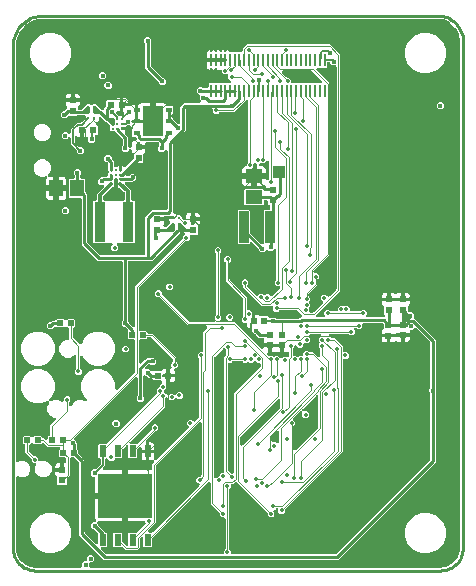
<source format=gbr>
G04 EAGLE Gerber RS-274X export*
G75*
%MOMM*%
%FSLAX34Y34*%
%LPD*%
%INBottom Copper*%
%IPPOS*%
%AMOC8*
5,1,8,0,0,1.08239X$1,22.5*%
G01*
%ADD10R,1.450000X1.150000*%
%ADD11R,0.620000X0.620000*%
%ADD12R,1.150000X1.450000*%
%ADD13R,0.200000X1.140000*%
%ADD14R,0.965200X3.403600*%
%ADD15R,0.500000X0.500000*%
%ADD16C,0.243841*%
%ADD17C,0.240031*%
%ADD18C,0.254000*%
%ADD19R,1.000000X1.000000*%
%ADD20R,0.812800X2.667000*%
%ADD21R,0.600000X0.450000*%
%ADD22R,1.800000X2.600000*%
%ADD23R,0.550000X1.000000*%
%ADD24R,4.572000X3.810000*%
%ADD25C,0.403200*%
%ADD26C,0.254000*%
%ADD27C,0.127000*%
%ADD28C,0.101600*%
%ADD29C,0.355600*%
%ADD30C,0.304800*%

G36*
X57538Y2556D02*
X57538Y2556D01*
X57657Y2563D01*
X57695Y2576D01*
X57736Y2581D01*
X57846Y2624D01*
X57959Y2661D01*
X57994Y2683D01*
X58031Y2698D01*
X58127Y2767D01*
X58228Y2831D01*
X58256Y2861D01*
X58289Y2884D01*
X58365Y2976D01*
X58446Y3063D01*
X58466Y3098D01*
X58491Y3129D01*
X58542Y3237D01*
X58600Y3341D01*
X58610Y3381D01*
X58627Y3417D01*
X58649Y3534D01*
X58679Y3649D01*
X58683Y3709D01*
X58687Y3729D01*
X58685Y3750D01*
X58689Y3810D01*
X58689Y6082D01*
X60466Y7859D01*
X61669Y7859D01*
X61787Y7874D01*
X61906Y7881D01*
X61944Y7894D01*
X61985Y7899D01*
X62095Y7942D01*
X62209Y7979D01*
X62243Y8001D01*
X62280Y8016D01*
X62377Y8085D01*
X62477Y8149D01*
X62505Y8179D01*
X62538Y8202D01*
X62614Y8294D01*
X62695Y8381D01*
X62715Y8416D01*
X62740Y8447D01*
X62791Y8555D01*
X62849Y8659D01*
X62859Y8699D01*
X62876Y8735D01*
X62898Y8852D01*
X62928Y8967D01*
X62932Y9027D01*
X62936Y9047D01*
X62935Y9068D01*
X62938Y9128D01*
X62938Y11416D01*
X64715Y13193D01*
X67227Y13193D01*
X69004Y11416D01*
X69004Y8904D01*
X67227Y7127D01*
X66024Y7127D01*
X65906Y7112D01*
X65787Y7105D01*
X65749Y7092D01*
X65708Y7087D01*
X65598Y7044D01*
X65485Y7007D01*
X65450Y6985D01*
X65413Y6970D01*
X65317Y6901D01*
X65216Y6837D01*
X65188Y6807D01*
X65155Y6784D01*
X65079Y6692D01*
X64998Y6605D01*
X64978Y6570D01*
X64953Y6539D01*
X64902Y6431D01*
X64844Y6327D01*
X64834Y6287D01*
X64817Y6251D01*
X64795Y6134D01*
X64765Y6019D01*
X64761Y5959D01*
X64757Y5939D01*
X64759Y5918D01*
X64755Y5858D01*
X64755Y3810D01*
X64770Y3692D01*
X64777Y3573D01*
X64790Y3535D01*
X64795Y3494D01*
X64838Y3384D01*
X64875Y3271D01*
X64897Y3236D01*
X64912Y3199D01*
X64981Y3103D01*
X65045Y3002D01*
X65075Y2974D01*
X65098Y2941D01*
X65190Y2865D01*
X65277Y2784D01*
X65312Y2764D01*
X65343Y2739D01*
X65451Y2688D01*
X65555Y2630D01*
X65595Y2620D01*
X65631Y2603D01*
X65748Y2581D01*
X65863Y2551D01*
X65923Y2547D01*
X65943Y2543D01*
X65964Y2545D01*
X66024Y2541D01*
X361950Y2541D01*
X361972Y2543D01*
X362050Y2545D01*
X364434Y2732D01*
X364501Y2746D01*
X364570Y2751D01*
X364726Y2790D01*
X369261Y4264D01*
X369368Y4314D01*
X369479Y4358D01*
X369530Y4391D01*
X369549Y4399D01*
X369564Y4412D01*
X369615Y4444D01*
X373472Y7247D01*
X373559Y7328D01*
X373650Y7404D01*
X373689Y7451D01*
X373704Y7465D01*
X373715Y7482D01*
X373753Y7528D01*
X376556Y11385D01*
X376575Y11420D01*
X376600Y11451D01*
X376634Y11522D01*
X376677Y11589D01*
X376699Y11646D01*
X376709Y11664D01*
X376714Y11683D01*
X376736Y11738D01*
X376736Y11739D01*
X378210Y16274D01*
X378222Y16342D01*
X378245Y16407D01*
X378268Y16566D01*
X378455Y18950D01*
X378455Y18956D01*
X378456Y18960D01*
X378455Y18980D01*
X378459Y19050D01*
X378459Y443230D01*
X378458Y443239D01*
X378459Y443248D01*
X378438Y443396D01*
X378419Y443546D01*
X378416Y443554D01*
X378415Y443563D01*
X378358Y443700D01*
X378330Y443773D01*
X378447Y444591D01*
X378447Y444601D01*
X378449Y444610D01*
X378459Y444771D01*
X378459Y445679D01*
X378480Y445743D01*
X378520Y445835D01*
X378529Y445893D01*
X378548Y445949D01*
X378568Y446109D01*
X378680Y447878D01*
X378676Y447947D01*
X378681Y448015D01*
X378664Y448176D01*
X377664Y453921D01*
X377629Y454035D01*
X377602Y454150D01*
X377577Y454206D01*
X377571Y454225D01*
X377560Y454243D01*
X377536Y454297D01*
X374810Y459453D01*
X374741Y459550D01*
X374679Y459651D01*
X374639Y459696D01*
X374627Y459713D01*
X374611Y459726D01*
X374571Y459770D01*
X370385Y463831D01*
X370290Y463903D01*
X370200Y463980D01*
X370147Y464010D01*
X370131Y464022D01*
X370112Y464030D01*
X370060Y464060D01*
X364824Y466628D01*
X364759Y466651D01*
X364698Y466682D01*
X364543Y466727D01*
X361860Y467329D01*
X361800Y467334D01*
X361743Y467349D01*
X361582Y467359D01*
X25400Y467359D01*
X25378Y467357D01*
X25300Y467355D01*
X21923Y467090D01*
X21855Y467076D01*
X21786Y467071D01*
X21693Y467047D01*
X21685Y467046D01*
X21677Y467043D01*
X21630Y467031D01*
X15206Y464944D01*
X15099Y464894D01*
X14988Y464850D01*
X14937Y464817D01*
X14918Y464809D01*
X14903Y464796D01*
X14852Y464764D01*
X9388Y460793D01*
X9301Y460712D01*
X9209Y460636D01*
X9171Y460590D01*
X9156Y460576D01*
X9145Y460558D01*
X9107Y460512D01*
X5136Y455048D01*
X5079Y454944D01*
X5015Y454844D01*
X4993Y454787D01*
X4983Y454769D01*
X4978Y454749D01*
X4956Y454694D01*
X2869Y448270D01*
X2856Y448202D01*
X2833Y448136D01*
X2810Y447977D01*
X2545Y444600D01*
X2546Y444578D01*
X2541Y444500D01*
X2541Y93209D01*
X2547Y93159D01*
X2545Y93110D01*
X2567Y93002D01*
X2581Y92893D01*
X2599Y92847D01*
X2609Y92798D01*
X2657Y92700D01*
X2698Y92598D01*
X2727Y92557D01*
X2749Y92513D01*
X2820Y92429D01*
X2884Y92340D01*
X2923Y92309D01*
X2955Y92271D01*
X3045Y92208D01*
X3129Y92137D01*
X3174Y92116D01*
X3215Y92088D01*
X3318Y92049D01*
X3417Y92002D01*
X3466Y91993D01*
X3512Y91975D01*
X3622Y91963D01*
X3729Y91942D01*
X3779Y91945D01*
X3828Y91940D01*
X3937Y91955D01*
X4047Y91962D01*
X4094Y91977D01*
X4143Y91984D01*
X4296Y92036D01*
X6364Y92893D01*
X9165Y92893D01*
X11752Y91821D01*
X13733Y89840D01*
X14805Y87253D01*
X14805Y84451D01*
X13733Y81864D01*
X11752Y79883D01*
X9165Y78811D01*
X6364Y78811D01*
X4296Y79668D01*
X4248Y79681D01*
X4203Y79702D01*
X4095Y79723D01*
X3989Y79752D01*
X3939Y79753D01*
X3890Y79762D01*
X3781Y79755D01*
X3671Y79757D01*
X3623Y79745D01*
X3573Y79742D01*
X3469Y79708D01*
X3362Y79683D01*
X3318Y79659D01*
X3271Y79644D01*
X3178Y79585D01*
X3081Y79534D01*
X3044Y79501D01*
X3002Y79474D01*
X2927Y79394D01*
X2845Y79320D01*
X2818Y79279D01*
X2784Y79242D01*
X2731Y79146D01*
X2671Y79054D01*
X2654Y79007D01*
X2630Y78964D01*
X2603Y78858D01*
X2567Y78753D01*
X2563Y78704D01*
X2551Y78656D01*
X2541Y78495D01*
X2541Y19050D01*
X2543Y19028D01*
X2545Y18950D01*
X2732Y16566D01*
X2746Y16499D01*
X2751Y16430D01*
X2790Y16274D01*
X4264Y11739D01*
X4314Y11632D01*
X4358Y11521D01*
X4391Y11470D01*
X4399Y11451D01*
X4412Y11436D01*
X4444Y11385D01*
X7247Y7528D01*
X7328Y7441D01*
X7404Y7350D01*
X7451Y7311D01*
X7465Y7296D01*
X7482Y7285D01*
X7528Y7247D01*
X11385Y4444D01*
X11489Y4387D01*
X11589Y4323D01*
X11646Y4301D01*
X11664Y4291D01*
X11684Y4286D01*
X11739Y4264D01*
X16274Y2790D01*
X16342Y2778D01*
X16407Y2755D01*
X16566Y2732D01*
X18950Y2545D01*
X18972Y2546D01*
X19050Y2541D01*
X57420Y2541D01*
X57538Y2556D01*
G37*
%LPC*%
G36*
X77285Y9143D02*
X77285Y9143D01*
X56061Y30367D01*
X56061Y91237D01*
X56049Y91335D01*
X56046Y91434D01*
X56029Y91492D01*
X56021Y91553D01*
X55985Y91645D01*
X55957Y91740D01*
X55927Y91792D01*
X55904Y91848D01*
X55846Y91928D01*
X55796Y92014D01*
X55730Y92089D01*
X55718Y92106D01*
X55708Y92113D01*
X55690Y92135D01*
X52399Y95426D01*
X52320Y95486D01*
X52248Y95554D01*
X52195Y95583D01*
X52147Y95620D01*
X52056Y95660D01*
X51970Y95708D01*
X51911Y95723D01*
X51855Y95747D01*
X51757Y95762D01*
X51662Y95787D01*
X51562Y95793D01*
X51541Y95797D01*
X51529Y95795D01*
X51501Y95797D01*
X49276Y95797D01*
X49158Y95782D01*
X49039Y95775D01*
X49001Y95762D01*
X48960Y95757D01*
X48850Y95714D01*
X48737Y95677D01*
X48702Y95655D01*
X48665Y95640D01*
X48569Y95571D01*
X48468Y95507D01*
X48440Y95477D01*
X48407Y95454D01*
X48331Y95362D01*
X48250Y95275D01*
X48230Y95240D01*
X48205Y95209D01*
X48154Y95101D01*
X48096Y94997D01*
X48086Y94957D01*
X48069Y94921D01*
X48047Y94804D01*
X48017Y94689D01*
X48013Y94629D01*
X48009Y94609D01*
X48011Y94588D01*
X48007Y94528D01*
X48007Y80648D01*
X46742Y79384D01*
X46145Y78786D01*
X46084Y78708D01*
X46016Y78636D01*
X45987Y78583D01*
X45950Y78535D01*
X45910Y78444D01*
X45862Y78357D01*
X45847Y78299D01*
X45823Y78243D01*
X45808Y78145D01*
X45783Y78049D01*
X45777Y77949D01*
X45773Y77929D01*
X45775Y77917D01*
X45773Y77889D01*
X45773Y72751D01*
X45177Y72155D01*
X38135Y72155D01*
X37539Y72751D01*
X37539Y79092D01*
X37526Y79197D01*
X37522Y79303D01*
X37506Y79355D01*
X37499Y79408D01*
X37460Y79506D01*
X37430Y79608D01*
X37402Y79654D01*
X37382Y79704D01*
X37320Y79789D01*
X37265Y79880D01*
X37227Y79918D01*
X37196Y79961D01*
X37114Y80029D01*
X37038Y80103D01*
X37020Y80115D01*
X36523Y80612D01*
X36188Y81191D01*
X36015Y81838D01*
X36015Y83723D01*
X41376Y83723D01*
X41494Y83738D01*
X41613Y83745D01*
X41651Y83757D01*
X41691Y83763D01*
X41802Y83806D01*
X41915Y83843D01*
X41949Y83865D01*
X41987Y83880D01*
X42083Y83949D01*
X42184Y84013D01*
X42212Y84043D01*
X42244Y84066D01*
X42320Y84158D01*
X42402Y84245D01*
X42421Y84280D01*
X42447Y84311D01*
X42497Y84417D01*
X42510Y84425D01*
X42547Y84440D01*
X42643Y84510D01*
X42744Y84573D01*
X42772Y84603D01*
X42805Y84627D01*
X42881Y84718D01*
X42962Y84805D01*
X42982Y84840D01*
X43007Y84872D01*
X43058Y84979D01*
X43116Y85084D01*
X43126Y85123D01*
X43143Y85159D01*
X43165Y85276D01*
X43195Y85392D01*
X43199Y85452D01*
X43203Y85472D01*
X43201Y85492D01*
X43205Y85552D01*
X43205Y90913D01*
X43688Y90913D01*
X43806Y90928D01*
X43925Y90935D01*
X43963Y90947D01*
X44004Y90953D01*
X44114Y90996D01*
X44227Y91033D01*
X44262Y91055D01*
X44299Y91070D01*
X44395Y91139D01*
X44496Y91203D01*
X44524Y91233D01*
X44557Y91256D01*
X44633Y91348D01*
X44714Y91435D01*
X44734Y91470D01*
X44759Y91501D01*
X44810Y91609D01*
X44868Y91713D01*
X44878Y91753D01*
X44895Y91789D01*
X44917Y91906D01*
X44947Y92021D01*
X44951Y92081D01*
X44955Y92101D01*
X44953Y92122D01*
X44957Y92182D01*
X44957Y94528D01*
X44942Y94646D01*
X44935Y94765D01*
X44922Y94803D01*
X44917Y94844D01*
X44874Y94954D01*
X44837Y95067D01*
X44815Y95102D01*
X44800Y95139D01*
X44731Y95235D01*
X44667Y95336D01*
X44637Y95364D01*
X44614Y95397D01*
X44522Y95473D01*
X44435Y95554D01*
X44400Y95574D01*
X44369Y95599D01*
X44261Y95650D01*
X44157Y95708D01*
X44117Y95718D01*
X44081Y95735D01*
X43964Y95757D01*
X43849Y95787D01*
X43789Y95791D01*
X43769Y95795D01*
X43748Y95793D01*
X43688Y95797D01*
X39823Y95797D01*
X39227Y96393D01*
X39227Y102235D01*
X39473Y102480D01*
X39558Y102590D01*
X39647Y102697D01*
X39655Y102716D01*
X39668Y102732D01*
X39723Y102860D01*
X39782Y102985D01*
X39786Y103005D01*
X39794Y103024D01*
X39816Y103162D01*
X39842Y103298D01*
X39841Y103318D01*
X39844Y103338D01*
X39831Y103477D01*
X39822Y103615D01*
X39816Y103634D01*
X39814Y103654D01*
X39767Y103785D01*
X39724Y103917D01*
X39713Y103935D01*
X39706Y103954D01*
X39628Y104068D01*
X39554Y104186D01*
X39539Y104200D01*
X39528Y104217D01*
X39424Y104309D01*
X39322Y104404D01*
X39305Y104414D01*
X39289Y104427D01*
X39166Y104490D01*
X39044Y104558D01*
X39024Y104563D01*
X39006Y104572D01*
X38870Y104602D01*
X38736Y104637D01*
X38708Y104639D01*
X38696Y104642D01*
X38675Y104641D01*
X38575Y104647D01*
X29340Y104647D01*
X28076Y105912D01*
X26370Y107617D01*
X26276Y107690D01*
X26187Y107769D01*
X26151Y107788D01*
X26119Y107812D01*
X26010Y107860D01*
X25904Y107914D01*
X25864Y107923D01*
X25827Y107939D01*
X25709Y107957D01*
X25593Y107983D01*
X25553Y107982D01*
X25513Y107989D01*
X25394Y107977D01*
X25276Y107974D01*
X25237Y107963D01*
X25196Y107959D01*
X25084Y107918D01*
X24970Y107885D01*
X24935Y107865D01*
X24897Y107851D01*
X24799Y107784D01*
X24696Y107724D01*
X24651Y107684D01*
X24634Y107673D01*
X24621Y107657D01*
X24575Y107617D01*
X23931Y106973D01*
X18089Y106973D01*
X17408Y107655D01*
X17314Y107727D01*
X17224Y107806D01*
X17188Y107825D01*
X17156Y107850D01*
X17047Y107897D01*
X16941Y107951D01*
X16902Y107960D01*
X16864Y107976D01*
X16747Y107995D01*
X16631Y108021D01*
X16590Y108019D01*
X16550Y108026D01*
X16432Y108015D01*
X16313Y108011D01*
X16274Y108000D01*
X16234Y107996D01*
X16121Y107956D01*
X16007Y107923D01*
X15973Y107902D01*
X15934Y107888D01*
X15836Y107822D01*
X15733Y107761D01*
X15688Y107721D01*
X15671Y107710D01*
X15658Y107695D01*
X15613Y107655D01*
X14923Y106965D01*
X14868Y106958D01*
X14749Y106951D01*
X14711Y106938D01*
X14670Y106933D01*
X14560Y106890D01*
X14447Y106853D01*
X14412Y106831D01*
X14375Y106816D01*
X14279Y106747D01*
X14178Y106683D01*
X14150Y106653D01*
X14117Y106630D01*
X14041Y106538D01*
X13960Y106451D01*
X13940Y106416D01*
X13915Y106385D01*
X13864Y106277D01*
X13806Y106173D01*
X13796Y106133D01*
X13779Y106097D01*
X13757Y105980D01*
X13727Y105865D01*
X13723Y105805D01*
X13719Y105785D01*
X13721Y105764D01*
X13717Y105704D01*
X13717Y101741D01*
X13729Y101643D01*
X13732Y101544D01*
X13749Y101486D01*
X13757Y101426D01*
X13793Y101334D01*
X13821Y101239D01*
X13851Y101186D01*
X13874Y101130D01*
X13932Y101050D01*
X13982Y100965D01*
X14048Y100889D01*
X14060Y100873D01*
X14070Y100865D01*
X14088Y100844D01*
X17786Y97146D01*
X17864Y97086D01*
X17936Y97018D01*
X17989Y96989D01*
X18037Y96952D01*
X18128Y96912D01*
X18215Y96864D01*
X18273Y96849D01*
X18329Y96825D01*
X18427Y96810D01*
X18523Y96785D01*
X18623Y96779D01*
X18643Y96775D01*
X18655Y96777D01*
X18683Y96775D01*
X19954Y96775D01*
X21591Y95138D01*
X21591Y93644D01*
X21597Y93594D01*
X21595Y93545D01*
X21617Y93437D01*
X21631Y93328D01*
X21649Y93282D01*
X21659Y93233D01*
X21707Y93135D01*
X21748Y93033D01*
X21777Y92992D01*
X21799Y92948D01*
X21870Y92864D01*
X21934Y92775D01*
X21973Y92743D01*
X22005Y92706D01*
X22095Y92643D01*
X22179Y92572D01*
X22224Y92551D01*
X22265Y92523D01*
X22368Y92484D01*
X22467Y92437D01*
X22516Y92428D01*
X22562Y92410D01*
X22672Y92398D01*
X22779Y92377D01*
X22829Y92380D01*
X22878Y92375D01*
X22987Y92390D01*
X23097Y92397D01*
X23144Y92412D01*
X23193Y92419D01*
X23346Y92471D01*
X24364Y92893D01*
X27165Y92893D01*
X29752Y91821D01*
X31733Y89840D01*
X32805Y87253D01*
X32805Y84451D01*
X31733Y81864D01*
X29752Y79883D01*
X27165Y78811D01*
X24363Y78811D01*
X21776Y79883D01*
X19795Y81864D01*
X18723Y84451D01*
X18723Y87252D01*
X19625Y89430D01*
X19639Y89478D01*
X19660Y89523D01*
X19680Y89631D01*
X19709Y89737D01*
X19710Y89787D01*
X19719Y89836D01*
X19713Y89945D01*
X19714Y90055D01*
X19703Y90103D01*
X19700Y90153D01*
X19666Y90257D01*
X19640Y90364D01*
X19617Y90408D01*
X19602Y90455D01*
X19543Y90548D01*
X19491Y90645D01*
X19458Y90682D01*
X19431Y90724D01*
X19351Y90799D01*
X19278Y90881D01*
X19236Y90908D01*
X19200Y90942D01*
X19104Y90995D01*
X19012Y91055D01*
X18965Y91072D01*
X18921Y91096D01*
X18815Y91123D01*
X18711Y91159D01*
X18661Y91163D01*
X18613Y91175D01*
X18453Y91185D01*
X17638Y91185D01*
X16001Y92822D01*
X16001Y94093D01*
X15989Y94191D01*
X15986Y94290D01*
X15969Y94348D01*
X15961Y94408D01*
X15925Y94500D01*
X15897Y94595D01*
X15867Y94648D01*
X15844Y94704D01*
X15786Y94784D01*
X15736Y94869D01*
X15670Y94945D01*
X15658Y94961D01*
X15648Y94969D01*
X15630Y94990D01*
X10667Y99952D01*
X10667Y105704D01*
X10652Y105822D01*
X10645Y105941D01*
X10632Y105979D01*
X10627Y106020D01*
X10584Y106130D01*
X10547Y106243D01*
X10525Y106278D01*
X10510Y106315D01*
X10441Y106411D01*
X10377Y106512D01*
X10347Y106540D01*
X10324Y106573D01*
X10232Y106649D01*
X10145Y106730D01*
X10110Y106750D01*
X10079Y106775D01*
X9971Y106826D01*
X9867Y106884D01*
X9827Y106894D01*
X9791Y106911D01*
X9674Y106933D01*
X9559Y106963D01*
X9499Y106967D01*
X9479Y106971D01*
X9458Y106969D01*
X9398Y106973D01*
X9089Y106973D01*
X8493Y107569D01*
X8493Y113411D01*
X9089Y114007D01*
X14931Y114007D01*
X15613Y113325D01*
X15695Y113261D01*
X15751Y113209D01*
X15765Y113201D01*
X15796Y113174D01*
X15832Y113155D01*
X15864Y113130D01*
X15973Y113083D01*
X16079Y113029D01*
X16118Y113020D01*
X16156Y113004D01*
X16273Y112985D01*
X16389Y112959D01*
X16430Y112961D01*
X16470Y112954D01*
X16588Y112965D01*
X16707Y112969D01*
X16746Y112980D01*
X16786Y112984D01*
X16898Y113024D01*
X17013Y113057D01*
X17048Y113078D01*
X17086Y113092D01*
X17128Y113120D01*
X17133Y113122D01*
X17165Y113145D01*
X17184Y113158D01*
X17287Y113219D01*
X17332Y113259D01*
X17349Y113270D01*
X17362Y113286D01*
X17383Y113304D01*
X17390Y113309D01*
X17394Y113313D01*
X17408Y113325D01*
X18089Y114007D01*
X23931Y114007D01*
X24527Y113411D01*
X24527Y113284D01*
X24542Y113166D01*
X24549Y113047D01*
X24562Y113009D01*
X24567Y112968D01*
X24610Y112858D01*
X24647Y112745D01*
X24669Y112710D01*
X24684Y112673D01*
X24753Y112577D01*
X24817Y112476D01*
X24847Y112448D01*
X24870Y112415D01*
X24962Y112339D01*
X25049Y112258D01*
X25084Y112238D01*
X25115Y112213D01*
X25223Y112162D01*
X25327Y112104D01*
X25367Y112094D01*
X25403Y112077D01*
X25520Y112055D01*
X25635Y112025D01*
X25695Y112021D01*
X25715Y112017D01*
X25736Y112019D01*
X25796Y112015D01*
X26286Y112015D01*
X27409Y110892D01*
X27518Y110807D01*
X27625Y110718D01*
X27644Y110709D01*
X27660Y110697D01*
X27787Y110642D01*
X27913Y110582D01*
X27933Y110579D01*
X27952Y110570D01*
X28090Y110549D01*
X28226Y110523D01*
X28246Y110524D01*
X28266Y110521D01*
X28405Y110534D01*
X28543Y110542D01*
X28562Y110549D01*
X28582Y110550D01*
X28714Y110598D01*
X28845Y110640D01*
X28863Y110651D01*
X28882Y110658D01*
X28997Y110736D01*
X29114Y110811D01*
X29128Y110825D01*
X29145Y110837D01*
X29237Y110941D01*
X29332Y111042D01*
X29342Y111060D01*
X29355Y111075D01*
X29419Y111199D01*
X29486Y111321D01*
X29491Y111340D01*
X29500Y111358D01*
X29530Y111494D01*
X29565Y111629D01*
X29567Y111657D01*
X29570Y111669D01*
X29569Y111689D01*
X29575Y111789D01*
X29575Y113157D01*
X30171Y113753D01*
X30480Y113753D01*
X30598Y113768D01*
X30717Y113775D01*
X30755Y113788D01*
X30796Y113793D01*
X30906Y113836D01*
X31019Y113873D01*
X31054Y113895D01*
X31091Y113910D01*
X31187Y113979D01*
X31288Y114043D01*
X31316Y114073D01*
X31349Y114096D01*
X31425Y114188D01*
X31506Y114275D01*
X31526Y114310D01*
X31551Y114341D01*
X31602Y114449D01*
X31660Y114553D01*
X31670Y114593D01*
X31687Y114629D01*
X31709Y114746D01*
X31739Y114861D01*
X31743Y114921D01*
X31747Y114941D01*
X31745Y114962D01*
X31749Y115022D01*
X31749Y122806D01*
X36189Y127246D01*
X36274Y127355D01*
X36363Y127462D01*
X36372Y127481D01*
X36384Y127497D01*
X36440Y127625D01*
X36499Y127750D01*
X36502Y127770D01*
X36511Y127789D01*
X36532Y127927D01*
X36558Y128063D01*
X36557Y128083D01*
X36560Y128103D01*
X36547Y128242D01*
X36539Y128380D01*
X36532Y128399D01*
X36531Y128419D01*
X36483Y128551D01*
X36441Y128682D01*
X36430Y128700D01*
X36423Y128719D01*
X36345Y128834D01*
X36270Y128951D01*
X36256Y128965D01*
X36244Y128982D01*
X36140Y129074D01*
X36039Y129169D01*
X36021Y129179D01*
X36006Y129192D01*
X35882Y129256D01*
X35760Y129323D01*
X35741Y129328D01*
X35723Y129337D01*
X35587Y129367D01*
X35452Y129402D01*
X35424Y129404D01*
X35412Y129407D01*
X35392Y129406D01*
X35292Y129412D01*
X35095Y129412D01*
X32341Y130553D01*
X30233Y132661D01*
X29092Y135415D01*
X29092Y138397D01*
X30233Y141151D01*
X30650Y141568D01*
X30693Y141623D01*
X30743Y141672D01*
X30790Y141749D01*
X30845Y141819D01*
X30873Y141883D01*
X30910Y141943D01*
X30936Y142029D01*
X30972Y142111D01*
X30983Y142180D01*
X31003Y142247D01*
X31007Y142336D01*
X31022Y142425D01*
X31015Y142495D01*
X31018Y142565D01*
X31000Y142652D01*
X30992Y142742D01*
X30968Y142808D01*
X30954Y142876D01*
X30914Y142957D01*
X30884Y143041D01*
X30845Y143099D01*
X30814Y143162D01*
X30756Y143230D01*
X30706Y143304D01*
X30653Y143350D01*
X30608Y143404D01*
X30534Y143456D01*
X30467Y143515D01*
X30405Y143547D01*
X30348Y143587D01*
X30264Y143619D01*
X30184Y143659D01*
X30116Y143675D01*
X30051Y143700D01*
X29961Y143709D01*
X29874Y143729D01*
X29804Y143727D01*
X29734Y143735D01*
X29646Y143722D01*
X29556Y143719D01*
X29489Y143700D01*
X29420Y143690D01*
X29267Y143638D01*
X24203Y141541D01*
X18469Y141541D01*
X13170Y143735D01*
X9115Y147790D01*
X6921Y153089D01*
X6921Y158823D01*
X9115Y164122D01*
X13170Y168177D01*
X18469Y170371D01*
X24203Y170371D01*
X29502Y168177D01*
X33557Y164122D01*
X35751Y158823D01*
X35751Y153089D01*
X33557Y147790D01*
X31192Y145426D01*
X31149Y145371D01*
X31099Y145322D01*
X31052Y145246D01*
X30997Y145175D01*
X30970Y145111D01*
X30933Y145051D01*
X30907Y144966D01*
X30871Y144883D01*
X30860Y144814D01*
X30840Y144747D01*
X30835Y144658D01*
X30821Y144569D01*
X30828Y144499D01*
X30824Y144430D01*
X30843Y144342D01*
X30851Y144252D01*
X30875Y144187D01*
X30889Y144118D01*
X30928Y144037D01*
X30959Y143953D01*
X30998Y143895D01*
X31028Y143833D01*
X31087Y143764D01*
X31137Y143690D01*
X31189Y143644D01*
X31235Y143591D01*
X31308Y143539D01*
X31376Y143479D01*
X31438Y143448D01*
X31495Y143407D01*
X31579Y143376D01*
X31659Y143335D01*
X31727Y143319D01*
X31792Y143295D01*
X31882Y143285D01*
X31969Y143265D01*
X32039Y143267D01*
X32108Y143259D01*
X32197Y143272D01*
X32287Y143275D01*
X32354Y143294D01*
X32423Y143304D01*
X32575Y143356D01*
X35095Y144400D01*
X38077Y144400D01*
X40831Y143259D01*
X41012Y143077D01*
X41122Y142992D01*
X41229Y142903D01*
X41248Y142895D01*
X41264Y142882D01*
X41391Y142827D01*
X41517Y142768D01*
X41537Y142764D01*
X41556Y142756D01*
X41693Y142734D01*
X41830Y142708D01*
X41850Y142709D01*
X41870Y142706D01*
X42008Y142719D01*
X42147Y142728D01*
X42166Y142734D01*
X42186Y142736D01*
X42318Y142783D01*
X42449Y142826D01*
X42466Y142837D01*
X42486Y142843D01*
X42601Y142922D01*
X42718Y142996D01*
X42732Y143011D01*
X42749Y143022D01*
X42841Y143126D01*
X42936Y143228D01*
X42946Y143245D01*
X42959Y143260D01*
X43023Y143385D01*
X43090Y143506D01*
X43095Y143526D01*
X43104Y143544D01*
X43134Y143680D01*
X43169Y143814D01*
X43171Y143842D01*
X43174Y143854D01*
X43173Y143874D01*
X43179Y143975D01*
X43179Y145938D01*
X44816Y147575D01*
X47132Y147575D01*
X48769Y145938D01*
X48769Y143622D01*
X47870Y142724D01*
X47810Y142646D01*
X47742Y142574D01*
X47713Y142521D01*
X47676Y142473D01*
X47636Y142382D01*
X47588Y142295D01*
X47573Y142237D01*
X47549Y142181D01*
X47534Y142083D01*
X47509Y141987D01*
X47503Y141887D01*
X47499Y141867D01*
X47501Y141855D01*
X47499Y141827D01*
X47499Y140206D01*
X47507Y140137D01*
X47506Y140067D01*
X47527Y139980D01*
X47539Y139891D01*
X47564Y139826D01*
X47581Y139758D01*
X47623Y139678D01*
X47656Y139595D01*
X47697Y139539D01*
X47729Y139477D01*
X47790Y139410D01*
X47842Y139338D01*
X47896Y139293D01*
X47943Y139241D01*
X48018Y139192D01*
X48087Y139135D01*
X48151Y139105D01*
X48209Y139067D01*
X48294Y139037D01*
X48375Y138999D01*
X48444Y138986D01*
X48510Y138963D01*
X48599Y138956D01*
X48687Y138939D01*
X48757Y138944D01*
X48827Y138938D01*
X48915Y138954D01*
X49005Y138959D01*
X49071Y138981D01*
X49140Y138993D01*
X49222Y139030D01*
X49307Y139057D01*
X49366Y139095D01*
X49430Y139123D01*
X49500Y139179D01*
X49576Y139227D01*
X49624Y139278D01*
X49678Y139322D01*
X49733Y139394D01*
X49794Y139459D01*
X49828Y139520D01*
X49870Y139576D01*
X49941Y139720D01*
X50533Y141151D01*
X52641Y143259D01*
X55395Y144400D01*
X58377Y144400D01*
X60897Y143356D01*
X60964Y143338D01*
X61028Y143310D01*
X61117Y143296D01*
X61203Y143272D01*
X61273Y143271D01*
X61342Y143260D01*
X61432Y143268D01*
X61521Y143267D01*
X61589Y143283D01*
X61659Y143290D01*
X61743Y143320D01*
X61831Y143341D01*
X61892Y143374D01*
X61958Y143397D01*
X62032Y143448D01*
X62112Y143490D01*
X62163Y143537D01*
X62221Y143576D01*
X62280Y143643D01*
X62347Y143704D01*
X62385Y143762D01*
X62431Y143814D01*
X62472Y143894D01*
X62522Y143969D01*
X62544Y144036D01*
X62576Y144098D01*
X62596Y144185D01*
X62625Y144270D01*
X62630Y144340D01*
X62646Y144408D01*
X62643Y144498D01*
X62650Y144587D01*
X62638Y144656D01*
X62636Y144726D01*
X62611Y144812D01*
X62596Y144901D01*
X62567Y144964D01*
X62548Y145031D01*
X62502Y145109D01*
X62465Y145191D01*
X62422Y145245D01*
X62386Y145305D01*
X62280Y145426D01*
X59915Y147790D01*
X57721Y153089D01*
X57721Y158823D01*
X59915Y164122D01*
X63970Y168177D01*
X69269Y170371D01*
X75003Y170371D01*
X80302Y168177D01*
X84357Y164122D01*
X86551Y158823D01*
X86551Y154256D01*
X86569Y154118D01*
X86582Y153979D01*
X86589Y153960D01*
X86591Y153940D01*
X86642Y153811D01*
X86689Y153680D01*
X86701Y153663D01*
X86708Y153645D01*
X86790Y153532D01*
X86868Y153417D01*
X86883Y153404D01*
X86895Y153387D01*
X87002Y153299D01*
X87106Y153207D01*
X87124Y153197D01*
X87140Y153184D01*
X87266Y153125D01*
X87390Y153062D01*
X87409Y153057D01*
X87428Y153049D01*
X87564Y153023D01*
X87700Y152992D01*
X87720Y152993D01*
X87740Y152989D01*
X87878Y152998D01*
X88018Y153002D01*
X88037Y153008D01*
X88057Y153009D01*
X88190Y153052D01*
X88323Y153090D01*
X88341Y153101D01*
X88360Y153107D01*
X88478Y153181D01*
X88597Y153252D01*
X88618Y153270D01*
X88629Y153277D01*
X88643Y153292D01*
X88718Y153358D01*
X103260Y167900D01*
X103320Y167978D01*
X103388Y168050D01*
X103417Y168103D01*
X103454Y168151D01*
X103494Y168242D01*
X103542Y168329D01*
X103557Y168387D01*
X103581Y168443D01*
X103596Y168541D01*
X103621Y168637D01*
X103626Y168720D01*
X103629Y168732D01*
X103628Y168741D01*
X103631Y168757D01*
X103629Y168769D01*
X103631Y168797D01*
X103631Y194350D01*
X103616Y194468D01*
X103609Y194587D01*
X103596Y194625D01*
X103591Y194666D01*
X103548Y194776D01*
X103511Y194889D01*
X103489Y194924D01*
X103474Y194961D01*
X103405Y195057D01*
X103341Y195158D01*
X103311Y195186D01*
X103288Y195219D01*
X103196Y195295D01*
X103109Y195376D01*
X103074Y195396D01*
X103043Y195421D01*
X102935Y195472D01*
X102831Y195530D01*
X102791Y195540D01*
X102755Y195557D01*
X102638Y195579D01*
X102523Y195609D01*
X102463Y195613D01*
X102443Y195617D01*
X102422Y195615D01*
X102362Y195619D01*
X97989Y195619D01*
X97393Y196215D01*
X97393Y202057D01*
X97554Y202217D01*
X97627Y202312D01*
X97705Y202401D01*
X97724Y202437D01*
X97749Y202469D01*
X97796Y202578D01*
X97850Y202684D01*
X97859Y202723D01*
X97875Y202761D01*
X97894Y202878D01*
X97920Y202994D01*
X97918Y203035D01*
X97925Y203075D01*
X97914Y203193D01*
X97910Y203312D01*
X97899Y203351D01*
X97895Y203391D01*
X97855Y203503D01*
X97822Y203618D01*
X97801Y203653D01*
X97787Y203691D01*
X97721Y203789D01*
X97660Y203892D01*
X97620Y203937D01*
X97609Y203954D01*
X97593Y203967D01*
X97554Y204012D01*
X95421Y206146D01*
X95342Y206206D01*
X95270Y206274D01*
X95217Y206303D01*
X95169Y206340D01*
X95078Y206380D01*
X94992Y206428D01*
X94933Y206443D01*
X94877Y206467D01*
X94779Y206482D01*
X94684Y206507D01*
X94584Y206513D01*
X94563Y206517D01*
X94551Y206515D01*
X94523Y206517D01*
X93994Y206517D01*
X92217Y208294D01*
X92217Y210806D01*
X92592Y211180D01*
X92652Y211259D01*
X92720Y211331D01*
X92749Y211384D01*
X92786Y211432D01*
X92826Y211523D01*
X92874Y211609D01*
X92889Y211668D01*
X92913Y211724D01*
X92928Y211822D01*
X92953Y211917D01*
X92959Y212017D01*
X92963Y212038D01*
X92961Y212050D01*
X92963Y212078D01*
X92963Y261128D01*
X92948Y261246D01*
X92941Y261365D01*
X92928Y261403D01*
X92923Y261444D01*
X92880Y261554D01*
X92843Y261667D01*
X92821Y261702D01*
X92806Y261739D01*
X92737Y261835D01*
X92673Y261936D01*
X92643Y261964D01*
X92620Y261997D01*
X92528Y262073D01*
X92441Y262154D01*
X92406Y262174D01*
X92375Y262199D01*
X92267Y262250D01*
X92163Y262308D01*
X92123Y262318D01*
X92087Y262335D01*
X91970Y262357D01*
X91855Y262387D01*
X91795Y262391D01*
X91775Y262395D01*
X91754Y262393D01*
X91694Y262397D01*
X71940Y262397D01*
X58356Y275982D01*
X58356Y314060D01*
X58341Y314178D01*
X58333Y314297D01*
X58321Y314335D01*
X58316Y314376D01*
X58272Y314486D01*
X58235Y314599D01*
X58214Y314634D01*
X58199Y314671D01*
X58129Y314767D01*
X58065Y314868D01*
X58036Y314896D01*
X58012Y314929D01*
X57920Y315005D01*
X57834Y315086D01*
X57798Y315106D01*
X57767Y315131D01*
X57659Y315182D01*
X57555Y315240D01*
X57516Y315250D01*
X57479Y315267D01*
X57363Y315289D01*
X57247Y315319D01*
X57187Y315323D01*
X57167Y315327D01*
X57147Y315325D01*
X57087Y315329D01*
X48549Y315329D01*
X47953Y315925D01*
X47953Y331267D01*
X48549Y331863D01*
X51164Y331863D01*
X51282Y331878D01*
X51401Y331885D01*
X51439Y331898D01*
X51480Y331903D01*
X51590Y331946D01*
X51703Y331983D01*
X51738Y332005D01*
X51775Y332020D01*
X51871Y332089D01*
X51972Y332153D01*
X52000Y332183D01*
X52033Y332206D01*
X52109Y332298D01*
X52190Y332385D01*
X52210Y332420D01*
X52235Y332451D01*
X52286Y332559D01*
X52344Y332663D01*
X52354Y332703D01*
X52371Y332739D01*
X52393Y332856D01*
X52423Y332971D01*
X52427Y333031D01*
X52431Y333051D01*
X52429Y333072D01*
X52433Y333132D01*
X52433Y333912D01*
X52421Y334010D01*
X52418Y334109D01*
X52401Y334167D01*
X52393Y334228D01*
X52357Y334320D01*
X52329Y334415D01*
X52299Y334467D01*
X52276Y334523D01*
X52218Y334603D01*
X52168Y334689D01*
X52102Y334764D01*
X52090Y334781D01*
X52080Y334788D01*
X52062Y334810D01*
X51577Y335294D01*
X51577Y337806D01*
X53354Y339583D01*
X55866Y339583D01*
X57643Y337806D01*
X57643Y335294D01*
X57378Y335030D01*
X57318Y334951D01*
X57250Y334879D01*
X57221Y334826D01*
X57184Y334778D01*
X57144Y334687D01*
X57096Y334601D01*
X57081Y334542D01*
X57057Y334486D01*
X57042Y334388D01*
X57017Y334293D01*
X57011Y334193D01*
X57007Y334172D01*
X57009Y334160D01*
X57007Y334132D01*
X57007Y333132D01*
X57022Y333014D01*
X57029Y332895D01*
X57042Y332857D01*
X57047Y332816D01*
X57090Y332706D01*
X57127Y332593D01*
X57149Y332558D01*
X57164Y332521D01*
X57233Y332425D01*
X57297Y332324D01*
X57327Y332296D01*
X57350Y332263D01*
X57442Y332187D01*
X57529Y332106D01*
X57564Y332086D01*
X57595Y332061D01*
X57703Y332010D01*
X57807Y331952D01*
X57847Y331942D01*
X57883Y331925D01*
X58000Y331903D01*
X58115Y331873D01*
X58175Y331869D01*
X58195Y331865D01*
X58216Y331867D01*
X58276Y331863D01*
X60891Y331863D01*
X61487Y331267D01*
X61487Y320589D01*
X61499Y320491D01*
X61502Y320392D01*
X61519Y320334D01*
X61527Y320273D01*
X61563Y320181D01*
X61591Y320086D01*
X61621Y320034D01*
X61644Y319978D01*
X61702Y319898D01*
X61752Y319812D01*
X61818Y319737D01*
X61830Y319720D01*
X61840Y319713D01*
X61858Y319691D01*
X62929Y318621D01*
X62929Y278402D01*
X62942Y278304D01*
X62945Y278205D01*
X62961Y278147D01*
X62969Y278087D01*
X63006Y277994D01*
X63033Y277899D01*
X63064Y277847D01*
X63086Y277791D01*
X63144Y277711D01*
X63195Y277625D01*
X63261Y277550D01*
X63273Y277534D01*
X63282Y277526D01*
X63301Y277505D01*
X73463Y267342D01*
X73541Y267282D01*
X73613Y267214D01*
X73666Y267185D01*
X73714Y267148D01*
X73805Y267108D01*
X73892Y267060D01*
X73951Y267045D01*
X74006Y267021D01*
X74104Y267006D01*
X74200Y266981D01*
X74300Y266975D01*
X74320Y266971D01*
X74333Y266973D01*
X74361Y266971D01*
X110744Y266971D01*
X110862Y266986D01*
X110981Y266993D01*
X111019Y267006D01*
X111060Y267011D01*
X111170Y267054D01*
X111283Y267091D01*
X111318Y267113D01*
X111355Y267128D01*
X111451Y267197D01*
X111552Y267261D01*
X111580Y267291D01*
X111613Y267314D01*
X111689Y267406D01*
X111770Y267493D01*
X111790Y267528D01*
X111815Y267559D01*
X111866Y267667D01*
X111924Y267771D01*
X111934Y267811D01*
X111951Y267847D01*
X111973Y267964D01*
X112003Y268079D01*
X112007Y268139D01*
X112011Y268159D01*
X112009Y268180D01*
X112013Y268240D01*
X112013Y299614D01*
X117434Y305035D01*
X129794Y305035D01*
X129912Y305050D01*
X130031Y305057D01*
X130069Y305070D01*
X130110Y305075D01*
X130220Y305118D01*
X130333Y305155D01*
X130368Y305177D01*
X130405Y305192D01*
X130501Y305261D01*
X130602Y305325D01*
X130630Y305355D01*
X130663Y305378D01*
X130739Y305470D01*
X130820Y305557D01*
X130840Y305592D01*
X130865Y305623D01*
X130916Y305731D01*
X130974Y305835D01*
X130984Y305875D01*
X131001Y305911D01*
X131023Y306028D01*
X131053Y306143D01*
X131057Y306203D01*
X131061Y306223D01*
X131059Y306244D01*
X131063Y306304D01*
X131063Y354850D01*
X131046Y354988D01*
X131033Y355126D01*
X131026Y355146D01*
X131023Y355166D01*
X130972Y355295D01*
X130925Y355426D01*
X130914Y355443D01*
X130906Y355461D01*
X130825Y355574D01*
X130747Y355689D01*
X130731Y355702D01*
X130720Y355719D01*
X130612Y355807D01*
X130508Y355899D01*
X130490Y355909D01*
X130475Y355921D01*
X130349Y355981D01*
X130225Y356044D01*
X130205Y356048D01*
X130187Y356057D01*
X130050Y356083D01*
X129915Y356114D01*
X129894Y356113D01*
X129875Y356117D01*
X129736Y356108D01*
X129597Y356104D01*
X129577Y356098D01*
X129557Y356097D01*
X129425Y356054D01*
X129291Y356016D01*
X129274Y356005D01*
X129255Y355999D01*
X129137Y355924D01*
X129017Y355854D01*
X128996Y355835D01*
X128986Y355829D01*
X128972Y355814D01*
X128897Y355748D01*
X127494Y354345D01*
X124982Y354345D01*
X123205Y356122D01*
X123205Y358634D01*
X123580Y359008D01*
X123640Y359087D01*
X123708Y359159D01*
X123737Y359212D01*
X123774Y359260D01*
X123814Y359351D01*
X123862Y359437D01*
X123877Y359496D01*
X123901Y359552D01*
X123916Y359650D01*
X123941Y359745D01*
X123947Y359845D01*
X123951Y359866D01*
X123949Y359878D01*
X123951Y359906D01*
X123951Y361396D01*
X123936Y361514D01*
X123929Y361633D01*
X123916Y361671D01*
X123911Y361712D01*
X123868Y361822D01*
X123831Y361935D01*
X123809Y361970D01*
X123794Y362007D01*
X123725Y362103D01*
X123661Y362204D01*
X123631Y362232D01*
X123608Y362265D01*
X123516Y362341D01*
X123429Y362422D01*
X123394Y362442D01*
X123363Y362467D01*
X123255Y362518D01*
X123151Y362576D01*
X123111Y362586D01*
X123075Y362603D01*
X122958Y362625D01*
X122843Y362655D01*
X122783Y362659D01*
X122763Y362663D01*
X122742Y362661D01*
X122682Y362665D01*
X113336Y362665D01*
X113218Y362650D01*
X113099Y362643D01*
X113061Y362630D01*
X113020Y362625D01*
X112910Y362582D01*
X112797Y362545D01*
X112762Y362523D01*
X112725Y362508D01*
X112629Y362439D01*
X112528Y362375D01*
X112500Y362345D01*
X112467Y362322D01*
X112391Y362230D01*
X112310Y362143D01*
X112290Y362108D01*
X112265Y362077D01*
X112214Y361969D01*
X112156Y361865D01*
X112146Y361825D01*
X112129Y361789D01*
X112107Y361672D01*
X112077Y361557D01*
X112073Y361497D01*
X112069Y361477D01*
X112071Y361456D01*
X112067Y361396D01*
X112067Y359871D01*
X107975Y359871D01*
X107975Y361634D01*
X107963Y361732D01*
X107960Y361831D01*
X107943Y361890D01*
X107935Y361950D01*
X107899Y362042D01*
X107871Y362137D01*
X107841Y362189D01*
X107818Y362245D01*
X107760Y362325D01*
X107710Y362411D01*
X107644Y362486D01*
X107632Y362503D01*
X107622Y362511D01*
X107604Y362532D01*
X107043Y363092D01*
X106934Y363177D01*
X106827Y363266D01*
X106808Y363274D01*
X106792Y363287D01*
X106664Y363342D01*
X106539Y363401D01*
X106519Y363405D01*
X106500Y363413D01*
X106362Y363435D01*
X106226Y363461D01*
X106206Y363460D01*
X106186Y363463D01*
X106047Y363450D01*
X105909Y363441D01*
X105890Y363435D01*
X105870Y363433D01*
X105739Y363386D01*
X105607Y363343D01*
X105589Y363332D01*
X105570Y363325D01*
X105456Y363248D01*
X105338Y363173D01*
X105324Y363158D01*
X105307Y363147D01*
X105215Y363043D01*
X105120Y362941D01*
X105110Y362924D01*
X105097Y362908D01*
X105033Y362785D01*
X104966Y362663D01*
X104961Y362643D01*
X104952Y362625D01*
X104922Y362489D01*
X104887Y362355D01*
X104885Y362327D01*
X104882Y362315D01*
X104883Y362294D01*
X104877Y362194D01*
X104877Y358602D01*
X104892Y358484D01*
X104899Y358365D01*
X104911Y358327D01*
X104917Y358287D01*
X104960Y358176D01*
X104997Y358063D01*
X105019Y358029D01*
X105034Y357991D01*
X105103Y357895D01*
X105167Y357794D01*
X105197Y357766D01*
X105220Y357734D01*
X105312Y357658D01*
X105399Y357576D01*
X105434Y357557D01*
X105465Y357531D01*
X105571Y357481D01*
X105579Y357468D01*
X105594Y357431D01*
X105664Y357334D01*
X105727Y357234D01*
X105757Y357206D01*
X105781Y357173D01*
X105872Y357097D01*
X105959Y357016D01*
X105994Y356996D01*
X106026Y356971D01*
X106133Y356920D01*
X106238Y356862D01*
X106277Y356852D01*
X106313Y356835D01*
X106430Y356813D01*
X106546Y356783D01*
X106606Y356779D01*
X106626Y356775D01*
X106646Y356777D01*
X106706Y356773D01*
X112067Y356773D01*
X112067Y354888D01*
X111894Y354241D01*
X111559Y353662D01*
X111043Y353146D01*
X111004Y353121D01*
X110967Y353082D01*
X110924Y353050D01*
X110858Y352967D01*
X110786Y352890D01*
X110760Y352843D01*
X110727Y352801D01*
X110683Y352704D01*
X110632Y352611D01*
X110619Y352559D01*
X110597Y352510D01*
X110579Y352406D01*
X110553Y352303D01*
X110548Y352218D01*
X110544Y352197D01*
X110545Y352181D01*
X110543Y352142D01*
X110543Y345801D01*
X109947Y345205D01*
X106069Y345205D01*
X105971Y345193D01*
X105872Y345190D01*
X105814Y345173D01*
X105753Y345165D01*
X105661Y345129D01*
X105566Y345101D01*
X105514Y345071D01*
X105458Y345048D01*
X105378Y344990D01*
X105292Y344940D01*
X105217Y344874D01*
X105200Y344862D01*
X105193Y344852D01*
X105171Y344834D01*
X96026Y335688D01*
X95941Y335578D01*
X95852Y335471D01*
X95844Y335453D01*
X95831Y335437D01*
X95776Y335309D01*
X95717Y335184D01*
X95713Y335164D01*
X95705Y335145D01*
X95683Y335007D01*
X95657Y334871D01*
X95658Y334851D01*
X95655Y334831D01*
X95668Y334692D01*
X95677Y334554D01*
X95683Y334535D01*
X95685Y334514D01*
X95732Y334383D01*
X95775Y334251D01*
X95786Y334234D01*
X95792Y334215D01*
X95871Y334100D01*
X95945Y333983D01*
X95960Y333969D01*
X95971Y333952D01*
X96075Y333860D01*
X96177Y333765D01*
X96194Y333755D01*
X96209Y333741D01*
X96334Y333678D01*
X96455Y333611D01*
X96475Y333606D01*
X96493Y333597D01*
X96629Y333566D01*
X96763Y333532D01*
X96791Y333530D01*
X96803Y333527D01*
X96823Y333528D01*
X96924Y333521D01*
X97313Y333521D01*
X97411Y333534D01*
X97510Y333537D01*
X97568Y333554D01*
X97628Y333561D01*
X97720Y333598D01*
X97816Y333625D01*
X97868Y333656D01*
X97924Y333678D01*
X98004Y333736D01*
X98089Y333787D01*
X98165Y333853D01*
X98181Y333865D01*
X98189Y333875D01*
X98210Y333893D01*
X100344Y336027D01*
X102856Y336027D01*
X104633Y334250D01*
X104633Y331738D01*
X102856Y329961D01*
X102327Y329961D01*
X102229Y329949D01*
X102130Y329946D01*
X102072Y329929D01*
X102011Y329921D01*
X101919Y329885D01*
X101824Y329857D01*
X101772Y329827D01*
X101716Y329804D01*
X101636Y329746D01*
X101550Y329696D01*
X101475Y329630D01*
X101458Y329618D01*
X101451Y329608D01*
X101429Y329590D01*
X100788Y328948D01*
X96079Y328948D01*
X95942Y328931D01*
X95803Y328918D01*
X95784Y328911D01*
X95764Y328908D01*
X95635Y328857D01*
X95504Y328810D01*
X95487Y328799D01*
X95468Y328791D01*
X95356Y328709D01*
X95241Y328631D01*
X95227Y328616D01*
X95211Y328604D01*
X95122Y328497D01*
X95030Y328393D01*
X95021Y328375D01*
X95008Y328359D01*
X94949Y328234D01*
X94886Y328110D01*
X94881Y328090D01*
X94872Y328072D01*
X94846Y327935D01*
X94816Y327799D01*
X94816Y327779D01*
X94813Y327759D01*
X94821Y327621D01*
X94826Y327482D01*
X94831Y327462D01*
X94832Y327442D01*
X94875Y327310D01*
X94914Y327176D01*
X94924Y327159D01*
X94930Y327139D01*
X95005Y327022D01*
X95075Y326902D01*
X95094Y326881D01*
X95101Y326871D01*
X95116Y326857D01*
X95182Y326781D01*
X98090Y323873D01*
X99950Y322013D01*
X99950Y314452D01*
X99965Y314334D01*
X99972Y314215D01*
X99985Y314177D01*
X99990Y314136D01*
X100033Y314026D01*
X100070Y313913D01*
X100092Y313878D01*
X100107Y313841D01*
X100176Y313745D01*
X100240Y313644D01*
X100270Y313616D01*
X100293Y313583D01*
X100385Y313507D01*
X100472Y313426D01*
X100507Y313406D01*
X100538Y313381D01*
X100646Y313330D01*
X100750Y313272D01*
X100790Y313262D01*
X100826Y313245D01*
X100943Y313223D01*
X101058Y313193D01*
X101118Y313189D01*
X101138Y313185D01*
X101159Y313187D01*
X101219Y313183D01*
X102656Y313183D01*
X103252Y312587D01*
X103252Y277709D01*
X102656Y277113D01*
X92154Y277113D01*
X92096Y277158D01*
X92007Y277236D01*
X91971Y277255D01*
X91939Y277279D01*
X91830Y277327D01*
X91724Y277381D01*
X91684Y277390D01*
X91648Y277406D01*
X91530Y277424D01*
X91414Y277451D01*
X91373Y277449D01*
X91333Y277456D01*
X91215Y277445D01*
X91096Y277441D01*
X91057Y277430D01*
X91017Y277426D01*
X90905Y277386D01*
X90841Y277367D01*
X89059Y277367D01*
X88921Y277350D01*
X88783Y277337D01*
X88764Y277330D01*
X88744Y277327D01*
X88615Y277276D01*
X88484Y277229D01*
X88467Y277218D01*
X88448Y277210D01*
X88336Y277129D01*
X88221Y277051D01*
X88207Y277035D01*
X88191Y277024D01*
X88102Y276916D01*
X88010Y276812D01*
X88001Y276794D01*
X87988Y276779D01*
X87929Y276653D01*
X87865Y276529D01*
X87861Y276509D01*
X87852Y276491D01*
X87826Y276354D01*
X87796Y276219D01*
X87796Y276198D01*
X87793Y276179D01*
X87801Y276040D01*
X87805Y275901D01*
X87811Y275881D01*
X87812Y275861D01*
X87855Y275729D01*
X87894Y275595D01*
X87904Y275578D01*
X87910Y275559D01*
X87985Y275441D01*
X88055Y275321D01*
X88074Y275300D01*
X88081Y275290D01*
X88096Y275276D01*
X88162Y275201D01*
X88901Y274462D01*
X88901Y272146D01*
X87264Y270509D01*
X84948Y270509D01*
X83311Y272146D01*
X83311Y274462D01*
X84050Y275201D01*
X84135Y275310D01*
X84224Y275417D01*
X84233Y275436D01*
X84245Y275452D01*
X84300Y275579D01*
X84360Y275705D01*
X84363Y275725D01*
X84371Y275744D01*
X84393Y275882D01*
X84419Y276018D01*
X84418Y276038D01*
X84421Y276058D01*
X84408Y276197D01*
X84400Y276335D01*
X84393Y276354D01*
X84392Y276374D01*
X84344Y276506D01*
X84302Y276637D01*
X84291Y276655D01*
X84284Y276674D01*
X84206Y276788D01*
X84131Y276906D01*
X84117Y276920D01*
X84105Y276937D01*
X84001Y277029D01*
X83900Y277124D01*
X83882Y277134D01*
X83867Y277147D01*
X83743Y277210D01*
X83621Y277278D01*
X83602Y277283D01*
X83584Y277292D01*
X83448Y277322D01*
X83313Y277357D01*
X83285Y277359D01*
X83273Y277362D01*
X83253Y277361D01*
X83153Y277367D01*
X80361Y277367D01*
X80334Y277381D01*
X80294Y277390D01*
X80258Y277406D01*
X80140Y277424D01*
X80024Y277451D01*
X79983Y277449D01*
X79943Y277456D01*
X79825Y277445D01*
X79706Y277441D01*
X79667Y277430D01*
X79627Y277426D01*
X79515Y277386D01*
X79400Y277353D01*
X79365Y277332D01*
X79327Y277318D01*
X79229Y277252D01*
X79126Y277191D01*
X79081Y277151D01*
X79064Y277140D01*
X79051Y277125D01*
X79038Y277113D01*
X68540Y277113D01*
X67944Y277709D01*
X67944Y312587D01*
X68540Y313183D01*
X69977Y313183D01*
X70095Y313198D01*
X70214Y313205D01*
X70252Y313218D01*
X70293Y313223D01*
X70403Y313266D01*
X70516Y313303D01*
X70551Y313325D01*
X70588Y313340D01*
X70684Y313409D01*
X70785Y313473D01*
X70813Y313503D01*
X70846Y313526D01*
X70922Y313618D01*
X71003Y313705D01*
X71023Y313740D01*
X71048Y313771D01*
X71099Y313879D01*
X71157Y313983D01*
X71167Y314023D01*
X71184Y314059D01*
X71206Y314176D01*
X71236Y314291D01*
X71240Y314351D01*
X71244Y314371D01*
X71242Y314392D01*
X71246Y314452D01*
X71246Y318965D01*
X73106Y320825D01*
X76773Y324493D01*
X76859Y324602D01*
X76947Y324709D01*
X76956Y324728D01*
X76968Y324744D01*
X77024Y324872D01*
X77083Y324997D01*
X77087Y325017D01*
X77095Y325036D01*
X77117Y325174D01*
X77143Y325310D01*
X77141Y325330D01*
X77145Y325350D01*
X77131Y325489D01*
X77123Y325627D01*
X77117Y325646D01*
X77115Y325666D01*
X77068Y325798D01*
X77025Y325929D01*
X77014Y325947D01*
X77007Y325966D01*
X76929Y326081D01*
X76855Y326198D01*
X76840Y326212D01*
X76829Y326229D01*
X76724Y326321D01*
X76623Y326416D01*
X76605Y326426D01*
X76590Y326439D01*
X76466Y326503D01*
X76345Y326570D01*
X76325Y326575D01*
X76307Y326584D01*
X76171Y326614D01*
X76037Y326649D01*
X76009Y326651D01*
X75997Y326654D01*
X75976Y326653D01*
X75876Y326659D01*
X73928Y326659D01*
X72151Y328436D01*
X72151Y330948D01*
X73928Y332725D01*
X74457Y332725D01*
X74555Y332737D01*
X74654Y332740D01*
X74712Y332757D01*
X74773Y332765D01*
X74865Y332801D01*
X74960Y332829D01*
X75012Y332859D01*
X75068Y332882D01*
X75148Y332940D01*
X75234Y332990D01*
X75309Y333056D01*
X75326Y333068D01*
X75333Y333078D01*
X75355Y333096D01*
X75793Y333535D01*
X79566Y333535D01*
X79684Y333550D01*
X79803Y333557D01*
X79841Y333570D01*
X79882Y333575D01*
X79992Y333618D01*
X80105Y333655D01*
X80140Y333677D01*
X80177Y333692D01*
X80273Y333761D01*
X80374Y333825D01*
X80402Y333855D01*
X80435Y333878D01*
X80511Y333970D01*
X80592Y334057D01*
X80612Y334092D01*
X80637Y334123D01*
X80688Y334231D01*
X80746Y334335D01*
X80756Y334375D01*
X80773Y334411D01*
X80795Y334528D01*
X80825Y334643D01*
X80829Y334703D01*
X80833Y334723D01*
X80831Y334744D01*
X80835Y334804D01*
X80835Y336195D01*
X80991Y336351D01*
X81064Y336445D01*
X81142Y336534D01*
X81161Y336570D01*
X81186Y336602D01*
X81233Y336711D01*
X81287Y336817D01*
X81296Y336857D01*
X81312Y336894D01*
X81331Y337011D01*
X81357Y337127D01*
X81355Y337168D01*
X81362Y337208D01*
X81351Y337327D01*
X81347Y337445D01*
X81336Y337484D01*
X81332Y337524D01*
X81292Y337637D01*
X81259Y337751D01*
X81238Y337786D01*
X81224Y337824D01*
X81157Y337922D01*
X81097Y338025D01*
X81057Y338070D01*
X81046Y338087D01*
X81030Y338100D01*
X80991Y338146D01*
X80835Y338301D01*
X80835Y344440D01*
X80820Y344558D01*
X80813Y344677D01*
X80800Y344715D01*
X80795Y344756D01*
X80752Y344866D01*
X80715Y344979D01*
X80693Y345014D01*
X80678Y345051D01*
X80609Y345147D01*
X80545Y345248D01*
X80515Y345276D01*
X80492Y345309D01*
X80400Y345385D01*
X80313Y345466D01*
X80278Y345486D01*
X80247Y345511D01*
X80139Y345562D01*
X80035Y345620D01*
X79995Y345630D01*
X79959Y345647D01*
X79842Y345669D01*
X79727Y345699D01*
X79667Y345703D01*
X79647Y345707D01*
X79626Y345705D01*
X79566Y345709D01*
X79262Y345709D01*
X77485Y347486D01*
X77485Y349998D01*
X79262Y351775D01*
X81774Y351775D01*
X83551Y349998D01*
X83551Y349469D01*
X83563Y349371D01*
X83566Y349272D01*
X83583Y349214D01*
X83591Y349153D01*
X83627Y349061D01*
X83655Y348966D01*
X83685Y348914D01*
X83708Y348858D01*
X83766Y348778D01*
X83816Y348692D01*
X83882Y348617D01*
X83894Y348600D01*
X83904Y348593D01*
X83922Y348571D01*
X85409Y347085D01*
X85409Y342753D01*
X85424Y342635D01*
X85431Y342516D01*
X85444Y342478D01*
X85449Y342438D01*
X85492Y342327D01*
X85529Y342214D01*
X85551Y342180D01*
X85566Y342142D01*
X85635Y342046D01*
X85699Y341945D01*
X85729Y341917D01*
X85752Y341885D01*
X85844Y341809D01*
X85931Y341727D01*
X85966Y341708D01*
X85997Y341682D01*
X86105Y341631D01*
X86209Y341574D01*
X86249Y341563D01*
X86285Y341546D01*
X86402Y341524D01*
X86517Y341494D01*
X86577Y341490D01*
X86597Y341486D01*
X86618Y341488D01*
X86678Y341484D01*
X87515Y341484D01*
X87613Y341496D01*
X87712Y341499D01*
X87770Y341516D01*
X87830Y341524D01*
X87923Y341560D01*
X88018Y341588D01*
X88070Y341619D01*
X88126Y341641D01*
X88206Y341699D01*
X88292Y341749D01*
X88367Y341816D01*
X88383Y341828D01*
X88391Y341837D01*
X88412Y341856D01*
X88813Y342257D01*
X89671Y342752D01*
X89853Y342800D01*
X89853Y339248D01*
X89868Y339130D01*
X89875Y339011D01*
X89887Y338973D01*
X89892Y338933D01*
X89936Y338822D01*
X89973Y338709D01*
X89995Y338675D01*
X90009Y338637D01*
X90079Y338541D01*
X90143Y338440D01*
X90173Y338412D01*
X90196Y338380D01*
X90288Y338304D01*
X90375Y338222D01*
X90410Y338203D01*
X90441Y338177D01*
X90549Y338126D01*
X90653Y338069D01*
X90692Y338059D01*
X90729Y338041D01*
X90846Y338019D01*
X90961Y337989D01*
X91021Y337985D01*
X91041Y337982D01*
X91042Y337982D01*
X91062Y337983D01*
X91122Y337979D01*
X91240Y337994D01*
X91359Y338001D01*
X91397Y338014D01*
X91438Y338019D01*
X91548Y338063D01*
X91662Y338099D01*
X91696Y338121D01*
X91733Y338136D01*
X91830Y338206D01*
X91930Y338270D01*
X91958Y338299D01*
X91991Y338323D01*
X92067Y338415D01*
X92148Y338501D01*
X92168Y338537D01*
X92194Y338568D01*
X92244Y338675D01*
X92302Y338780D01*
X92312Y338819D01*
X92329Y338855D01*
X92351Y338972D01*
X92381Y339088D01*
X92385Y339148D01*
X92389Y339168D01*
X92388Y339188D01*
X92391Y339248D01*
X92391Y342800D01*
X92573Y342752D01*
X93431Y342257D01*
X93881Y341806D01*
X93975Y341733D01*
X94064Y341654D01*
X94100Y341636D01*
X94132Y341611D01*
X94242Y341564D01*
X94348Y341510D01*
X94387Y341501D01*
X94424Y341485D01*
X94542Y341466D01*
X94658Y341440D01*
X94698Y341441D01*
X94738Y341435D01*
X94857Y341446D01*
X94976Y341450D01*
X95015Y341461D01*
X95055Y341465D01*
X95167Y341505D01*
X95281Y341538D01*
X95316Y341559D01*
X95354Y341572D01*
X95453Y341639D01*
X95555Y341700D01*
X95601Y341740D01*
X95617Y341751D01*
X95631Y341766D01*
X95676Y341806D01*
X101938Y348067D01*
X101998Y348146D01*
X102066Y348218D01*
X102095Y348271D01*
X102132Y348319D01*
X102172Y348410D01*
X102220Y348496D01*
X102235Y348555D01*
X102259Y348611D01*
X102274Y348709D01*
X102299Y348804D01*
X102305Y348904D01*
X102309Y348925D01*
X102307Y348937D01*
X102309Y348965D01*
X102309Y352142D01*
X102296Y352247D01*
X102292Y352353D01*
X102276Y352405D01*
X102269Y352458D01*
X102230Y352556D01*
X102200Y352658D01*
X102172Y352704D01*
X102152Y352754D01*
X102090Y352839D01*
X102035Y352930D01*
X101997Y352968D01*
X101966Y353011D01*
X101884Y353079D01*
X101808Y353153D01*
X101790Y353165D01*
X101293Y353662D01*
X100958Y354241D01*
X100785Y354888D01*
X100785Y355560D01*
X100768Y355698D01*
X100755Y355836D01*
X100748Y355856D01*
X100745Y355876D01*
X100694Y356005D01*
X100647Y356136D01*
X100636Y356153D01*
X100628Y356171D01*
X100547Y356284D01*
X100469Y356399D01*
X100453Y356412D01*
X100442Y356429D01*
X100334Y356517D01*
X100230Y356609D01*
X100212Y356619D01*
X100197Y356631D01*
X100071Y356691D01*
X99947Y356754D01*
X99927Y356758D01*
X99909Y356767D01*
X99773Y356793D01*
X99637Y356824D01*
X99616Y356823D01*
X99597Y356827D01*
X99458Y356818D01*
X99319Y356814D01*
X99299Y356808D01*
X99279Y356807D01*
X99147Y356764D01*
X99013Y356726D01*
X98996Y356715D01*
X98977Y356709D01*
X98859Y356634D01*
X98739Y356564D01*
X98718Y356545D01*
X98708Y356539D01*
X98694Y356524D01*
X98619Y356458D01*
X96506Y354345D01*
X93994Y354345D01*
X92217Y356122D01*
X92217Y358634D01*
X92591Y359008D01*
X92652Y359087D01*
X92720Y359159D01*
X92749Y359212D01*
X92786Y359260D01*
X92826Y359351D01*
X92874Y359437D01*
X92889Y359496D01*
X92913Y359552D01*
X92928Y359650D01*
X92953Y359745D01*
X92959Y359845D01*
X92963Y359866D01*
X92961Y359878D01*
X92963Y359906D01*
X92963Y364945D01*
X92951Y365043D01*
X92948Y365142D01*
X92931Y365200D01*
X92923Y365260D01*
X92887Y365353D01*
X92859Y365448D01*
X92829Y365500D01*
X92806Y365556D01*
X92748Y365636D01*
X92698Y365722D01*
X92632Y365797D01*
X92620Y365813D01*
X92610Y365821D01*
X92592Y365842D01*
X86775Y371659D01*
X86681Y371732D01*
X86591Y371811D01*
X86556Y371829D01*
X86524Y371854D01*
X86414Y371901D01*
X86308Y371955D01*
X86269Y371964D01*
X86232Y371980D01*
X86114Y371999D01*
X85998Y372025D01*
X85958Y372024D01*
X85918Y372030D01*
X85799Y372019D01*
X85680Y372015D01*
X85641Y372004D01*
X85601Y372000D01*
X85570Y371989D01*
X83474Y371989D01*
X82175Y373288D01*
X82175Y375124D01*
X82310Y375259D01*
X82383Y375353D01*
X82462Y375442D01*
X82480Y375478D01*
X82505Y375510D01*
X82552Y375620D01*
X82606Y375726D01*
X82615Y375765D01*
X82631Y375802D01*
X82650Y375920D01*
X82676Y376036D01*
X82675Y376076D01*
X82681Y376116D01*
X82670Y376235D01*
X82666Y376354D01*
X82655Y376393D01*
X82651Y376433D01*
X82611Y376545D01*
X82578Y376659D01*
X82557Y376694D01*
X82544Y376732D01*
X82477Y376831D01*
X82416Y376933D01*
X82377Y376978D01*
X82365Y376995D01*
X82350Y377009D01*
X82310Y377054D01*
X79817Y379548D01*
X79738Y379608D01*
X79666Y379676D01*
X79613Y379705D01*
X79565Y379742D01*
X79474Y379782D01*
X79388Y379830D01*
X79329Y379845D01*
X79273Y379869D01*
X79175Y379884D01*
X79080Y379909D01*
X78980Y379915D01*
X78959Y379919D01*
X78947Y379917D01*
X78919Y379919D01*
X78753Y379919D01*
X77042Y381630D01*
X77042Y381631D01*
X75025Y383647D01*
X74915Y383732D01*
X74808Y383821D01*
X74790Y383829D01*
X74774Y383842D01*
X74646Y383897D01*
X74521Y383956D01*
X74501Y383960D01*
X74482Y383968D01*
X74344Y383990D01*
X74208Y384016D01*
X74188Y384015D01*
X74168Y384018D01*
X74029Y384005D01*
X73891Y383996D01*
X73872Y383990D01*
X73852Y383988D01*
X73720Y383941D01*
X73588Y383898D01*
X73571Y383887D01*
X73552Y383880D01*
X73437Y383802D01*
X73320Y383728D01*
X73306Y383713D01*
X73289Y383702D01*
X73197Y383597D01*
X73102Y383496D01*
X73092Y383479D01*
X73079Y383463D01*
X73015Y383339D01*
X72948Y383218D01*
X72943Y383198D01*
X72934Y383180D01*
X72904Y383045D01*
X72869Y382910D01*
X72867Y382882D01*
X72864Y382870D01*
X72865Y382849D01*
X72859Y382749D01*
X72859Y382356D01*
X72599Y381387D01*
X72097Y380518D01*
X71388Y379809D01*
X70606Y379357D01*
X70490Y379269D01*
X70372Y379184D01*
X70363Y379173D01*
X70353Y379165D01*
X70262Y379051D01*
X70169Y378939D01*
X70163Y378926D01*
X70155Y378916D01*
X70096Y378783D01*
X70034Y378651D01*
X70031Y378638D01*
X70026Y378625D01*
X70001Y378481D01*
X69974Y378338D01*
X69975Y378325D01*
X69972Y378312D01*
X69985Y378166D01*
X69994Y378021D01*
X69998Y378008D01*
X69999Y377995D01*
X70047Y377857D01*
X70092Y377719D01*
X70099Y377707D01*
X70103Y377694D01*
X70184Y377573D01*
X70262Y377450D01*
X70272Y377441D01*
X70279Y377429D01*
X70387Y377332D01*
X70493Y377232D01*
X70505Y377225D01*
X70515Y377216D01*
X70644Y377149D01*
X70772Y377078D01*
X70785Y377075D01*
X70797Y377069D01*
X70939Y377035D01*
X71080Y376999D01*
X71098Y376998D01*
X71106Y376996D01*
X71124Y376996D01*
X71240Y376989D01*
X71267Y376989D01*
X71863Y376393D01*
X71863Y369351D01*
X71267Y368755D01*
X70652Y368755D01*
X70514Y368738D01*
X70375Y368725D01*
X70356Y368718D01*
X70336Y368715D01*
X70207Y368664D01*
X70076Y368617D01*
X70059Y368606D01*
X70041Y368598D01*
X69928Y368517D01*
X69813Y368439D01*
X69800Y368423D01*
X69783Y368412D01*
X69695Y368305D01*
X69603Y368200D01*
X69593Y368182D01*
X69581Y368167D01*
X69521Y368041D01*
X69458Y367917D01*
X69454Y367897D01*
X69445Y367879D01*
X69419Y367743D01*
X69388Y367607D01*
X69389Y367586D01*
X69385Y367567D01*
X69394Y367428D01*
X69398Y367289D01*
X69404Y367269D01*
X69405Y367249D01*
X69448Y367117D01*
X69486Y366983D01*
X69497Y366966D01*
X69503Y366947D01*
X69577Y366829D01*
X69648Y366709D01*
X69667Y366688D01*
X69673Y366678D01*
X69688Y366664D01*
X69754Y366588D01*
X69835Y366508D01*
X69835Y363996D01*
X68058Y362219D01*
X65546Y362219D01*
X63769Y363996D01*
X63769Y366003D01*
X63754Y366128D01*
X63744Y366253D01*
X63734Y366285D01*
X63729Y366318D01*
X63683Y366435D01*
X63643Y366555D01*
X63625Y366583D01*
X63612Y366614D01*
X63538Y366716D01*
X63470Y366822D01*
X63445Y366844D01*
X63426Y366871D01*
X63328Y366952D01*
X63236Y367037D01*
X63206Y367053D01*
X63181Y367074D01*
X63067Y367128D01*
X62956Y367187D01*
X62923Y367196D01*
X62893Y367210D01*
X62769Y367233D01*
X62647Y367264D01*
X62614Y367263D01*
X62581Y367270D01*
X62455Y367262D01*
X62329Y367261D01*
X62281Y367251D01*
X62263Y367250D01*
X62243Y367243D01*
X62183Y367231D01*
X60295Y367231D01*
X60295Y372592D01*
X60280Y372710D01*
X60273Y372829D01*
X60260Y372867D01*
X60255Y372907D01*
X60212Y373018D01*
X60175Y373131D01*
X60153Y373165D01*
X60138Y373203D01*
X60069Y373299D01*
X60005Y373400D01*
X59975Y373428D01*
X59952Y373460D01*
X59860Y373536D01*
X59773Y373618D01*
X59738Y373637D01*
X59707Y373663D01*
X59599Y373714D01*
X59495Y373771D01*
X59455Y373781D01*
X59419Y373799D01*
X59302Y373821D01*
X59187Y373851D01*
X59127Y373855D01*
X59107Y373858D01*
X59086Y373857D01*
X59026Y373861D01*
X58466Y373861D01*
X58348Y373846D01*
X58229Y373839D01*
X58191Y373826D01*
X58150Y373821D01*
X58040Y373777D01*
X57927Y373741D01*
X57892Y373719D01*
X57855Y373704D01*
X57758Y373634D01*
X57658Y373571D01*
X57630Y373541D01*
X57597Y373517D01*
X57521Y373426D01*
X57440Y373339D01*
X57420Y373304D01*
X57395Y373272D01*
X57344Y373165D01*
X57286Y373060D01*
X57276Y373021D01*
X57259Y372985D01*
X57237Y372868D01*
X57207Y372752D01*
X57203Y372692D01*
X57199Y372672D01*
X57201Y372652D01*
X57197Y372592D01*
X57197Y367231D01*
X55312Y367231D01*
X54665Y367404D01*
X54356Y367583D01*
X54233Y367635D01*
X54114Y367691D01*
X54087Y367696D01*
X54062Y367706D01*
X53931Y367726D01*
X53801Y367751D01*
X53775Y367749D01*
X53748Y367753D01*
X53616Y367739D01*
X53484Y367731D01*
X53458Y367723D01*
X53432Y367720D01*
X53307Y367674D01*
X53182Y367633D01*
X53159Y367619D01*
X53133Y367609D01*
X53025Y367534D01*
X52913Y367463D01*
X52894Y367443D01*
X52872Y367428D01*
X52786Y367328D01*
X52695Y367231D01*
X52682Y367208D01*
X52664Y367187D01*
X52605Y367069D01*
X52541Y366953D01*
X52535Y366927D01*
X52523Y366902D01*
X52495Y366773D01*
X52462Y366645D01*
X52460Y366607D01*
X52456Y366591D01*
X52457Y366569D01*
X52452Y366484D01*
X52452Y363160D01*
X52464Y363062D01*
X52467Y362963D01*
X52484Y362904D01*
X52492Y362844D01*
X52528Y362752D01*
X52556Y362657D01*
X52586Y362605D01*
X52609Y362549D01*
X52667Y362469D01*
X52717Y362383D01*
X52783Y362308D01*
X52795Y362291D01*
X52805Y362284D01*
X52823Y362262D01*
X56081Y359004D01*
X56160Y358944D01*
X56232Y358876D01*
X56285Y358847D01*
X56333Y358810D01*
X56424Y358770D01*
X56510Y358722D01*
X56569Y358707D01*
X56625Y358683D01*
X56723Y358668D01*
X56818Y358643D01*
X56918Y358637D01*
X56939Y358633D01*
X56951Y358635D01*
X56979Y358633D01*
X58406Y358633D01*
X60183Y356856D01*
X60183Y354344D01*
X58406Y352567D01*
X55894Y352567D01*
X54117Y354344D01*
X54117Y355771D01*
X54105Y355869D01*
X54102Y355968D01*
X54085Y356027D01*
X54077Y356087D01*
X54041Y356179D01*
X54013Y356274D01*
X53983Y356326D01*
X53960Y356382D01*
X53902Y356462D01*
X53852Y356548D01*
X53786Y356623D01*
X53774Y356640D01*
X53764Y356647D01*
X53746Y356669D01*
X49148Y361266D01*
X49148Y365645D01*
X49131Y365783D01*
X49118Y365921D01*
X49111Y365940D01*
X49108Y365961D01*
X49057Y366090D01*
X49010Y366221D01*
X48999Y366238D01*
X48991Y366256D01*
X48910Y366369D01*
X48832Y366484D01*
X48816Y366497D01*
X48805Y366514D01*
X48697Y366602D01*
X48593Y366694D01*
X48575Y366704D01*
X48560Y366716D01*
X48434Y366776D01*
X48310Y366839D01*
X48290Y366843D01*
X48272Y366852D01*
X48135Y366878D01*
X48000Y366909D01*
X47979Y366908D01*
X47960Y366912D01*
X47821Y366903D01*
X47682Y366899D01*
X47662Y366893D01*
X47642Y366892D01*
X47510Y366849D01*
X47376Y366811D01*
X47359Y366800D01*
X47340Y366794D01*
X47222Y366720D01*
X47102Y366649D01*
X47081Y366630D01*
X47071Y366624D01*
X47057Y366609D01*
X46982Y366543D01*
X45706Y365267D01*
X43194Y365267D01*
X41417Y367044D01*
X41417Y369556D01*
X43194Y371333D01*
X45706Y371333D01*
X46982Y370057D01*
X47091Y369972D01*
X47198Y369884D01*
X47217Y369875D01*
X47233Y369862D01*
X47361Y369807D01*
X47486Y369748D01*
X47506Y369744D01*
X47525Y369736D01*
X47663Y369714D01*
X47799Y369688D01*
X47819Y369689D01*
X47839Y369686D01*
X47978Y369699D01*
X48116Y369708D01*
X48135Y369714D01*
X48155Y369716D01*
X48287Y369763D01*
X48418Y369806D01*
X48436Y369817D01*
X48455Y369824D01*
X48570Y369902D01*
X48687Y369976D01*
X48701Y369991D01*
X48718Y370002D01*
X48810Y370107D01*
X48905Y370208D01*
X48915Y370225D01*
X48928Y370241D01*
X48992Y370365D01*
X49059Y370486D01*
X49064Y370506D01*
X49073Y370524D01*
X49103Y370660D01*
X49138Y370794D01*
X49140Y370822D01*
X49143Y370834D01*
X49142Y370855D01*
X49148Y370955D01*
X49148Y374145D01*
X54278Y379275D01*
X57603Y379275D01*
X57701Y379287D01*
X57800Y379290D01*
X57859Y379307D01*
X57919Y379315D01*
X58011Y379351D01*
X58106Y379379D01*
X58158Y379409D01*
X58214Y379432D01*
X58294Y379490D01*
X58380Y379540D01*
X58455Y379606D01*
X58472Y379618D01*
X58479Y379628D01*
X58501Y379646D01*
X61390Y382535D01*
X61450Y382614D01*
X61518Y382686D01*
X61547Y382739D01*
X61584Y382787D01*
X61624Y382878D01*
X61672Y382964D01*
X61687Y383023D01*
X61711Y383079D01*
X61726Y383176D01*
X61751Y383272D01*
X61757Y383372D01*
X61761Y383393D01*
X61759Y383405D01*
X61761Y383433D01*
X61761Y384302D01*
X61746Y384420D01*
X61739Y384539D01*
X61726Y384577D01*
X61721Y384618D01*
X61678Y384728D01*
X61641Y384841D01*
X61619Y384876D01*
X61604Y384913D01*
X61535Y385009D01*
X61471Y385110D01*
X61441Y385138D01*
X61418Y385171D01*
X61326Y385247D01*
X61239Y385328D01*
X61204Y385348D01*
X61173Y385373D01*
X61065Y385424D01*
X60961Y385482D01*
X60921Y385492D01*
X60885Y385509D01*
X60768Y385531D01*
X60653Y385561D01*
X60593Y385565D01*
X60573Y385569D01*
X60552Y385567D01*
X60492Y385571D01*
X55335Y385571D01*
X55236Y385559D01*
X55138Y385556D01*
X55079Y385539D01*
X55019Y385531D01*
X54927Y385495D01*
X54832Y385467D01*
X54780Y385437D01*
X54724Y385414D01*
X54644Y385356D01*
X54558Y385306D01*
X54483Y385240D01*
X54466Y385228D01*
X54458Y385218D01*
X54437Y385199D01*
X54321Y385083D01*
X47252Y385083D01*
X47154Y385071D01*
X47055Y385068D01*
X46997Y385051D01*
X46936Y385043D01*
X46844Y385007D01*
X46749Y384979D01*
X46697Y384949D01*
X46641Y384926D01*
X46561Y384868D01*
X46475Y384818D01*
X46400Y384752D01*
X46383Y384740D01*
X46376Y384730D01*
X46354Y384712D01*
X44690Y383047D01*
X42178Y383047D01*
X40401Y384824D01*
X40401Y387336D01*
X42178Y389113D01*
X42707Y389113D01*
X42805Y389125D01*
X42904Y389128D01*
X42962Y389145D01*
X43023Y389153D01*
X43115Y389189D01*
X43210Y389217D01*
X43262Y389247D01*
X43318Y389270D01*
X43398Y389328D01*
X43484Y389378D01*
X43559Y389444D01*
X43576Y389456D01*
X43583Y389466D01*
X43605Y389484D01*
X45766Y391646D01*
X45839Y391740D01*
X45918Y391829D01*
X45936Y391865D01*
X45961Y391897D01*
X46008Y392007D01*
X46062Y392113D01*
X46071Y392152D01*
X46087Y392189D01*
X46106Y392307D01*
X46132Y392423D01*
X46131Y392463D01*
X46137Y392503D01*
X46126Y392622D01*
X46122Y392741D01*
X46111Y392779D01*
X46107Y392820D01*
X46067Y392932D01*
X46034Y393046D01*
X46013Y393081D01*
X46000Y393119D01*
X45933Y393218D01*
X45872Y393320D01*
X45833Y393365D01*
X45821Y393382D01*
X45806Y393396D01*
X45766Y393441D01*
X45667Y393540D01*
X45332Y394119D01*
X45159Y394766D01*
X45159Y396651D01*
X50520Y396651D01*
X50638Y396666D01*
X50757Y396673D01*
X50795Y396685D01*
X50815Y396688D01*
X50920Y396661D01*
X50980Y396657D01*
X51000Y396653D01*
X51020Y396655D01*
X51080Y396651D01*
X56441Y396651D01*
X56441Y394766D01*
X56268Y394119D01*
X55933Y393540D01*
X55417Y393024D01*
X55378Y392999D01*
X55341Y392960D01*
X55298Y392928D01*
X55232Y392845D01*
X55160Y392768D01*
X55134Y392721D01*
X55101Y392679D01*
X55057Y392582D01*
X55006Y392489D01*
X54993Y392437D01*
X54971Y392388D01*
X54953Y392284D01*
X54927Y392181D01*
X54922Y392096D01*
X54918Y392075D01*
X54919Y392059D01*
X54917Y392020D01*
X54917Y391414D01*
X54932Y391296D01*
X54939Y391177D01*
X54952Y391139D01*
X54957Y391098D01*
X55000Y390988D01*
X55037Y390875D01*
X55059Y390840D01*
X55074Y390803D01*
X55143Y390707D01*
X55207Y390606D01*
X55237Y390578D01*
X55260Y390545D01*
X55352Y390469D01*
X55439Y390388D01*
X55474Y390368D01*
X55505Y390343D01*
X55613Y390292D01*
X55717Y390234D01*
X55757Y390224D01*
X55793Y390207D01*
X55910Y390185D01*
X56025Y390155D01*
X56085Y390151D01*
X56105Y390147D01*
X56126Y390149D01*
X56186Y390145D01*
X57575Y390145D01*
X57673Y390157D01*
X57772Y390160D01*
X57830Y390177D01*
X57891Y390185D01*
X57983Y390221D01*
X58078Y390249D01*
X58130Y390279D01*
X58186Y390302D01*
X58266Y390360D01*
X58352Y390410D01*
X58427Y390476D01*
X58444Y390488D01*
X58451Y390498D01*
X58473Y390516D01*
X61390Y393433D01*
X61390Y393434D01*
X63101Y395145D01*
X64995Y395145D01*
X65650Y394489D01*
X65744Y394417D01*
X65834Y394338D01*
X65870Y394319D01*
X65902Y394295D01*
X66011Y394247D01*
X66117Y394193D01*
X66156Y394184D01*
X66194Y394168D01*
X66311Y394149D01*
X66427Y394123D01*
X66468Y394125D01*
X66508Y394118D01*
X66626Y394129D01*
X66745Y394133D01*
X66784Y394144D01*
X66824Y394148D01*
X66937Y394188D01*
X67051Y394221D01*
X67085Y394242D01*
X67124Y394256D01*
X67222Y394323D01*
X67325Y394383D01*
X67370Y394423D01*
X67387Y394434D01*
X67400Y394450D01*
X67445Y394489D01*
X68101Y395145D01*
X69995Y395145D01*
X71706Y393434D01*
X71706Y393433D01*
X74623Y390516D01*
X75246Y389893D01*
X75356Y389808D01*
X75463Y389720D01*
X75482Y389711D01*
X75498Y389698D01*
X75626Y389643D01*
X75751Y389584D01*
X75771Y389580D01*
X75790Y389572D01*
X75928Y389550D01*
X76064Y389524D01*
X76084Y389525D01*
X76104Y389522D01*
X76243Y389535D01*
X76381Y389544D01*
X76400Y389550D01*
X76420Y389552D01*
X76551Y389599D01*
X76683Y389642D01*
X76701Y389653D01*
X76720Y389660D01*
X76834Y389738D01*
X76952Y389812D01*
X76966Y389827D01*
X76983Y389838D01*
X77075Y389942D01*
X77170Y390044D01*
X77180Y390062D01*
X77193Y390077D01*
X77256Y390200D01*
X77324Y390322D01*
X77329Y390342D01*
X77338Y390360D01*
X77368Y390496D01*
X77403Y390630D01*
X77405Y390658D01*
X77408Y390670D01*
X77407Y390691D01*
X77413Y390791D01*
X77413Y391979D01*
X78642Y393207D01*
X78702Y393286D01*
X78770Y393358D01*
X78799Y393411D01*
X78836Y393459D01*
X78876Y393550D01*
X78924Y393636D01*
X78939Y393695D01*
X78963Y393751D01*
X78978Y393849D01*
X79003Y393944D01*
X79009Y394044D01*
X79013Y394065D01*
X79011Y394077D01*
X79013Y394105D01*
X79013Y397983D01*
X79609Y398579D01*
X85950Y398579D01*
X86055Y398592D01*
X86161Y398596D01*
X86213Y398612D01*
X86266Y398619D01*
X86364Y398658D01*
X86466Y398688D01*
X86512Y398716D01*
X86562Y398736D01*
X86647Y398798D01*
X86738Y398853D01*
X86776Y398891D01*
X86819Y398922D01*
X86887Y399004D01*
X86961Y399080D01*
X86973Y399098D01*
X87470Y399595D01*
X88049Y399930D01*
X88696Y400103D01*
X90581Y400103D01*
X90581Y394742D01*
X90596Y394624D01*
X90603Y394505D01*
X90615Y394467D01*
X90618Y394447D01*
X90591Y394342D01*
X90587Y394282D01*
X90583Y394262D01*
X90585Y394242D01*
X90581Y394182D01*
X90581Y388821D01*
X88913Y388821D01*
X88775Y388804D01*
X88637Y388791D01*
X88618Y388784D01*
X88597Y388781D01*
X88468Y388730D01*
X88337Y388683D01*
X88321Y388672D01*
X88302Y388664D01*
X88189Y388583D01*
X88074Y388505D01*
X88061Y388489D01*
X88044Y388478D01*
X87956Y388370D01*
X87864Y388266D01*
X87854Y388248D01*
X87842Y388233D01*
X87782Y388107D01*
X87719Y387983D01*
X87715Y387963D01*
X87706Y387945D01*
X87680Y387808D01*
X87649Y387673D01*
X87650Y387652D01*
X87646Y387633D01*
X87655Y387494D01*
X87659Y387355D01*
X87665Y387335D01*
X87666Y387315D01*
X87709Y387183D01*
X87747Y387049D01*
X87758Y387032D01*
X87764Y387013D01*
X87838Y386895D01*
X87909Y386775D01*
X87928Y386754D01*
X87934Y386744D01*
X87949Y386730D01*
X88015Y386654D01*
X88704Y385966D01*
X89963Y384707D01*
X90057Y384634D01*
X90146Y384555D01*
X90182Y384537D01*
X90214Y384512D01*
X90324Y384465D01*
X90430Y384411D01*
X90469Y384402D01*
X90506Y384386D01*
X90624Y384367D01*
X90740Y384341D01*
X90780Y384342D01*
X90820Y384336D01*
X90939Y384347D01*
X91058Y384351D01*
X91097Y384362D01*
X91137Y384366D01*
X91249Y384406D01*
X91351Y384436D01*
X91436Y384438D01*
X91495Y384455D01*
X91555Y384463D01*
X91647Y384499D01*
X91742Y384527D01*
X91794Y384557D01*
X91850Y384580D01*
X91930Y384638D01*
X92016Y384688D01*
X92091Y384755D01*
X92108Y384767D01*
X92116Y384776D01*
X92137Y384795D01*
X92334Y384991D01*
X93997Y386655D01*
X94082Y386764D01*
X94171Y386871D01*
X94179Y386890D01*
X94192Y386906D01*
X94247Y387034D01*
X94306Y387159D01*
X94310Y387179D01*
X94318Y387198D01*
X94340Y387336D01*
X94366Y387472D01*
X94365Y387492D01*
X94368Y387512D01*
X94355Y387651D01*
X94346Y387789D01*
X94340Y387808D01*
X94338Y387828D01*
X94291Y387960D01*
X94248Y388091D01*
X94237Y388109D01*
X94230Y388128D01*
X94152Y388243D01*
X94078Y388360D01*
X94063Y388374D01*
X94052Y388391D01*
X93947Y388483D01*
X93846Y388578D01*
X93829Y388588D01*
X93813Y388601D01*
X93689Y388665D01*
X93679Y388670D01*
X93679Y392913D01*
X98731Y392913D01*
X98836Y392926D01*
X98942Y392930D01*
X98993Y392946D01*
X99047Y392953D01*
X99145Y392991D01*
X99246Y393022D01*
X99292Y393050D01*
X99343Y393070D01*
X99428Y393132D01*
X99519Y393186D01*
X99556Y393225D01*
X99600Y393256D01*
X99667Y393338D01*
X99741Y393413D01*
X99789Y393485D01*
X99803Y393501D01*
X99809Y393516D01*
X99830Y393547D01*
X99831Y393548D01*
X100304Y394021D01*
X100883Y394356D01*
X101530Y394529D01*
X103595Y394529D01*
X103595Y389738D01*
X103595Y381507D01*
X101584Y381507D01*
X101466Y381492D01*
X101347Y381485D01*
X101309Y381473D01*
X101268Y381468D01*
X101158Y381424D01*
X101045Y381387D01*
X101010Y381365D01*
X100973Y381351D01*
X100877Y381281D01*
X100776Y381217D01*
X100748Y381187D01*
X100715Y381164D01*
X100639Y381072D01*
X100558Y380985D01*
X100538Y380950D01*
X100513Y380919D01*
X100462Y380811D01*
X100404Y380707D01*
X100394Y380668D01*
X100377Y380631D01*
X100355Y380514D01*
X100325Y380399D01*
X100321Y380339D01*
X100317Y380319D01*
X100317Y380318D01*
X100319Y380298D01*
X100315Y380238D01*
X100330Y380120D01*
X100337Y380001D01*
X100350Y379962D01*
X100355Y379922D01*
X100398Y379812D01*
X100435Y379698D01*
X100457Y379664D01*
X100472Y379627D01*
X100541Y379530D01*
X100605Y379430D01*
X100635Y379402D01*
X100658Y379369D01*
X100750Y379293D01*
X100837Y379212D01*
X100872Y379192D01*
X100903Y379166D01*
X101011Y379116D01*
X101115Y379058D01*
X101155Y379048D01*
X101191Y379031D01*
X101308Y379009D01*
X101423Y378979D01*
X101483Y378975D01*
X101503Y378971D01*
X101524Y378972D01*
X101584Y378969D01*
X104864Y378969D01*
X110405Y378969D01*
X110405Y378968D01*
X110420Y378850D01*
X110427Y378731D01*
X110440Y378693D01*
X110445Y378653D01*
X110488Y378542D01*
X110525Y378429D01*
X110547Y378394D01*
X110562Y378357D01*
X110631Y378261D01*
X110695Y378160D01*
X110725Y378132D01*
X110748Y378099D01*
X110840Y378024D01*
X110927Y377942D01*
X110962Y377922D01*
X110993Y377897D01*
X111101Y377846D01*
X111205Y377788D01*
X111245Y377778D01*
X111281Y377761D01*
X111398Y377739D01*
X111513Y377709D01*
X111573Y377705D01*
X111593Y377701D01*
X111614Y377703D01*
X111674Y377699D01*
X117094Y377699D01*
X117212Y377714D01*
X117331Y377721D01*
X117369Y377734D01*
X117409Y377739D01*
X117520Y377782D01*
X117633Y377819D01*
X117668Y377841D01*
X117705Y377856D01*
X117801Y377926D01*
X117902Y377989D01*
X117930Y378019D01*
X117962Y378043D01*
X118038Y378134D01*
X118120Y378221D01*
X118139Y378256D01*
X118165Y378287D01*
X118216Y378395D01*
X118273Y378499D01*
X118284Y378539D01*
X118301Y378575D01*
X118323Y378692D01*
X118353Y378807D01*
X118357Y378868D01*
X118361Y378888D01*
X118359Y378908D01*
X118363Y378968D01*
X118363Y380239D01*
X119634Y380239D01*
X119752Y380254D01*
X119871Y380261D01*
X119909Y380274D01*
X119949Y380279D01*
X120060Y380323D01*
X120173Y380359D01*
X120208Y380381D01*
X120245Y380396D01*
X120341Y380466D01*
X120442Y380529D01*
X120470Y380559D01*
X120502Y380583D01*
X120578Y380674D01*
X120660Y380761D01*
X120679Y380796D01*
X120705Y380828D01*
X120756Y380935D01*
X120813Y381039D01*
X120824Y381079D01*
X120841Y381115D01*
X120863Y381232D01*
X120893Y381347D01*
X120897Y381408D01*
X120901Y381428D01*
X120899Y381448D01*
X120903Y381508D01*
X120903Y395779D01*
X127698Y395779D01*
X128345Y395606D01*
X128924Y395271D01*
X129397Y394798D01*
X129732Y394219D01*
X129805Y393946D01*
X129847Y393841D01*
X129882Y393735D01*
X129907Y393695D01*
X129925Y393651D01*
X129992Y393561D01*
X130052Y393466D01*
X130086Y393434D01*
X130114Y393396D01*
X130202Y393325D01*
X130284Y393248D01*
X130325Y393225D01*
X130362Y393195D01*
X130464Y393149D01*
X130562Y393094D01*
X130608Y393083D01*
X130651Y393063D01*
X130761Y393043D01*
X130870Y393015D01*
X130942Y393010D01*
X130964Y393007D01*
X130982Y393008D01*
X131031Y393005D01*
X135285Y393005D01*
X135881Y392409D01*
X135881Y387067D01*
X135268Y386454D01*
X135183Y386449D01*
X135145Y386436D01*
X135104Y386431D01*
X134994Y386388D01*
X134881Y386351D01*
X134846Y386329D01*
X134809Y386314D01*
X134713Y386245D01*
X134612Y386181D01*
X134584Y386151D01*
X134551Y386128D01*
X134475Y386036D01*
X134394Y385949D01*
X134374Y385914D01*
X134349Y385883D01*
X134298Y385775D01*
X134240Y385671D01*
X134230Y385631D01*
X134213Y385595D01*
X134191Y385478D01*
X134161Y385363D01*
X134157Y385303D01*
X134153Y385283D01*
X134155Y385262D01*
X134151Y385202D01*
X134151Y384774D01*
X134166Y384656D01*
X134173Y384537D01*
X134186Y384499D01*
X134191Y384458D01*
X134234Y384348D01*
X134271Y384235D01*
X134293Y384200D01*
X134308Y384163D01*
X134377Y384067D01*
X134441Y383966D01*
X134471Y383938D01*
X134494Y383905D01*
X134586Y383829D01*
X134673Y383748D01*
X134708Y383728D01*
X134739Y383703D01*
X134847Y383652D01*
X134951Y383594D01*
X134991Y383584D01*
X135027Y383567D01*
X135144Y383545D01*
X135259Y383515D01*
X135276Y383514D01*
X135881Y382909D01*
X135881Y382229D01*
X135893Y382131D01*
X135896Y382032D01*
X135913Y381974D01*
X135921Y381913D01*
X135957Y381821D01*
X135985Y381726D01*
X136015Y381674D01*
X136038Y381618D01*
X136096Y381538D01*
X136146Y381452D01*
X136212Y381377D01*
X136224Y381360D01*
X136234Y381353D01*
X136253Y381331D01*
X136771Y380813D01*
X139529Y378054D01*
X139608Y377994D01*
X139680Y377926D01*
X139733Y377897D01*
X139781Y377860D01*
X139872Y377820D01*
X139958Y377772D01*
X140017Y377757D01*
X140073Y377733D01*
X140171Y377718D01*
X140266Y377693D01*
X140355Y377687D01*
X140366Y377685D01*
X140372Y377686D01*
X140387Y377683D01*
X140399Y377685D01*
X140427Y377683D01*
X140446Y377683D01*
X140564Y377698D01*
X140683Y377705D01*
X140721Y377718D01*
X140762Y377723D01*
X140872Y377766D01*
X140985Y377803D01*
X141020Y377825D01*
X141057Y377840D01*
X141153Y377909D01*
X141254Y377973D01*
X141282Y378003D01*
X141315Y378026D01*
X141391Y378118D01*
X141472Y378205D01*
X141492Y378240D01*
X141517Y378271D01*
X141568Y378379D01*
X141626Y378483D01*
X141636Y378523D01*
X141653Y378559D01*
X141675Y378676D01*
X141705Y378791D01*
X141709Y378851D01*
X141713Y378871D01*
X141711Y378892D01*
X141715Y378952D01*
X141715Y392599D01*
X143392Y394275D01*
X143392Y394276D01*
X145103Y395987D01*
X158000Y395987D01*
X158138Y396004D01*
X158276Y396017D01*
X158295Y396024D01*
X158316Y396027D01*
X158445Y396078D01*
X158576Y396125D01*
X158593Y396136D01*
X158611Y396144D01*
X158724Y396225D01*
X158839Y396303D01*
X158852Y396319D01*
X158869Y396330D01*
X158957Y396438D01*
X159049Y396542D01*
X159059Y396560D01*
X159071Y396575D01*
X159131Y396701D01*
X159194Y396825D01*
X159198Y396845D01*
X159207Y396863D01*
X159233Y397000D01*
X159264Y397135D01*
X159263Y397156D01*
X159267Y397175D01*
X159258Y397314D01*
X159254Y397453D01*
X159248Y397473D01*
X159247Y397493D01*
X159204Y397625D01*
X159166Y397759D01*
X159155Y397776D01*
X159149Y397795D01*
X159075Y397913D01*
X159004Y398033D01*
X158985Y398054D01*
X158979Y398064D01*
X158964Y398078D01*
X158898Y398153D01*
X158257Y398794D01*
X158257Y401335D01*
X158325Y401417D01*
X158334Y401436D01*
X158346Y401452D01*
X158402Y401579D01*
X158461Y401705D01*
X158465Y401725D01*
X158473Y401744D01*
X158495Y401881D01*
X158521Y402018D01*
X158520Y402038D01*
X158523Y402058D01*
X158510Y402196D01*
X158501Y402335D01*
X158495Y402354D01*
X158493Y402374D01*
X158446Y402505D01*
X158403Y402637D01*
X158392Y402655D01*
X158385Y402674D01*
X158307Y402789D01*
X158233Y402906D01*
X158218Y402920D01*
X158207Y402937D01*
X158103Y403029D01*
X158001Y403124D01*
X157983Y403134D01*
X157968Y403147D01*
X157845Y403210D01*
X157723Y403278D01*
X157703Y403283D01*
X157685Y403292D01*
X157549Y403322D01*
X157535Y403326D01*
X155717Y405144D01*
X155717Y407656D01*
X157494Y409433D01*
X160006Y409433D01*
X160380Y409058D01*
X160459Y408998D01*
X160531Y408930D01*
X160584Y408901D01*
X160632Y408864D01*
X160723Y408824D01*
X160809Y408776D01*
X160868Y408761D01*
X160924Y408737D01*
X161022Y408722D01*
X161117Y408697D01*
X161217Y408691D01*
X161238Y408687D01*
X161250Y408689D01*
X161278Y408687D01*
X164614Y408687D01*
X164732Y408702D01*
X164851Y408709D01*
X164889Y408722D01*
X164930Y408727D01*
X165040Y408770D01*
X165153Y408807D01*
X165188Y408829D01*
X165225Y408844D01*
X165322Y408913D01*
X165422Y408977D01*
X165450Y409007D01*
X165483Y409030D01*
X165559Y409122D01*
X165640Y409209D01*
X165660Y409244D01*
X165685Y409275D01*
X165736Y409383D01*
X165794Y409487D01*
X165804Y409527D01*
X165821Y409563D01*
X165843Y409680D01*
X165873Y409795D01*
X165877Y409855D01*
X165881Y409875D01*
X165880Y409886D01*
X165881Y409889D01*
X165880Y409903D01*
X165883Y409956D01*
X165883Y412021D01*
X166479Y412617D01*
X169539Y412617D01*
X169545Y412614D01*
X169663Y412595D01*
X169779Y412569D01*
X169820Y412571D01*
X169859Y412564D01*
X169978Y412575D01*
X170097Y412579D01*
X170136Y412590D01*
X170176Y412594D01*
X170239Y412617D01*
X173539Y412617D01*
X173545Y412614D01*
X173663Y412595D01*
X173779Y412569D01*
X173820Y412571D01*
X173859Y412564D01*
X173978Y412575D01*
X174097Y412579D01*
X174136Y412590D01*
X174176Y412594D01*
X174239Y412617D01*
X177539Y412617D01*
X177545Y412614D01*
X177663Y412595D01*
X177779Y412569D01*
X177820Y412571D01*
X177859Y412564D01*
X177978Y412575D01*
X178097Y412579D01*
X178136Y412590D01*
X178176Y412594D01*
X178239Y412617D01*
X181539Y412617D01*
X181545Y412614D01*
X181663Y412595D01*
X181779Y412569D01*
X181820Y412571D01*
X181859Y412564D01*
X181978Y412575D01*
X182097Y412579D01*
X182136Y412590D01*
X182176Y412594D01*
X182239Y412617D01*
X183363Y412617D01*
X183500Y412634D01*
X183639Y412647D01*
X183658Y412654D01*
X183678Y412657D01*
X183807Y412708D01*
X183938Y412755D01*
X183955Y412766D01*
X183974Y412774D01*
X184086Y412855D01*
X184201Y412933D01*
X184215Y412949D01*
X184231Y412960D01*
X184320Y413068D01*
X184412Y413172D01*
X184421Y413190D01*
X184434Y413205D01*
X184493Y413331D01*
X184557Y413455D01*
X184561Y413475D01*
X184570Y413493D01*
X184596Y413629D01*
X184626Y413765D01*
X184626Y413786D01*
X184629Y413805D01*
X184621Y413944D01*
X184617Y414083D01*
X184611Y414103D01*
X184610Y414123D01*
X184567Y414255D01*
X184528Y414389D01*
X184518Y414406D01*
X184512Y414425D01*
X184437Y414543D01*
X184367Y414663D01*
X184348Y414684D01*
X184341Y414694D01*
X184326Y414708D01*
X184260Y414783D01*
X182371Y416672D01*
X182371Y419100D01*
X182356Y419218D01*
X182349Y419337D01*
X182336Y419375D01*
X182331Y419416D01*
X182288Y419526D01*
X182251Y419639D01*
X182229Y419674D01*
X182214Y419711D01*
X182145Y419807D01*
X182081Y419908D01*
X182051Y419936D01*
X182028Y419969D01*
X181936Y420045D01*
X181849Y420126D01*
X181814Y420146D01*
X181783Y420171D01*
X181675Y420222D01*
X181571Y420280D01*
X181531Y420290D01*
X181495Y420307D01*
X181378Y420329D01*
X181263Y420359D01*
X181203Y420363D01*
X181183Y420367D01*
X181162Y420365D01*
X181102Y420369D01*
X178674Y420369D01*
X177037Y422006D01*
X177037Y422790D01*
X177022Y422908D01*
X177015Y423027D01*
X177003Y423065D01*
X176997Y423106D01*
X176954Y423216D01*
X176917Y423329D01*
X176895Y423364D01*
X176880Y423401D01*
X176810Y423498D01*
X176747Y423598D01*
X176717Y423626D01*
X176694Y423659D01*
X176602Y423735D01*
X176515Y423816D01*
X176480Y423836D01*
X176449Y423861D01*
X176341Y423912D01*
X176237Y423970D01*
X176197Y423980D01*
X176161Y423997D01*
X176044Y424019D01*
X175929Y424049D01*
X175869Y424053D01*
X175849Y424057D01*
X175828Y424055D01*
X175768Y424059D01*
X174566Y424059D01*
X174229Y424150D01*
X174137Y424162D01*
X174047Y424184D01*
X173980Y424184D01*
X173913Y424193D01*
X173822Y424182D01*
X173729Y424181D01*
X173614Y424158D01*
X173598Y424156D01*
X173590Y424153D01*
X173571Y424150D01*
X173234Y424059D01*
X173169Y424059D01*
X173169Y424212D01*
X173157Y424310D01*
X173154Y424409D01*
X173143Y424449D01*
X173139Y424488D01*
X173132Y424507D01*
X173130Y424527D01*
X173093Y424619D01*
X173066Y424714D01*
X173045Y424750D01*
X173031Y424788D01*
X173020Y424804D01*
X173013Y424823D01*
X172954Y424903D01*
X172904Y424988D01*
X172864Y425034D01*
X172853Y425051D01*
X172838Y425064D01*
X172826Y425080D01*
X172816Y425088D01*
X172798Y425109D01*
X172703Y425182D01*
X172614Y425261D01*
X172596Y425270D01*
X172581Y425283D01*
X172563Y425292D01*
X172546Y425304D01*
X172437Y425352D01*
X172331Y425406D01*
X172311Y425410D01*
X172293Y425419D01*
X172274Y425422D01*
X172254Y425431D01*
X172137Y425449D01*
X172021Y425475D01*
X172000Y425475D01*
X171981Y425478D01*
X171980Y425478D01*
X171961Y425477D01*
X171940Y425481D01*
X171822Y425469D01*
X171703Y425466D01*
X171683Y425460D01*
X171663Y425459D01*
X171644Y425453D01*
X171624Y425451D01*
X171511Y425410D01*
X171397Y425377D01*
X171379Y425367D01*
X171360Y425361D01*
X171344Y425350D01*
X171324Y425343D01*
X171226Y425276D01*
X171123Y425216D01*
X171102Y425197D01*
X171092Y425190D01*
X171078Y425176D01*
X171061Y425165D01*
X171048Y425149D01*
X171003Y425109D01*
X171002Y425109D01*
X170942Y425031D01*
X170874Y424959D01*
X170864Y424941D01*
X170851Y424926D01*
X170832Y424890D01*
X170807Y424858D01*
X170768Y424767D01*
X170720Y424680D01*
X170715Y424660D01*
X170706Y424643D01*
X170697Y424604D01*
X170681Y424566D01*
X170666Y424468D01*
X170641Y424372D01*
X170639Y424344D01*
X170637Y424333D01*
X170637Y424314D01*
X170634Y424272D01*
X170631Y424252D01*
X170632Y424240D01*
X170631Y424212D01*
X170631Y424059D01*
X170566Y424059D01*
X170229Y424150D01*
X170137Y424162D01*
X170047Y424184D01*
X169980Y424184D01*
X169913Y424193D01*
X169822Y424182D01*
X169729Y424181D01*
X169614Y424158D01*
X169598Y424156D01*
X169590Y424153D01*
X169571Y424150D01*
X169234Y424059D01*
X169169Y424059D01*
X169169Y424212D01*
X169161Y424280D01*
X169162Y424349D01*
X169141Y424437D01*
X169130Y424527D01*
X169104Y424591D01*
X169088Y424658D01*
X169046Y424739D01*
X169013Y424823D01*
X168972Y424879D01*
X168940Y424940D01*
X168839Y425066D01*
X168832Y425072D01*
X168826Y425080D01*
X168825Y425081D01*
X168710Y425176D01*
X168597Y425273D01*
X168588Y425277D01*
X168580Y425283D01*
X168446Y425347D01*
X168312Y425413D01*
X168302Y425415D01*
X168293Y425419D01*
X168146Y425447D01*
X168000Y425477D01*
X167990Y425477D01*
X167980Y425479D01*
X167831Y425469D01*
X167683Y425463D01*
X167673Y425460D01*
X167663Y425459D01*
X167521Y425413D01*
X167379Y425369D01*
X167370Y425364D01*
X167360Y425361D01*
X167234Y425281D01*
X167107Y425204D01*
X167100Y425196D01*
X167092Y425191D01*
X166990Y425082D01*
X166886Y424975D01*
X166881Y424967D01*
X166874Y424959D01*
X166802Y424829D01*
X166728Y424699D01*
X166725Y424690D01*
X166720Y424681D01*
X166683Y424537D01*
X166644Y424393D01*
X166643Y424383D01*
X166641Y424373D01*
X166631Y424212D01*
X166631Y424059D01*
X166566Y424059D01*
X165919Y424232D01*
X165340Y424567D01*
X164867Y425040D01*
X164532Y425619D01*
X164359Y426266D01*
X164359Y431031D01*
X167900Y431031D01*
X171900Y431031D01*
X175900Y431031D01*
X179900Y431031D01*
X180018Y431046D01*
X180137Y431053D01*
X180175Y431065D01*
X180215Y431070D01*
X180326Y431114D01*
X180439Y431151D01*
X180473Y431173D01*
X180511Y431187D01*
X180607Y431257D01*
X180708Y431321D01*
X180736Y431351D01*
X180768Y431374D01*
X180844Y431466D01*
X180926Y431553D01*
X180945Y431588D01*
X180971Y431619D01*
X181022Y431727D01*
X181079Y431831D01*
X181089Y431870D01*
X181107Y431907D01*
X181129Y432024D01*
X181159Y432139D01*
X181163Y432199D01*
X181166Y432219D01*
X181166Y432220D01*
X181165Y432240D01*
X181169Y432300D01*
X181154Y432418D01*
X181147Y432537D01*
X181134Y432575D01*
X181129Y432616D01*
X181085Y432726D01*
X181049Y432840D01*
X181027Y432874D01*
X181012Y432911D01*
X180942Y433008D01*
X180878Y433108D01*
X180849Y433136D01*
X180825Y433169D01*
X180734Y433245D01*
X180647Y433326D01*
X180611Y433346D01*
X180580Y433372D01*
X180473Y433422D01*
X180368Y433480D01*
X180329Y433490D01*
X180293Y433507D01*
X180176Y433529D01*
X180060Y433559D01*
X180000Y433563D01*
X179980Y433567D01*
X179960Y433566D01*
X179900Y433569D01*
X175900Y433569D01*
X171900Y433569D01*
X167900Y433569D01*
X164359Y433569D01*
X164359Y438334D01*
X164532Y438981D01*
X164867Y439560D01*
X165340Y440033D01*
X165919Y440368D01*
X166566Y440541D01*
X166631Y440541D01*
X166631Y440388D01*
X166632Y440378D01*
X166631Y440368D01*
X166651Y440226D01*
X166653Y440195D01*
X166656Y440185D01*
X166670Y440072D01*
X166674Y440063D01*
X166676Y440053D01*
X166733Y439915D01*
X166787Y439777D01*
X166793Y439769D01*
X166797Y439759D01*
X166887Y439640D01*
X166974Y439519D01*
X166982Y439513D01*
X166988Y439505D01*
X167104Y439412D01*
X167219Y439317D01*
X167228Y439312D01*
X167236Y439306D01*
X167373Y439244D01*
X167507Y439181D01*
X167517Y439179D01*
X167526Y439175D01*
X167674Y439149D01*
X167819Y439121D01*
X167829Y439122D01*
X167839Y439120D01*
X167989Y439132D01*
X168137Y439141D01*
X168146Y439144D01*
X168157Y439145D01*
X168298Y439193D01*
X168439Y439239D01*
X168448Y439244D01*
X168457Y439248D01*
X168582Y439330D01*
X168708Y439409D01*
X168715Y439417D01*
X168723Y439422D01*
X168839Y439534D01*
X168879Y439591D01*
X168911Y439625D01*
X168926Y439641D01*
X168970Y439721D01*
X169022Y439795D01*
X169046Y439859D01*
X169080Y439920D01*
X169102Y440007D01*
X169134Y440092D01*
X169142Y440161D01*
X169159Y440228D01*
X169169Y440388D01*
X169169Y440541D01*
X169234Y440541D01*
X169571Y440450D01*
X169663Y440438D01*
X169753Y440416D01*
X169820Y440416D01*
X169887Y440407D01*
X169978Y440418D01*
X170071Y440419D01*
X170186Y440442D01*
X170202Y440444D01*
X170210Y440447D01*
X170229Y440450D01*
X170566Y440541D01*
X170631Y440541D01*
X170631Y440388D01*
X170643Y440290D01*
X170646Y440191D01*
X170657Y440151D01*
X170661Y440112D01*
X170668Y440093D01*
X170670Y440073D01*
X170707Y439981D01*
X170734Y439886D01*
X170755Y439850D01*
X170769Y439812D01*
X170780Y439796D01*
X170787Y439777D01*
X170846Y439697D01*
X170896Y439612D01*
X170936Y439566D01*
X170947Y439549D01*
X170962Y439536D01*
X170974Y439520D01*
X170984Y439512D01*
X171002Y439491D01*
X171003Y439491D01*
X171097Y439418D01*
X171186Y439339D01*
X171204Y439330D01*
X171219Y439317D01*
X171237Y439308D01*
X171254Y439296D01*
X171363Y439248D01*
X171469Y439194D01*
X171489Y439190D01*
X171507Y439181D01*
X171526Y439178D01*
X171546Y439169D01*
X171663Y439151D01*
X171779Y439125D01*
X171800Y439125D01*
X171819Y439122D01*
X171820Y439122D01*
X171839Y439123D01*
X171860Y439119D01*
X171978Y439131D01*
X172097Y439134D01*
X172117Y439140D01*
X172137Y439141D01*
X172156Y439147D01*
X172176Y439149D01*
X172289Y439190D01*
X172403Y439223D01*
X172421Y439233D01*
X172440Y439239D01*
X172456Y439250D01*
X172476Y439257D01*
X172574Y439324D01*
X172677Y439384D01*
X172698Y439403D01*
X172708Y439410D01*
X172722Y439424D01*
X172739Y439435D01*
X172752Y439451D01*
X172798Y439491D01*
X172858Y439569D01*
X172926Y439641D01*
X172936Y439659D01*
X172949Y439674D01*
X172968Y439710D01*
X172993Y439742D01*
X173032Y439833D01*
X173080Y439920D01*
X173085Y439940D01*
X173094Y439957D01*
X173103Y439996D01*
X173119Y440034D01*
X173134Y440132D01*
X173159Y440228D01*
X173161Y440256D01*
X173164Y440267D01*
X173163Y440286D01*
X173166Y440328D01*
X173169Y440348D01*
X173168Y440360D01*
X173169Y440388D01*
X173169Y440541D01*
X173234Y440541D01*
X173571Y440450D01*
X173663Y440438D01*
X173753Y440416D01*
X173820Y440416D01*
X173887Y440407D01*
X173978Y440418D01*
X174071Y440419D01*
X174186Y440442D01*
X174202Y440444D01*
X174210Y440447D01*
X174229Y440450D01*
X174566Y440541D01*
X174631Y440541D01*
X174631Y440388D01*
X174636Y440347D01*
X174633Y440305D01*
X174652Y440208D01*
X174653Y440195D01*
X174654Y440193D01*
X174661Y440112D01*
X174668Y440093D01*
X174670Y440073D01*
X174686Y440034D01*
X174694Y439993D01*
X174736Y439904D01*
X174769Y439812D01*
X174780Y439796D01*
X174787Y439777D01*
X174812Y439743D01*
X174830Y439706D01*
X174925Y439576D01*
X174938Y439564D01*
X174947Y439549D01*
X174963Y439536D01*
X174974Y439520D01*
X175068Y439442D01*
X175158Y439359D01*
X175173Y439350D01*
X175186Y439339D01*
X175204Y439330D01*
X175219Y439317D01*
X175328Y439266D01*
X175437Y439206D01*
X175454Y439202D01*
X175469Y439194D01*
X175489Y439190D01*
X175507Y439181D01*
X175624Y439159D01*
X175745Y439128D01*
X175762Y439128D01*
X175779Y439125D01*
X175800Y439125D01*
X175819Y439122D01*
X175820Y439122D01*
X175939Y439129D01*
X176063Y439129D01*
X176080Y439134D01*
X176097Y439134D01*
X176117Y439140D01*
X176137Y439141D01*
X176251Y439178D01*
X176371Y439209D01*
X176386Y439218D01*
X176403Y439223D01*
X176421Y439233D01*
X176440Y439239D01*
X176542Y439304D01*
X176649Y439363D01*
X176662Y439375D01*
X176677Y439384D01*
X176698Y439403D01*
X176708Y439410D01*
X176722Y439424D01*
X176798Y439491D01*
X176836Y439540D01*
X176880Y439582D01*
X176900Y439614D01*
X176926Y439641D01*
X176955Y439694D01*
X176993Y439742D01*
X177017Y439799D01*
X177050Y439851D01*
X177061Y439886D01*
X177080Y439920D01*
X177095Y439978D01*
X177119Y440034D01*
X177129Y440096D01*
X177147Y440154D01*
X177150Y440190D01*
X177159Y440228D01*
X177166Y440328D01*
X177169Y440348D01*
X177168Y440360D01*
X177169Y440388D01*
X177169Y440541D01*
X177234Y440541D01*
X177571Y440450D01*
X177663Y440438D01*
X177753Y440416D01*
X177820Y440416D01*
X177887Y440407D01*
X177978Y440418D01*
X178071Y440419D01*
X178186Y440442D01*
X178202Y440444D01*
X178210Y440447D01*
X178229Y440450D01*
X178566Y440541D01*
X178631Y440541D01*
X178631Y440388D01*
X178639Y440320D01*
X178638Y440251D01*
X178659Y440163D01*
X178670Y440073D01*
X178696Y440009D01*
X178712Y439942D01*
X178754Y439861D01*
X178787Y439777D01*
X178828Y439721D01*
X178860Y439660D01*
X178961Y439535D01*
X178961Y439534D01*
X178968Y439528D01*
X178974Y439520D01*
X178975Y439519D01*
X179090Y439424D01*
X179203Y439327D01*
X179212Y439323D01*
X179220Y439317D01*
X179354Y439253D01*
X179488Y439187D01*
X179498Y439185D01*
X179507Y439181D01*
X179654Y439153D01*
X179800Y439123D01*
X179810Y439123D01*
X179820Y439121D01*
X179969Y439131D01*
X180117Y439137D01*
X180127Y439140D01*
X180137Y439141D01*
X180279Y439187D01*
X180421Y439231D01*
X180430Y439236D01*
X180440Y439239D01*
X180566Y439319D01*
X180693Y439397D01*
X180700Y439404D01*
X180708Y439409D01*
X180810Y439518D01*
X180914Y439625D01*
X180919Y439633D01*
X180926Y439641D01*
X180998Y439771D01*
X181072Y439901D01*
X181075Y439910D01*
X181080Y439919D01*
X181117Y440063D01*
X181157Y440207D01*
X181157Y440218D01*
X181159Y440227D01*
X181169Y440388D01*
X181169Y440541D01*
X181235Y440541D01*
X181881Y440368D01*
X182460Y440033D01*
X182976Y439517D01*
X183001Y439478D01*
X183040Y439441D01*
X183072Y439398D01*
X183155Y439332D01*
X183232Y439260D01*
X183279Y439234D01*
X183322Y439201D01*
X183418Y439157D01*
X183511Y439106D01*
X183563Y439093D01*
X183612Y439071D01*
X183716Y439053D01*
X183819Y439027D01*
X183904Y439022D01*
X183926Y439018D01*
X183941Y439019D01*
X183980Y439017D01*
X185539Y439017D01*
X185545Y439014D01*
X185663Y438995D01*
X185779Y438969D01*
X185820Y438971D01*
X185859Y438964D01*
X185978Y438975D01*
X186097Y438979D01*
X186136Y438990D01*
X186176Y438994D01*
X186239Y439017D01*
X189539Y439017D01*
X189545Y439014D01*
X189663Y438995D01*
X189779Y438969D01*
X189820Y438971D01*
X189859Y438964D01*
X189978Y438975D01*
X190097Y438979D01*
X190136Y438990D01*
X190176Y438994D01*
X190239Y439017D01*
X193294Y439017D01*
X193412Y439032D01*
X193531Y439039D01*
X193569Y439052D01*
X193610Y439057D01*
X193720Y439100D01*
X193833Y439137D01*
X193868Y439159D01*
X193905Y439174D01*
X194001Y439243D01*
X194102Y439307D01*
X194130Y439337D01*
X194163Y439360D01*
X194239Y439452D01*
X194320Y439539D01*
X194340Y439574D01*
X194365Y439605D01*
X194416Y439713D01*
X194474Y439817D01*
X194484Y439857D01*
X194501Y439893D01*
X194523Y440010D01*
X194553Y440125D01*
X194557Y440185D01*
X194561Y440205D01*
X194559Y440226D01*
X194563Y440286D01*
X194563Y442338D01*
X197996Y445771D01*
X268856Y445771D01*
X270120Y444506D01*
X277115Y437512D01*
X277115Y236858D01*
X256800Y216543D01*
X256715Y216434D01*
X256626Y216327D01*
X256617Y216308D01*
X256605Y216292D01*
X256549Y216164D01*
X256490Y216039D01*
X256487Y216019D01*
X256478Y216000D01*
X256457Y215862D01*
X256431Y215726D01*
X256432Y215706D01*
X256429Y215686D01*
X256442Y215547D01*
X256450Y215409D01*
X256457Y215390D01*
X256458Y215370D01*
X256506Y215238D01*
X256548Y215107D01*
X256559Y215089D01*
X256566Y215070D01*
X256644Y214955D01*
X256719Y214838D01*
X256733Y214824D01*
X256745Y214807D01*
X256849Y214715D01*
X256950Y214620D01*
X256968Y214610D01*
X256983Y214597D01*
X257107Y214533D01*
X257229Y214466D01*
X257248Y214461D01*
X257266Y214452D01*
X257402Y214422D01*
X257537Y214387D01*
X257565Y214385D01*
X257577Y214382D01*
X257597Y214383D01*
X257697Y214377D01*
X262985Y214377D01*
X263123Y214394D01*
X263261Y214407D01*
X263280Y214414D01*
X263300Y214417D01*
X263430Y214468D01*
X263560Y214515D01*
X263577Y214526D01*
X263596Y214534D01*
X263708Y214615D01*
X263823Y214693D01*
X263837Y214709D01*
X263853Y214720D01*
X263942Y214828D01*
X264034Y214932D01*
X264043Y214950D01*
X264056Y214965D01*
X264115Y215091D01*
X264179Y215215D01*
X264183Y215235D01*
X264192Y215253D01*
X264218Y215389D01*
X264248Y215525D01*
X264248Y215546D01*
X264251Y215565D01*
X264243Y215704D01*
X264239Y215843D01*
X264233Y215863D01*
X264232Y215883D01*
X264189Y216015D01*
X264150Y216149D01*
X264140Y216166D01*
X264134Y216185D01*
X264059Y216303D01*
X263989Y216423D01*
X263970Y216444D01*
X263963Y216454D01*
X263949Y216468D01*
X263882Y216544D01*
X263651Y216774D01*
X263651Y219090D01*
X265288Y220727D01*
X267604Y220727D01*
X268502Y219828D01*
X268580Y219768D01*
X268652Y219700D01*
X268705Y219671D01*
X268753Y219634D01*
X268844Y219594D01*
X268931Y219546D01*
X268989Y219531D01*
X269045Y219507D01*
X269143Y219492D01*
X269239Y219467D01*
X269339Y219461D01*
X269359Y219457D01*
X269371Y219459D01*
X269399Y219457D01*
X273812Y219457D01*
X273930Y219472D01*
X274049Y219479D01*
X274087Y219492D01*
X274128Y219497D01*
X274238Y219540D01*
X274351Y219577D01*
X274386Y219599D01*
X274423Y219614D01*
X274519Y219683D01*
X274620Y219747D01*
X274648Y219777D01*
X274681Y219800D01*
X274757Y219892D01*
X274838Y219979D01*
X274858Y220014D01*
X274883Y220045D01*
X274934Y220153D01*
X274992Y220257D01*
X275002Y220297D01*
X275019Y220333D01*
X275041Y220450D01*
X275071Y220565D01*
X275075Y220625D01*
X275079Y220645D01*
X275077Y220666D01*
X275081Y220726D01*
X275081Y222646D01*
X276718Y224283D01*
X279034Y224283D01*
X279391Y223925D01*
X279485Y223852D01*
X279575Y223773D01*
X279611Y223755D01*
X279643Y223730D01*
X279752Y223683D01*
X279858Y223628D01*
X279897Y223620D01*
X279935Y223604D01*
X280052Y223585D01*
X280168Y223559D01*
X280209Y223560D01*
X280249Y223554D01*
X280367Y223565D01*
X280486Y223568D01*
X280525Y223580D01*
X280565Y223584D01*
X280677Y223624D01*
X280792Y223657D01*
X280827Y223677D01*
X280865Y223691D01*
X280963Y223758D01*
X281066Y223818D01*
X281111Y223858D01*
X281128Y223870D01*
X281141Y223885D01*
X281186Y223925D01*
X281290Y224029D01*
X283606Y224029D01*
X285243Y222392D01*
X285243Y220726D01*
X285258Y220608D01*
X285265Y220489D01*
X285278Y220451D01*
X285283Y220410D01*
X285326Y220300D01*
X285363Y220187D01*
X285385Y220152D01*
X285400Y220115D01*
X285469Y220019D01*
X285533Y219918D01*
X285563Y219890D01*
X285586Y219857D01*
X285678Y219781D01*
X285765Y219700D01*
X285800Y219680D01*
X285831Y219655D01*
X285939Y219604D01*
X286043Y219546D01*
X286083Y219536D01*
X286119Y219519D01*
X286236Y219497D01*
X286351Y219467D01*
X286411Y219463D01*
X286431Y219459D01*
X286452Y219461D01*
X286512Y219457D01*
X293719Y219457D01*
X293817Y219469D01*
X293916Y219472D01*
X293974Y219489D01*
X294034Y219497D01*
X294126Y219533D01*
X294221Y219561D01*
X294274Y219591D01*
X294330Y219614D01*
X294410Y219672D01*
X294495Y219722D01*
X294571Y219788D01*
X294587Y219800D01*
X294595Y219810D01*
X294616Y219828D01*
X295514Y220727D01*
X297830Y220727D01*
X299467Y219090D01*
X299467Y216774D01*
X299236Y216544D01*
X299151Y216434D01*
X299062Y216327D01*
X299053Y216308D01*
X299041Y216292D01*
X298985Y216164D01*
X298926Y216039D01*
X298923Y216019D01*
X298915Y216000D01*
X298893Y215862D01*
X298867Y215726D01*
X298868Y215706D01*
X298865Y215686D01*
X298878Y215547D01*
X298886Y215409D01*
X298893Y215390D01*
X298894Y215370D01*
X298942Y215239D01*
X298984Y215107D01*
X298995Y215089D01*
X299002Y215070D01*
X299080Y214956D01*
X299155Y214838D01*
X299169Y214824D01*
X299181Y214807D01*
X299285Y214715D01*
X299386Y214620D01*
X299404Y214610D01*
X299419Y214597D01*
X299543Y214534D01*
X299665Y214466D01*
X299684Y214461D01*
X299702Y214452D01*
X299838Y214422D01*
X299973Y214387D01*
X300001Y214385D01*
X300013Y214382D01*
X300033Y214383D01*
X300133Y214377D01*
X313727Y214377D01*
X313865Y214394D01*
X314004Y214407D01*
X314023Y214414D01*
X314043Y214417D01*
X314172Y214468D01*
X314303Y214515D01*
X314320Y214526D01*
X314338Y214534D01*
X314451Y214615D01*
X314566Y214693D01*
X314579Y214709D01*
X314596Y214720D01*
X314685Y214828D01*
X314776Y214932D01*
X314786Y214950D01*
X314799Y214965D01*
X314858Y215091D01*
X314921Y215215D01*
X314925Y215235D01*
X314934Y215253D01*
X314960Y215390D01*
X314991Y215525D01*
X314990Y215546D01*
X314994Y215565D01*
X314985Y215704D01*
X314981Y215843D01*
X314975Y215863D01*
X314974Y215883D01*
X314931Y216015D01*
X314893Y216149D01*
X314882Y216166D01*
X314876Y216185D01*
X314802Y216303D01*
X314731Y216423D01*
X314712Y216444D01*
X314706Y216454D01*
X314691Y216468D01*
X314625Y216543D01*
X314145Y217023D01*
X314145Y223364D01*
X314132Y223469D01*
X314128Y223575D01*
X314112Y223627D01*
X314105Y223680D01*
X314066Y223778D01*
X314036Y223880D01*
X314008Y223926D01*
X313988Y223976D01*
X313926Y224061D01*
X313871Y224152D01*
X313833Y224190D01*
X313802Y224233D01*
X313720Y224300D01*
X313644Y224375D01*
X313626Y224387D01*
X313129Y224884D01*
X312794Y225463D01*
X312621Y226110D01*
X312621Y227995D01*
X317982Y227995D01*
X318100Y228010D01*
X318219Y228017D01*
X318257Y228029D01*
X318277Y228032D01*
X318382Y228005D01*
X318442Y228001D01*
X318462Y227997D01*
X318482Y227999D01*
X318542Y227995D01*
X329920Y227995D01*
X330038Y228010D01*
X330157Y228017D01*
X330195Y228029D01*
X330215Y228032D01*
X330320Y228005D01*
X330380Y228001D01*
X330400Y227997D01*
X330420Y227999D01*
X330480Y227995D01*
X335841Y227995D01*
X335841Y226110D01*
X335668Y225463D01*
X335333Y224884D01*
X334817Y224368D01*
X334778Y224343D01*
X334741Y224304D01*
X334698Y224272D01*
X334632Y224189D01*
X334560Y224112D01*
X334534Y224065D01*
X334501Y224023D01*
X334457Y223926D01*
X334406Y223833D01*
X334393Y223781D01*
X334371Y223732D01*
X334353Y223628D01*
X334327Y223525D01*
X334322Y223440D01*
X334318Y223419D01*
X334319Y223403D01*
X334317Y223364D01*
X334317Y220202D01*
X334332Y220084D01*
X334339Y219965D01*
X334352Y219927D01*
X334357Y219886D01*
X334400Y219776D01*
X334437Y219663D01*
X334459Y219628D01*
X334474Y219591D01*
X334543Y219495D01*
X334607Y219394D01*
X334637Y219366D01*
X334660Y219333D01*
X334752Y219257D01*
X334839Y219176D01*
X334874Y219156D01*
X334905Y219131D01*
X335013Y219080D01*
X335117Y219022D01*
X335157Y219012D01*
X335193Y218995D01*
X335310Y218973D01*
X335425Y218943D01*
X335485Y218939D01*
X335505Y218935D01*
X335526Y218937D01*
X335586Y218933D01*
X337806Y218933D01*
X339583Y217156D01*
X339583Y214329D01*
X339595Y214231D01*
X339598Y214132D01*
X339615Y214074D01*
X339623Y214013D01*
X339659Y213921D01*
X339687Y213826D01*
X339717Y213774D01*
X339740Y213718D01*
X339798Y213638D01*
X339848Y213552D01*
X339914Y213477D01*
X339926Y213460D01*
X339936Y213453D01*
X339954Y213431D01*
X357887Y195499D01*
X357887Y154928D01*
X357899Y154830D01*
X357902Y154731D01*
X357919Y154672D01*
X357927Y154612D01*
X357963Y154520D01*
X357991Y154425D01*
X358021Y154373D01*
X358044Y154317D01*
X358102Y154237D01*
X358152Y154151D01*
X358218Y154076D01*
X358230Y154059D01*
X358240Y154051D01*
X358259Y154030D01*
X358633Y153656D01*
X358633Y151144D01*
X358259Y150770D01*
X358198Y150691D01*
X358130Y150619D01*
X358101Y150566D01*
X358064Y150518D01*
X358024Y150427D01*
X357976Y150341D01*
X357961Y150282D01*
X357937Y150226D01*
X357922Y150128D01*
X357897Y150033D01*
X357891Y149933D01*
X357887Y149912D01*
X357889Y149900D01*
X357887Y149872D01*
X357887Y91763D01*
X276978Y10855D01*
X276978Y10854D01*
X275267Y9143D01*
X77285Y9143D01*
G37*
%LPD*%
G36*
X177664Y13732D02*
X177664Y13732D01*
X177783Y13739D01*
X177821Y13752D01*
X177862Y13757D01*
X177972Y13800D01*
X178085Y13837D01*
X178120Y13859D01*
X178157Y13874D01*
X178253Y13943D01*
X178354Y14007D01*
X178382Y14037D01*
X178415Y14060D01*
X178491Y14152D01*
X178572Y14239D01*
X178592Y14274D01*
X178617Y14305D01*
X178668Y14413D01*
X178726Y14517D01*
X178736Y14557D01*
X178753Y14593D01*
X178775Y14710D01*
X178805Y14825D01*
X178809Y14885D01*
X178813Y14905D01*
X178811Y14926D01*
X178815Y14986D01*
X178815Y16652D01*
X179714Y17550D01*
X179774Y17628D01*
X179842Y17700D01*
X179871Y17753D01*
X179908Y17801D01*
X179948Y17892D01*
X179996Y17979D01*
X180011Y18037D01*
X180035Y18093D01*
X180050Y18191D01*
X180075Y18287D01*
X180081Y18387D01*
X180085Y18407D01*
X180083Y18419D01*
X180085Y18447D01*
X180085Y43688D01*
X180070Y43806D01*
X180063Y43925D01*
X180050Y43963D01*
X180045Y44004D01*
X180002Y44114D01*
X179965Y44227D01*
X179943Y44262D01*
X179928Y44299D01*
X179859Y44395D01*
X179795Y44496D01*
X179765Y44524D01*
X179742Y44557D01*
X179650Y44633D01*
X179563Y44714D01*
X179528Y44734D01*
X179497Y44759D01*
X179389Y44810D01*
X179285Y44868D01*
X179245Y44878D01*
X179209Y44895D01*
X179092Y44917D01*
X178977Y44947D01*
X178917Y44951D01*
X178897Y44955D01*
X178876Y44953D01*
X178816Y44957D01*
X176896Y44957D01*
X175259Y46594D01*
X175259Y47865D01*
X175247Y47963D01*
X175244Y48062D01*
X175227Y48120D01*
X175219Y48180D01*
X175183Y48272D01*
X175155Y48367D01*
X175125Y48420D01*
X175102Y48476D01*
X175044Y48556D01*
X174994Y48641D01*
X174928Y48717D01*
X174916Y48733D01*
X174906Y48741D01*
X174888Y48762D01*
X167385Y56264D01*
X167385Y74027D01*
X167368Y74164D01*
X167355Y74303D01*
X167348Y74322D01*
X167345Y74342D01*
X167294Y74471D01*
X167247Y74602D01*
X167236Y74619D01*
X167228Y74638D01*
X167147Y74750D01*
X167069Y74865D01*
X167053Y74879D01*
X167042Y74895D01*
X166934Y74984D01*
X166830Y75076D01*
X166812Y75085D01*
X166797Y75098D01*
X166671Y75157D01*
X166547Y75221D01*
X166527Y75225D01*
X166509Y75234D01*
X166373Y75260D01*
X166237Y75290D01*
X166216Y75290D01*
X166197Y75293D01*
X166058Y75285D01*
X165919Y75281D01*
X165899Y75275D01*
X165879Y75274D01*
X165747Y75231D01*
X165613Y75192D01*
X165596Y75182D01*
X165577Y75176D01*
X165459Y75101D01*
X165339Y75031D01*
X165318Y75012D01*
X165308Y75005D01*
X165294Y74991D01*
X165219Y74924D01*
X118438Y28144D01*
X118378Y28066D01*
X118310Y27994D01*
X118281Y27941D01*
X118244Y27893D01*
X118204Y27802D01*
X118156Y27715D01*
X118141Y27657D01*
X118117Y27601D01*
X118102Y27503D01*
X118077Y27407D01*
X118071Y27307D01*
X118067Y27287D01*
X118069Y27275D01*
X118067Y27247D01*
X118067Y20619D01*
X117471Y20023D01*
X111129Y20023D01*
X110533Y20619D01*
X110533Y27081D01*
X110516Y27219D01*
X110503Y27357D01*
X110496Y27376D01*
X110493Y27396D01*
X110442Y27526D01*
X110395Y27656D01*
X110384Y27673D01*
X110376Y27692D01*
X110295Y27805D01*
X110217Y27920D01*
X110201Y27933D01*
X110190Y27949D01*
X110082Y28038D01*
X109978Y28130D01*
X109960Y28139D01*
X109945Y28152D01*
X109819Y28211D01*
X109695Y28275D01*
X109675Y28279D01*
X109657Y28288D01*
X109521Y28314D01*
X109385Y28344D01*
X109364Y28344D01*
X109345Y28347D01*
X109206Y28339D01*
X109067Y28335D01*
X109047Y28329D01*
X109027Y28328D01*
X108895Y28285D01*
X108761Y28246D01*
X108744Y28236D01*
X108725Y28230D01*
X108607Y28155D01*
X108487Y28085D01*
X108466Y28066D01*
X108456Y28059D01*
X108442Y28045D01*
X108366Y27978D01*
X107814Y27426D01*
X107754Y27348D01*
X107686Y27276D01*
X107657Y27223D01*
X107620Y27175D01*
X107580Y27084D01*
X107532Y26997D01*
X107517Y26939D01*
X107493Y26883D01*
X107478Y26785D01*
X107453Y26689D01*
X107447Y26589D01*
X107443Y26569D01*
X107445Y26557D01*
X107443Y26529D01*
X107443Y19688D01*
X105534Y17779D01*
X94872Y17779D01*
X93000Y19652D01*
X92922Y19712D01*
X92850Y19780D01*
X92797Y19809D01*
X92749Y19846D01*
X92658Y19886D01*
X92571Y19934D01*
X92513Y19949D01*
X92457Y19973D01*
X92359Y19988D01*
X92263Y20013D01*
X92163Y20019D01*
X92143Y20023D01*
X92131Y20021D01*
X92103Y20023D01*
X85729Y20023D01*
X85133Y20619D01*
X85133Y31461D01*
X85729Y32057D01*
X92071Y32057D01*
X92667Y31461D01*
X92667Y24823D01*
X92679Y24725D01*
X92682Y24626D01*
X92699Y24568D01*
X92707Y24508D01*
X92743Y24416D01*
X92771Y24321D01*
X92801Y24268D01*
X92824Y24212D01*
X92882Y24132D01*
X92932Y24047D01*
X92998Y23971D01*
X93010Y23955D01*
X93020Y23947D01*
X93038Y23926D01*
X95667Y21298D01*
X95776Y21213D01*
X95883Y21124D01*
X95902Y21115D01*
X95918Y21103D01*
X96046Y21047D01*
X96171Y20988D01*
X96191Y20985D01*
X96210Y20976D01*
X96348Y20955D01*
X96484Y20929D01*
X96504Y20930D01*
X96524Y20927D01*
X96663Y20940D01*
X96801Y20948D01*
X96820Y20955D01*
X96840Y20956D01*
X96972Y21004D01*
X97103Y21046D01*
X97121Y21057D01*
X97140Y21064D01*
X97255Y21142D01*
X97372Y21217D01*
X97386Y21231D01*
X97403Y21243D01*
X97495Y21347D01*
X97590Y21448D01*
X97600Y21466D01*
X97613Y21481D01*
X97677Y21605D01*
X97744Y21727D01*
X97749Y21746D01*
X97758Y21764D01*
X97788Y21900D01*
X97823Y22035D01*
X97825Y22063D01*
X97828Y22075D01*
X97827Y22095D01*
X97833Y22195D01*
X97833Y31461D01*
X98429Y32057D01*
X104559Y32057D01*
X104657Y32069D01*
X104756Y32072D01*
X104814Y32089D01*
X104874Y32097D01*
X104966Y32133D01*
X105061Y32161D01*
X105114Y32191D01*
X105170Y32214D01*
X105250Y32272D01*
X105335Y32322D01*
X105411Y32388D01*
X105427Y32400D01*
X105435Y32410D01*
X105456Y32428D01*
X111999Y38971D01*
X112072Y39066D01*
X112151Y39155D01*
X112169Y39191D01*
X112194Y39223D01*
X112242Y39332D01*
X112296Y39438D01*
X112304Y39478D01*
X112320Y39515D01*
X112339Y39632D01*
X112365Y39749D01*
X112364Y39789D01*
X112370Y39829D01*
X112359Y39947D01*
X112356Y40066D01*
X112344Y40105D01*
X112341Y40145D01*
X112300Y40257D01*
X112267Y40371D01*
X112267Y40640D01*
X112252Y40758D01*
X112245Y40877D01*
X112232Y40915D01*
X112227Y40956D01*
X112184Y41066D01*
X112147Y41179D01*
X112125Y41214D01*
X112110Y41251D01*
X112041Y41347D01*
X111977Y41448D01*
X111947Y41476D01*
X111924Y41509D01*
X111832Y41585D01*
X111745Y41666D01*
X111710Y41686D01*
X111679Y41711D01*
X111571Y41762D01*
X111467Y41820D01*
X111427Y41830D01*
X111391Y41847D01*
X111274Y41869D01*
X111159Y41899D01*
X111099Y41903D01*
X111079Y41907D01*
X111058Y41905D01*
X110998Y41909D01*
X97789Y41909D01*
X97789Y62230D01*
X97774Y62348D01*
X97767Y62467D01*
X97754Y62505D01*
X97749Y62545D01*
X97705Y62656D01*
X97669Y62769D01*
X97647Y62804D01*
X97632Y62841D01*
X97562Y62937D01*
X97499Y63038D01*
X97469Y63066D01*
X97445Y63098D01*
X97354Y63174D01*
X97267Y63256D01*
X97232Y63275D01*
X97200Y63301D01*
X97093Y63352D01*
X96989Y63409D01*
X96949Y63420D01*
X96913Y63437D01*
X96796Y63459D01*
X96681Y63489D01*
X96620Y63493D01*
X96600Y63497D01*
X96580Y63495D01*
X96520Y63499D01*
X95249Y63499D01*
X95249Y63501D01*
X96520Y63501D01*
X96638Y63516D01*
X96757Y63523D01*
X96795Y63536D01*
X96835Y63541D01*
X96946Y63585D01*
X97059Y63621D01*
X97094Y63643D01*
X97131Y63658D01*
X97227Y63728D01*
X97328Y63791D01*
X97356Y63821D01*
X97388Y63845D01*
X97464Y63936D01*
X97546Y64023D01*
X97565Y64058D01*
X97591Y64090D01*
X97642Y64197D01*
X97699Y64301D01*
X97710Y64341D01*
X97727Y64377D01*
X97749Y64494D01*
X97779Y64609D01*
X97783Y64670D01*
X97787Y64690D01*
X97785Y64710D01*
X97789Y64770D01*
X97789Y85091D01*
X116840Y85091D01*
X116958Y85106D01*
X117077Y85113D01*
X117115Y85126D01*
X117156Y85131D01*
X117266Y85174D01*
X117379Y85211D01*
X117414Y85233D01*
X117451Y85248D01*
X117547Y85317D01*
X117648Y85381D01*
X117676Y85411D01*
X117709Y85434D01*
X117785Y85526D01*
X117866Y85613D01*
X117886Y85648D01*
X117911Y85679D01*
X117962Y85787D01*
X118020Y85891D01*
X118030Y85931D01*
X118047Y85967D01*
X118069Y86084D01*
X118099Y86199D01*
X118103Y86259D01*
X118107Y86279D01*
X118105Y86300D01*
X118109Y86360D01*
X118109Y90294D01*
X119295Y91479D01*
X119384Y91594D01*
X119476Y91708D01*
X119482Y91720D01*
X119490Y91730D01*
X119548Y91864D01*
X119608Y91997D01*
X119611Y92010D01*
X119616Y92022D01*
X119639Y92167D01*
X119665Y92310D01*
X119664Y92323D01*
X119666Y92336D01*
X119652Y92482D01*
X119642Y92627D01*
X119637Y92640D01*
X119636Y92653D01*
X119587Y92790D01*
X119541Y92928D01*
X119533Y92940D01*
X119529Y92952D01*
X119447Y93073D01*
X119368Y93195D01*
X119358Y93204D01*
X119350Y93215D01*
X119241Y93312D01*
X119134Y93411D01*
X119122Y93417D01*
X119112Y93426D01*
X118981Y93492D01*
X118853Y93561D01*
X118840Y93564D01*
X118828Y93571D01*
X118686Y93602D01*
X118545Y93637D01*
X118531Y93637D01*
X118518Y93640D01*
X118373Y93636D01*
X118227Y93634D01*
X118209Y93631D01*
X118200Y93631D01*
X118184Y93626D01*
X118069Y93603D01*
X117384Y93419D01*
X115674Y93419D01*
X115674Y99586D01*
X119591Y99586D01*
X119591Y95626D01*
X119407Y94941D01*
X119388Y94797D01*
X119365Y94653D01*
X119366Y94639D01*
X119364Y94626D01*
X119381Y94482D01*
X119395Y94336D01*
X119399Y94324D01*
X119401Y94310D01*
X119453Y94174D01*
X119502Y94037D01*
X119510Y94026D01*
X119515Y94013D01*
X119599Y93894D01*
X119681Y93774D01*
X119691Y93765D01*
X119699Y93754D01*
X119810Y93660D01*
X119919Y93563D01*
X119931Y93557D01*
X119941Y93549D01*
X120073Y93485D01*
X120202Y93419D01*
X120215Y93416D01*
X120228Y93410D01*
X120371Y93381D01*
X120513Y93349D01*
X120526Y93350D01*
X120539Y93347D01*
X120685Y93354D01*
X120831Y93359D01*
X120844Y93363D01*
X120857Y93363D01*
X120996Y93407D01*
X121136Y93447D01*
X121148Y93454D01*
X121161Y93458D01*
X121284Y93534D01*
X121410Y93609D01*
X121424Y93621D01*
X121431Y93625D01*
X121443Y93637D01*
X121531Y93715D01*
X148575Y120759D01*
X148648Y120854D01*
X148727Y120943D01*
X148745Y120979D01*
X148770Y121011D01*
X148818Y121120D01*
X148872Y121226D01*
X148880Y121265D01*
X148896Y121303D01*
X148915Y121420D01*
X148941Y121536D01*
X148940Y121577D01*
X148946Y121617D01*
X148935Y121735D01*
X148932Y121854D01*
X148920Y121893D01*
X148917Y121933D01*
X148876Y122045D01*
X148843Y122160D01*
X148823Y122195D01*
X148809Y122233D01*
X148742Y122331D01*
X148682Y122434D01*
X148642Y122479D01*
X148630Y122496D01*
X148615Y122509D01*
X148575Y122554D01*
X147319Y123810D01*
X147319Y126126D01*
X148956Y127763D01*
X151272Y127763D01*
X152528Y126507D01*
X152622Y126434D01*
X152711Y126355D01*
X152747Y126337D01*
X152779Y126312D01*
X152888Y126264D01*
X152994Y126210D01*
X153033Y126202D01*
X153071Y126186D01*
X153188Y126167D01*
X153304Y126141D01*
X153345Y126142D01*
X153385Y126136D01*
X153503Y126147D01*
X153622Y126150D01*
X153661Y126162D01*
X153701Y126165D01*
X153814Y126206D01*
X153928Y126239D01*
X153963Y126259D01*
X154001Y126273D01*
X154099Y126340D01*
X154202Y126400D01*
X154247Y126440D01*
X154264Y126452D01*
X154277Y126467D01*
X154323Y126507D01*
X157362Y129546D01*
X157422Y129624D01*
X157490Y129696D01*
X157519Y129749D01*
X157556Y129797D01*
X157596Y129888D01*
X157644Y129975D01*
X157659Y130033D01*
X157683Y130089D01*
X157698Y130187D01*
X157723Y130283D01*
X157729Y130383D01*
X157733Y130403D01*
X157731Y130415D01*
X157733Y130443D01*
X157733Y179165D01*
X157721Y179263D01*
X157718Y179362D01*
X157701Y179420D01*
X157693Y179480D01*
X157657Y179572D01*
X157629Y179667D01*
X157599Y179720D01*
X157576Y179776D01*
X157518Y179856D01*
X157468Y179941D01*
X157402Y180017D01*
X157390Y180033D01*
X157380Y180041D01*
X157362Y180062D01*
X156463Y180960D01*
X156463Y183276D01*
X158100Y184913D01*
X159766Y184913D01*
X159884Y184928D01*
X160003Y184935D01*
X160041Y184948D01*
X160082Y184953D01*
X160192Y184996D01*
X160305Y185033D01*
X160340Y185055D01*
X160377Y185070D01*
X160473Y185139D01*
X160574Y185203D01*
X160602Y185233D01*
X160635Y185256D01*
X160710Y185348D01*
X160792Y185435D01*
X160812Y185470D01*
X160837Y185501D01*
X160888Y185609D01*
X160946Y185713D01*
X160956Y185753D01*
X160973Y185789D01*
X160995Y185906D01*
X161025Y186021D01*
X161029Y186081D01*
X161033Y186101D01*
X161031Y186122D01*
X161035Y186182D01*
X161035Y202054D01*
X162300Y203318D01*
X164332Y205351D01*
X164417Y205460D01*
X164506Y205567D01*
X164515Y205586D01*
X164527Y205602D01*
X164583Y205730D01*
X164642Y205855D01*
X164645Y205875D01*
X164654Y205894D01*
X164675Y206032D01*
X164701Y206168D01*
X164700Y206188D01*
X164703Y206208D01*
X164690Y206347D01*
X164682Y206485D01*
X164675Y206504D01*
X164674Y206524D01*
X164626Y206656D01*
X164584Y206787D01*
X164573Y206805D01*
X164566Y206824D01*
X164488Y206939D01*
X164413Y207056D01*
X164399Y207070D01*
X164387Y207087D01*
X164283Y207179D01*
X164182Y207274D01*
X164164Y207284D01*
X164149Y207297D01*
X164025Y207361D01*
X163903Y207428D01*
X163884Y207433D01*
X163866Y207442D01*
X163730Y207472D01*
X163595Y207507D01*
X163567Y207509D01*
X163555Y207512D01*
X163535Y207511D01*
X163435Y207517D01*
X147958Y207517D01*
X124200Y231276D01*
X124122Y231336D01*
X124050Y231404D01*
X123997Y231433D01*
X123949Y231470D01*
X123858Y231510D01*
X123771Y231558D01*
X123713Y231573D01*
X123657Y231597D01*
X123559Y231612D01*
X123463Y231637D01*
X123363Y231643D01*
X123343Y231647D01*
X123331Y231645D01*
X123303Y231647D01*
X122032Y231647D01*
X120395Y233284D01*
X120395Y235600D01*
X122032Y237237D01*
X124348Y237237D01*
X125985Y235600D01*
X125985Y234329D01*
X125997Y234231D01*
X126000Y234132D01*
X126017Y234074D01*
X126025Y234014D01*
X126061Y233922D01*
X126089Y233827D01*
X126119Y233774D01*
X126142Y233718D01*
X126200Y233638D01*
X126250Y233553D01*
X126316Y233477D01*
X126328Y233461D01*
X126338Y233453D01*
X126356Y233432D01*
X148850Y210938D01*
X148928Y210878D01*
X149000Y210810D01*
X149053Y210781D01*
X149101Y210744D01*
X149192Y210704D01*
X149279Y210656D01*
X149337Y210641D01*
X149393Y210617D01*
X149491Y210602D01*
X149587Y210577D01*
X149687Y210571D01*
X149707Y210567D01*
X149719Y210569D01*
X149747Y210567D01*
X170529Y210567D01*
X170667Y210584D01*
X170805Y210597D01*
X170824Y210604D01*
X170844Y210607D01*
X170973Y210658D01*
X171104Y210705D01*
X171121Y210716D01*
X171140Y210724D01*
X171252Y210805D01*
X171367Y210883D01*
X171381Y210899D01*
X171397Y210910D01*
X171486Y211018D01*
X171578Y211122D01*
X171587Y211140D01*
X171600Y211155D01*
X171659Y211281D01*
X171723Y211405D01*
X171727Y211425D01*
X171736Y211443D01*
X171762Y211580D01*
X171792Y211715D01*
X171792Y211736D01*
X171795Y211755D01*
X171787Y211894D01*
X171783Y212033D01*
X171777Y212053D01*
X171776Y212073D01*
X171733Y212205D01*
X171694Y212339D01*
X171684Y212356D01*
X171678Y212375D01*
X171603Y212493D01*
X171533Y212613D01*
X171514Y212634D01*
X171507Y212644D01*
X171492Y212658D01*
X171426Y212733D01*
X170941Y213218D01*
X170941Y215534D01*
X171840Y216432D01*
X171900Y216510D01*
X171968Y216582D01*
X171997Y216635D01*
X172034Y216683D01*
X172074Y216774D01*
X172122Y216861D01*
X172137Y216919D01*
X172161Y216975D01*
X172176Y217073D01*
X172201Y217169D01*
X172207Y217269D01*
X172211Y217289D01*
X172209Y217301D01*
X172211Y217329D01*
X172211Y268319D01*
X172199Y268417D01*
X172196Y268516D01*
X172179Y268574D01*
X172171Y268634D01*
X172135Y268726D01*
X172107Y268821D01*
X172077Y268874D01*
X172054Y268930D01*
X171996Y269010D01*
X171946Y269095D01*
X171880Y269171D01*
X171868Y269187D01*
X171858Y269195D01*
X171840Y269216D01*
X170941Y270114D01*
X170941Y272430D01*
X172578Y274067D01*
X174894Y274067D01*
X176531Y272430D01*
X176531Y270114D01*
X175632Y269216D01*
X175572Y269138D01*
X175504Y269066D01*
X175475Y269013D01*
X175438Y268965D01*
X175398Y268874D01*
X175350Y268787D01*
X175335Y268729D01*
X175311Y268673D01*
X175296Y268575D01*
X175271Y268479D01*
X175265Y268379D01*
X175261Y268359D01*
X175263Y268347D01*
X175261Y268319D01*
X175261Y217329D01*
X175273Y217231D01*
X175276Y217132D01*
X175293Y217074D01*
X175301Y217014D01*
X175337Y216922D01*
X175365Y216827D01*
X175395Y216774D01*
X175418Y216718D01*
X175476Y216638D01*
X175526Y216553D01*
X175592Y216477D01*
X175604Y216461D01*
X175614Y216453D01*
X175632Y216432D01*
X176531Y215534D01*
X176531Y213218D01*
X176046Y212733D01*
X175961Y212624D01*
X175872Y212517D01*
X175863Y212498D01*
X175851Y212482D01*
X175795Y212354D01*
X175736Y212229D01*
X175733Y212209D01*
X175725Y212190D01*
X175703Y212052D01*
X175677Y211916D01*
X175678Y211896D01*
X175675Y211876D01*
X175688Y211737D01*
X175696Y211599D01*
X175703Y211580D01*
X175704Y211560D01*
X175752Y211429D01*
X175794Y211297D01*
X175805Y211279D01*
X175812Y211260D01*
X175890Y211146D01*
X175965Y211028D01*
X175979Y211014D01*
X175991Y210997D01*
X176095Y210905D01*
X176196Y210810D01*
X176214Y210800D01*
X176229Y210787D01*
X176353Y210724D01*
X176475Y210656D01*
X176494Y210651D01*
X176512Y210642D01*
X176648Y210612D01*
X176783Y210577D01*
X176811Y210575D01*
X176823Y210572D01*
X176843Y210573D01*
X176943Y210567D01*
X180689Y210567D01*
X180827Y210584D01*
X180965Y210597D01*
X180984Y210604D01*
X181004Y210607D01*
X181133Y210658D01*
X181264Y210705D01*
X181281Y210716D01*
X181300Y210724D01*
X181412Y210805D01*
X181527Y210883D01*
X181541Y210899D01*
X181557Y210910D01*
X181646Y211018D01*
X181738Y211122D01*
X181747Y211140D01*
X181760Y211155D01*
X181819Y211281D01*
X181883Y211405D01*
X181887Y211425D01*
X181896Y211443D01*
X181922Y211580D01*
X181952Y211715D01*
X181952Y211736D01*
X181955Y211755D01*
X181947Y211894D01*
X181943Y212033D01*
X181937Y212053D01*
X181936Y212073D01*
X181893Y212205D01*
X181854Y212339D01*
X181844Y212356D01*
X181838Y212375D01*
X181763Y212493D01*
X181693Y212613D01*
X181674Y212634D01*
X181667Y212644D01*
X181652Y212658D01*
X181586Y212733D01*
X180847Y213472D01*
X180847Y215788D01*
X182484Y217425D01*
X184800Y217425D01*
X186437Y215788D01*
X186437Y213472D01*
X185698Y212733D01*
X185613Y212624D01*
X185524Y212517D01*
X185515Y212498D01*
X185503Y212482D01*
X185448Y212355D01*
X185388Y212229D01*
X185385Y212209D01*
X185377Y212190D01*
X185355Y212052D01*
X185329Y211916D01*
X185330Y211896D01*
X185327Y211876D01*
X185340Y211737D01*
X185348Y211599D01*
X185355Y211580D01*
X185356Y211560D01*
X185404Y211428D01*
X185446Y211297D01*
X185457Y211279D01*
X185464Y211260D01*
X185542Y211145D01*
X185617Y211028D01*
X185631Y211014D01*
X185643Y210997D01*
X185747Y210905D01*
X185848Y210810D01*
X185866Y210800D01*
X185881Y210787D01*
X186005Y210724D01*
X186127Y210656D01*
X186146Y210651D01*
X186164Y210642D01*
X186300Y210612D01*
X186435Y210577D01*
X186463Y210575D01*
X186475Y210572D01*
X186495Y210573D01*
X186595Y210567D01*
X187830Y210567D01*
X210125Y188272D01*
X210234Y188187D01*
X210341Y188098D01*
X210360Y188089D01*
X210376Y188077D01*
X210504Y188021D01*
X210629Y187962D01*
X210649Y187959D01*
X210668Y187950D01*
X210806Y187929D01*
X210942Y187903D01*
X210962Y187904D01*
X210982Y187901D01*
X211121Y187914D01*
X211259Y187922D01*
X211278Y187929D01*
X211298Y187930D01*
X211430Y187978D01*
X211561Y188020D01*
X211579Y188031D01*
X211598Y188038D01*
X211713Y188116D01*
X211830Y188191D01*
X211844Y188205D01*
X211861Y188217D01*
X211953Y188321D01*
X212048Y188422D01*
X212058Y188440D01*
X212071Y188455D01*
X212135Y188579D01*
X212202Y188701D01*
X212207Y188720D01*
X212216Y188738D01*
X212246Y188874D01*
X212281Y189009D01*
X212282Y189023D01*
X216383Y189023D01*
X216383Y184913D01*
X216253Y184901D01*
X216234Y184894D01*
X216214Y184891D01*
X216085Y184840D01*
X215954Y184793D01*
X215937Y184782D01*
X215918Y184774D01*
X215806Y184693D01*
X215690Y184615D01*
X215677Y184599D01*
X215661Y184588D01*
X215572Y184480D01*
X215480Y184376D01*
X215471Y184358D01*
X215458Y184343D01*
X215399Y184217D01*
X215335Y184093D01*
X215331Y184073D01*
X215322Y184055D01*
X215296Y183918D01*
X215266Y183783D01*
X215266Y183762D01*
X215263Y183743D01*
X215271Y183604D01*
X215275Y183465D01*
X215281Y183445D01*
X215282Y183425D01*
X215325Y183293D01*
X215364Y183159D01*
X215374Y183142D01*
X215380Y183123D01*
X215455Y183005D01*
X215525Y182885D01*
X215544Y182864D01*
X215551Y182854D01*
X215566Y182840D01*
X215632Y182765D01*
X216414Y181982D01*
X216492Y181922D01*
X216564Y181854D01*
X216617Y181825D01*
X216665Y181788D01*
X216756Y181748D01*
X216843Y181700D01*
X216901Y181685D01*
X216957Y181661D01*
X217055Y181646D01*
X217151Y181621D01*
X217251Y181615D01*
X217271Y181611D01*
X217283Y181613D01*
X217311Y181611D01*
X219852Y181611D01*
X220209Y181253D01*
X220303Y181180D01*
X220393Y181101D01*
X220429Y181083D01*
X220461Y181058D01*
X220570Y181011D01*
X220676Y180956D01*
X220715Y180948D01*
X220753Y180932D01*
X220870Y180913D01*
X220986Y180887D01*
X221027Y180888D01*
X221067Y180882D01*
X221185Y180893D01*
X221304Y180896D01*
X221343Y180908D01*
X221383Y180912D01*
X221495Y180952D01*
X221610Y180985D01*
X221645Y181005D01*
X221683Y181019D01*
X221781Y181086D01*
X221884Y181146D01*
X221929Y181186D01*
X221946Y181198D01*
X221959Y181213D01*
X222004Y181253D01*
X222362Y181611D01*
X224678Y181611D01*
X226306Y179983D01*
X226400Y179910D01*
X226489Y179831D01*
X226525Y179813D01*
X226557Y179788D01*
X226666Y179741D01*
X226772Y179686D01*
X226811Y179678D01*
X226849Y179662D01*
X226966Y179643D01*
X227082Y179617D01*
X227123Y179618D01*
X227163Y179612D01*
X227281Y179623D01*
X227400Y179626D01*
X227439Y179638D01*
X227479Y179642D01*
X227591Y179682D01*
X227706Y179715D01*
X227741Y179735D01*
X227779Y179749D01*
X227877Y179816D01*
X227980Y179876D01*
X228025Y179916D01*
X228042Y179928D01*
X228055Y179943D01*
X228101Y179983D01*
X229220Y181103D01*
X231536Y181103D01*
X231766Y180872D01*
X231876Y180786D01*
X231983Y180698D01*
X232002Y180689D01*
X232018Y180677D01*
X232146Y180621D01*
X232271Y180562D01*
X232291Y180559D01*
X232310Y180551D01*
X232448Y180529D01*
X232584Y180503D01*
X232604Y180504D01*
X232624Y180501D01*
X232763Y180514D01*
X232901Y180522D01*
X232920Y180529D01*
X232940Y180530D01*
X233071Y180578D01*
X233203Y180620D01*
X233221Y180631D01*
X233240Y180638D01*
X233354Y180716D01*
X233472Y180791D01*
X233486Y180805D01*
X233503Y180817D01*
X233594Y180921D01*
X233690Y181022D01*
X233700Y181040D01*
X233713Y181055D01*
X233776Y181179D01*
X233844Y181301D01*
X233849Y181320D01*
X233858Y181338D01*
X233888Y181474D01*
X233923Y181609D01*
X233925Y181637D01*
X233928Y181649D01*
X233927Y181669D01*
X233933Y181769D01*
X233933Y184069D01*
X233917Y184200D01*
X233914Y184236D01*
X233911Y184280D01*
X233910Y184284D01*
X233906Y184333D01*
X233897Y184358D01*
X233893Y184385D01*
X233845Y184508D01*
X233801Y184633D01*
X233786Y184655D01*
X233776Y184680D01*
X233699Y184787D01*
X233625Y184898D01*
X233605Y184916D01*
X233590Y184938D01*
X233487Y185022D01*
X233389Y185111D01*
X233365Y185123D01*
X233345Y185141D01*
X233225Y185197D01*
X233107Y185258D01*
X233081Y185265D01*
X233057Y185276D01*
X232927Y185301D01*
X232798Y185331D01*
X232771Y185331D01*
X232745Y185336D01*
X232612Y185328D01*
X232480Y185325D01*
X232454Y185318D01*
X232427Y185316D01*
X232301Y185275D01*
X232174Y185240D01*
X232139Y185223D01*
X232125Y185218D01*
X232106Y185206D01*
X232029Y185168D01*
X231919Y185104D01*
X231272Y184931D01*
X229387Y184931D01*
X229387Y190292D01*
X229372Y190410D01*
X229365Y190529D01*
X229352Y190567D01*
X229347Y190607D01*
X229304Y190718D01*
X229267Y190831D01*
X229245Y190865D01*
X229230Y190903D01*
X229161Y190999D01*
X229097Y191100D01*
X229067Y191128D01*
X229044Y191160D01*
X228952Y191236D01*
X228865Y191318D01*
X228830Y191337D01*
X228799Y191363D01*
X228693Y191413D01*
X228685Y191426D01*
X228670Y191463D01*
X228600Y191559D01*
X228537Y191660D01*
X228507Y191688D01*
X228483Y191721D01*
X228392Y191797D01*
X228305Y191878D01*
X228270Y191898D01*
X228238Y191923D01*
X228131Y191974D01*
X228026Y192032D01*
X227987Y192042D01*
X227951Y192059D01*
X227834Y192081D01*
X227718Y192111D01*
X227658Y192115D01*
X227638Y192119D01*
X227618Y192117D01*
X227558Y192121D01*
X218212Y192121D01*
X218094Y192106D01*
X217975Y192099D01*
X217937Y192086D01*
X217917Y192084D01*
X217812Y192111D01*
X217752Y192115D01*
X217732Y192119D01*
X217712Y192117D01*
X217652Y192121D01*
X212291Y192121D01*
X212291Y194006D01*
X212464Y194653D01*
X212857Y195333D01*
X212859Y195335D01*
X212862Y195342D01*
X212871Y195357D01*
X212878Y195366D01*
X212935Y195496D01*
X212995Y195623D01*
X212998Y195641D01*
X213005Y195658D01*
X213028Y195797D01*
X213055Y195936D01*
X213053Y195954D01*
X213056Y195971D01*
X213044Y196112D01*
X213035Y196253D01*
X213029Y196270D01*
X213028Y196288D01*
X212980Y196421D01*
X212937Y196555D01*
X212927Y196571D01*
X212921Y196588D01*
X212842Y196705D01*
X212767Y196824D01*
X212753Y196837D01*
X212743Y196852D01*
X212638Y196945D01*
X212535Y197042D01*
X212519Y197051D01*
X212506Y197063D01*
X212380Y197128D01*
X212257Y197196D01*
X212239Y197200D01*
X212223Y197208D01*
X212085Y197240D01*
X211949Y197275D01*
X211924Y197277D01*
X211913Y197279D01*
X211893Y197279D01*
X211788Y197285D01*
X208167Y197285D01*
X205657Y199796D01*
X205578Y199856D01*
X205506Y199924D01*
X205453Y199953D01*
X205405Y199990D01*
X205314Y200030D01*
X205228Y200078D01*
X205169Y200093D01*
X205113Y200117D01*
X205015Y200132D01*
X204920Y200157D01*
X204820Y200163D01*
X204799Y200167D01*
X204787Y200165D01*
X204759Y200167D01*
X204230Y200167D01*
X202453Y201944D01*
X202453Y204164D01*
X202438Y204282D01*
X202431Y204401D01*
X202418Y204439D01*
X202413Y204480D01*
X202370Y204590D01*
X202333Y204703D01*
X202311Y204738D01*
X202296Y204775D01*
X202227Y204871D01*
X202163Y204972D01*
X202133Y205000D01*
X202110Y205033D01*
X202018Y205109D01*
X201931Y205190D01*
X201896Y205210D01*
X201865Y205235D01*
X201757Y205286D01*
X201653Y205344D01*
X201613Y205354D01*
X201577Y205371D01*
X201460Y205393D01*
X201345Y205423D01*
X201285Y205427D01*
X201265Y205431D01*
X201244Y205429D01*
X201184Y205433D01*
X200346Y205433D01*
X199699Y205606D01*
X199120Y205941D01*
X198647Y206414D01*
X198312Y206993D01*
X198139Y207640D01*
X198139Y208534D01*
X198124Y208652D01*
X198117Y208771D01*
X198104Y208809D01*
X198099Y208850D01*
X198056Y208960D01*
X198019Y209073D01*
X197997Y209108D01*
X197982Y209145D01*
X197913Y209241D01*
X197849Y209342D01*
X197819Y209370D01*
X197796Y209403D01*
X197704Y209479D01*
X197617Y209560D01*
X197582Y209580D01*
X197551Y209605D01*
X197443Y209656D01*
X197339Y209714D01*
X197299Y209724D01*
X197263Y209741D01*
X197146Y209763D01*
X197031Y209793D01*
X196971Y209797D01*
X196951Y209801D01*
X196930Y209799D01*
X196870Y209803D01*
X195438Y209803D01*
X193801Y211440D01*
X193801Y213756D01*
X194700Y214654D01*
X194760Y214732D01*
X194828Y214804D01*
X194857Y214857D01*
X194894Y214905D01*
X194934Y214996D01*
X194982Y215083D01*
X194997Y215141D01*
X195021Y215197D01*
X195036Y215295D01*
X195061Y215391D01*
X195067Y215491D01*
X195071Y215511D01*
X195069Y215523D01*
X195071Y215551D01*
X195071Y229983D01*
X195059Y230081D01*
X195056Y230180D01*
X195039Y230238D01*
X195031Y230298D01*
X194995Y230390D01*
X194967Y230485D01*
X194937Y230538D01*
X194914Y230594D01*
X194856Y230674D01*
X194806Y230759D01*
X194740Y230835D01*
X194728Y230851D01*
X194718Y230859D01*
X194700Y230880D01*
X180339Y245240D01*
X180339Y260445D01*
X180327Y260543D01*
X180324Y260642D01*
X180307Y260700D01*
X180299Y260760D01*
X180263Y260852D01*
X180235Y260947D01*
X180205Y261000D01*
X180182Y261056D01*
X180124Y261136D01*
X180074Y261221D01*
X180008Y261297D01*
X179996Y261313D01*
X179986Y261321D01*
X179968Y261342D01*
X179069Y262240D01*
X179069Y264556D01*
X180706Y266193D01*
X183022Y266193D01*
X184659Y264556D01*
X184659Y262240D01*
X183760Y261342D01*
X183700Y261264D01*
X183632Y261192D01*
X183603Y261139D01*
X183566Y261091D01*
X183526Y261000D01*
X183478Y260913D01*
X183463Y260855D01*
X183439Y260799D01*
X183424Y260701D01*
X183399Y260605D01*
X183393Y260505D01*
X183389Y260485D01*
X183391Y260473D01*
X183389Y260445D01*
X183389Y247029D01*
X183401Y246931D01*
X183404Y246832D01*
X183421Y246774D01*
X183429Y246714D01*
X183465Y246622D01*
X183493Y246527D01*
X183523Y246474D01*
X183546Y246418D01*
X183604Y246338D01*
X183654Y246253D01*
X183720Y246177D01*
X183732Y246161D01*
X183742Y246153D01*
X183760Y246132D01*
X198121Y231772D01*
X198121Y221488D01*
X198136Y221370D01*
X198143Y221251D01*
X198156Y221213D01*
X198161Y221172D01*
X198204Y221062D01*
X198241Y220949D01*
X198263Y220914D01*
X198278Y220877D01*
X198347Y220781D01*
X198411Y220680D01*
X198441Y220652D01*
X198464Y220619D01*
X198556Y220543D01*
X198643Y220462D01*
X198678Y220442D01*
X198709Y220417D01*
X198817Y220366D01*
X198921Y220308D01*
X198961Y220298D01*
X198997Y220281D01*
X199114Y220259D01*
X199229Y220229D01*
X199289Y220225D01*
X199309Y220221D01*
X199330Y220223D01*
X199390Y220219D01*
X201056Y220219D01*
X202693Y218582D01*
X202693Y216266D01*
X202602Y216176D01*
X202542Y216098D01*
X202474Y216026D01*
X202445Y215973D01*
X202408Y215925D01*
X202368Y215834D01*
X202320Y215747D01*
X202305Y215689D01*
X202281Y215633D01*
X202266Y215535D01*
X202241Y215439D01*
X202235Y215339D01*
X202231Y215319D01*
X202232Y215307D01*
X202231Y215279D01*
X202231Y211354D01*
X202246Y211236D01*
X202253Y211117D01*
X202265Y211079D01*
X202271Y211039D01*
X202314Y210928D01*
X202351Y210815D01*
X202373Y210781D01*
X202388Y210743D01*
X202457Y210647D01*
X202521Y210546D01*
X202551Y210518D01*
X202574Y210486D01*
X202666Y210410D01*
X202753Y210328D01*
X202788Y210309D01*
X202819Y210283D01*
X202927Y210232D01*
X203031Y210175D01*
X203071Y210165D01*
X203107Y210147D01*
X203224Y210125D01*
X203339Y210095D01*
X203399Y210091D01*
X203419Y210088D01*
X203440Y210089D01*
X203500Y210085D01*
X204060Y210085D01*
X204178Y210100D01*
X204297Y210107D01*
X204335Y210120D01*
X204376Y210125D01*
X204486Y210169D01*
X204599Y210205D01*
X204634Y210227D01*
X204671Y210242D01*
X204767Y210312D01*
X204868Y210375D01*
X204896Y210405D01*
X204929Y210429D01*
X205005Y210520D01*
X205086Y210607D01*
X205106Y210642D01*
X205131Y210674D01*
X205182Y210781D01*
X205240Y210886D01*
X205250Y210925D01*
X205267Y210961D01*
X205289Y211078D01*
X205319Y211194D01*
X205323Y211254D01*
X205327Y211274D01*
X205325Y211294D01*
X205329Y211354D01*
X205329Y216715D01*
X207214Y216715D01*
X207861Y216542D01*
X208440Y216207D01*
X208956Y215691D01*
X208981Y215652D01*
X209020Y215615D01*
X209052Y215572D01*
X209135Y215506D01*
X209212Y215434D01*
X209259Y215408D01*
X209301Y215375D01*
X209398Y215331D01*
X209491Y215280D01*
X209543Y215267D01*
X209592Y215245D01*
X209696Y215227D01*
X209799Y215201D01*
X209884Y215196D01*
X209905Y215192D01*
X209921Y215193D01*
X209960Y215191D01*
X216301Y215191D01*
X217189Y214302D01*
X217213Y214267D01*
X217229Y214254D01*
X217240Y214237D01*
X217348Y214149D01*
X217452Y214057D01*
X217470Y214047D01*
X217485Y214035D01*
X217611Y213975D01*
X217735Y213912D01*
X217755Y213908D01*
X217773Y213899D01*
X217910Y213873D01*
X218045Y213842D01*
X218066Y213843D01*
X218085Y213839D01*
X218224Y213848D01*
X218363Y213852D01*
X218383Y213858D01*
X218403Y213859D01*
X218535Y213902D01*
X218669Y213940D01*
X218686Y213951D01*
X218705Y213957D01*
X218823Y214031D01*
X218943Y214102D01*
X218948Y214107D01*
X221474Y214107D01*
X221848Y213732D01*
X221927Y213672D01*
X221999Y213604D01*
X222052Y213575D01*
X222100Y213538D01*
X222191Y213498D01*
X222277Y213450D01*
X222336Y213435D01*
X222392Y213411D01*
X222490Y213396D01*
X222585Y213371D01*
X222685Y213365D01*
X222706Y213361D01*
X222718Y213363D01*
X222746Y213361D01*
X242367Y213361D01*
X242465Y213373D01*
X242564Y213376D01*
X242622Y213393D01*
X242683Y213401D01*
X242775Y213437D01*
X242870Y213465D01*
X242922Y213495D01*
X242978Y213518D01*
X243058Y213576D01*
X243144Y213626D01*
X243219Y213692D01*
X243236Y213704D01*
X243243Y213714D01*
X243265Y213732D01*
X243936Y214403D01*
X243975Y214407D01*
X243994Y214414D01*
X244014Y214417D01*
X244144Y214468D01*
X244275Y214515D01*
X244291Y214526D01*
X244310Y214534D01*
X244422Y214615D01*
X244538Y214693D01*
X244551Y214709D01*
X244567Y214720D01*
X244656Y214827D01*
X244748Y214932D01*
X244757Y214950D01*
X244770Y214965D01*
X244829Y215091D01*
X244893Y215215D01*
X244897Y215235D01*
X244906Y215253D01*
X244932Y215389D01*
X244962Y215526D01*
X244962Y215546D01*
X244965Y215565D01*
X244957Y215704D01*
X244953Y215843D01*
X244947Y215863D01*
X244946Y215883D01*
X244903Y216015D01*
X244864Y216149D01*
X244854Y216166D01*
X244848Y216185D01*
X244773Y216303D01*
X244703Y216423D01*
X244684Y216444D01*
X244677Y216454D01*
X244663Y216468D01*
X244596Y216544D01*
X244484Y216656D01*
X241040Y220100D01*
X240962Y220160D01*
X240890Y220228D01*
X240837Y220257D01*
X240789Y220294D01*
X240698Y220334D01*
X240611Y220382D01*
X240553Y220397D01*
X240497Y220421D01*
X240399Y220436D01*
X240303Y220461D01*
X240203Y220467D01*
X240183Y220471D01*
X240171Y220469D01*
X240143Y220471D01*
X226219Y220471D01*
X226121Y220459D01*
X226022Y220456D01*
X225964Y220439D01*
X225904Y220431D01*
X225812Y220395D01*
X225717Y220367D01*
X225664Y220337D01*
X225608Y220314D01*
X225528Y220256D01*
X225443Y220206D01*
X225367Y220140D01*
X225351Y220128D01*
X225343Y220118D01*
X225322Y220099D01*
X224424Y219201D01*
X222108Y219201D01*
X220471Y220838D01*
X220471Y223125D01*
X220454Y223263D01*
X220441Y223401D01*
X220434Y223420D01*
X220431Y223440D01*
X220380Y223570D01*
X220333Y223701D01*
X220322Y223717D01*
X220314Y223736D01*
X220233Y223848D01*
X220155Y223964D01*
X220139Y223977D01*
X220128Y223993D01*
X220020Y224082D01*
X219916Y224174D01*
X219898Y224183D01*
X219883Y224196D01*
X219757Y224255D01*
X219633Y224319D01*
X219613Y224323D01*
X219595Y224332D01*
X219459Y224358D01*
X219322Y224388D01*
X219302Y224388D01*
X219283Y224391D01*
X219144Y224383D01*
X219005Y224379D01*
X218985Y224373D01*
X218965Y224372D01*
X218833Y224329D01*
X218699Y224290D01*
X218684Y224281D01*
X210442Y224281D01*
X195071Y239652D01*
X195071Y240887D01*
X195059Y240985D01*
X195056Y241084D01*
X195039Y241142D01*
X195031Y241202D01*
X194995Y241294D01*
X194967Y241389D01*
X194937Y241442D01*
X194914Y241498D01*
X194856Y241578D01*
X194806Y241663D01*
X194740Y241739D01*
X194728Y241755D01*
X194718Y241763D01*
X194700Y241784D01*
X193801Y242682D01*
X193801Y244998D01*
X195438Y246635D01*
X197754Y246635D01*
X199391Y244998D01*
X199391Y242682D01*
X198770Y242061D01*
X198697Y241967D01*
X198618Y241878D01*
X198600Y241842D01*
X198575Y241810D01*
X198528Y241701D01*
X198473Y241595D01*
X198465Y241555D01*
X198449Y241518D01*
X198430Y241401D01*
X198404Y241285D01*
X198405Y241244D01*
X198399Y241204D01*
X198410Y241086D01*
X198413Y240967D01*
X198424Y240930D01*
X198425Y240923D01*
X198425Y240920D01*
X198428Y240888D01*
X198469Y240775D01*
X198502Y240661D01*
X198519Y240633D01*
X198523Y240620D01*
X198527Y240613D01*
X198536Y240588D01*
X198603Y240490D01*
X198663Y240387D01*
X198688Y240360D01*
X198693Y240352D01*
X198704Y240341D01*
X198715Y240325D01*
X198730Y240312D01*
X198770Y240266D01*
X206103Y232933D01*
X206198Y232860D01*
X206287Y232781D01*
X206323Y232763D01*
X206355Y232738D01*
X206464Y232690D01*
X206570Y232636D01*
X206609Y232628D01*
X206647Y232612D01*
X206764Y232593D01*
X206880Y232567D01*
X206921Y232568D01*
X206961Y232562D01*
X207079Y232573D01*
X207198Y232576D01*
X207237Y232588D01*
X207277Y232591D01*
X207389Y232632D01*
X207504Y232665D01*
X207539Y232685D01*
X207577Y232699D01*
X207675Y232766D01*
X207778Y232826D01*
X207823Y232866D01*
X207840Y232878D01*
X207853Y232893D01*
X207898Y232933D01*
X209154Y234189D01*
X211470Y234189D01*
X212081Y233577D01*
X212175Y233504D01*
X212265Y233425D01*
X212301Y233407D01*
X212333Y233382D01*
X212442Y233335D01*
X212548Y233280D01*
X212587Y233272D01*
X212625Y233256D01*
X212742Y233237D01*
X212858Y233211D01*
X212899Y233212D01*
X212939Y233206D01*
X213057Y233217D01*
X213176Y233220D01*
X213215Y233232D01*
X213255Y233236D01*
X213368Y233276D01*
X213482Y233309D01*
X213516Y233329D01*
X213555Y233343D01*
X213653Y233410D01*
X213756Y233470D01*
X213801Y233510D01*
X213818Y233522D01*
X213831Y233537D01*
X213876Y233577D01*
X214234Y233935D01*
X216550Y233935D01*
X217806Y232679D01*
X217900Y232606D01*
X217989Y232527D01*
X218025Y232509D01*
X218057Y232484D01*
X218166Y232437D01*
X218272Y232382D01*
X218311Y232374D01*
X218349Y232358D01*
X218466Y232339D01*
X218582Y232313D01*
X218623Y232314D01*
X218663Y232308D01*
X218781Y232319D01*
X218900Y232322D01*
X218939Y232334D01*
X218979Y232337D01*
X219092Y232378D01*
X219206Y232411D01*
X219241Y232431D01*
X219279Y232445D01*
X219377Y232512D01*
X219480Y232572D01*
X219525Y232612D01*
X219542Y232624D01*
X219555Y232639D01*
X219601Y232679D01*
X225800Y238879D01*
X225885Y238988D01*
X225974Y239095D01*
X225983Y239114D01*
X225995Y239130D01*
X226051Y239258D01*
X226110Y239383D01*
X226113Y239403D01*
X226122Y239422D01*
X226143Y239560D01*
X226169Y239696D01*
X226168Y239716D01*
X226171Y239736D01*
X226158Y239875D01*
X226150Y240013D01*
X226143Y240032D01*
X226142Y240052D01*
X226094Y240184D01*
X226052Y240315D01*
X226041Y240333D01*
X226034Y240352D01*
X225956Y240467D01*
X225881Y240584D01*
X225867Y240598D01*
X225855Y240615D01*
X225751Y240707D01*
X225650Y240802D01*
X225632Y240812D01*
X225617Y240825D01*
X225493Y240888D01*
X225371Y240956D01*
X225352Y240961D01*
X225334Y240970D01*
X225198Y241000D01*
X225063Y241035D01*
X225035Y241037D01*
X225023Y241040D01*
X225003Y241039D01*
X224903Y241045D01*
X223378Y241045D01*
X221741Y242682D01*
X221741Y244998D01*
X222640Y245896D01*
X222700Y245974D01*
X222768Y246046D01*
X222797Y246099D01*
X222834Y246147D01*
X222874Y246238D01*
X222922Y246325D01*
X222937Y246383D01*
X222961Y246439D01*
X222976Y246537D01*
X223001Y246633D01*
X223007Y246733D01*
X223011Y246753D01*
X223009Y246765D01*
X223011Y246793D01*
X223011Y271030D01*
X222994Y271168D01*
X222981Y271306D01*
X222974Y271326D01*
X222971Y271346D01*
X222921Y271474D01*
X222873Y271606D01*
X222862Y271623D01*
X222854Y271641D01*
X222773Y271754D01*
X222695Y271869D01*
X222679Y271882D01*
X222668Y271899D01*
X222560Y271987D01*
X222456Y272079D01*
X222438Y272089D01*
X222423Y272101D01*
X222297Y272161D01*
X222173Y272224D01*
X222153Y272228D01*
X222135Y272237D01*
X221998Y272263D01*
X221863Y272294D01*
X221842Y272293D01*
X221823Y272297D01*
X221684Y272288D01*
X221545Y272284D01*
X221525Y272278D01*
X221505Y272277D01*
X221373Y272234D01*
X221239Y272196D01*
X221222Y272185D01*
X221203Y272179D01*
X221085Y272104D01*
X220965Y272034D01*
X220944Y272015D01*
X220934Y272009D01*
X220920Y271994D01*
X220845Y271928D01*
X219442Y270525D01*
X216930Y270525D01*
X216036Y271420D01*
X215942Y271492D01*
X215852Y271571D01*
X215816Y271590D01*
X215784Y271614D01*
X215675Y271662D01*
X215569Y271716D01*
X215530Y271725D01*
X215492Y271741D01*
X215375Y271760D01*
X215259Y271786D01*
X215218Y271784D01*
X215178Y271791D01*
X215060Y271780D01*
X214941Y271776D01*
X214902Y271765D01*
X214862Y271761D01*
X214749Y271721D01*
X214635Y271688D01*
X214601Y271667D01*
X214562Y271653D01*
X214464Y271586D01*
X214361Y271526D01*
X214316Y271486D01*
X214299Y271475D01*
X214286Y271459D01*
X214241Y271420D01*
X212330Y269509D01*
X209818Y269509D01*
X208041Y271286D01*
X208041Y271815D01*
X208029Y271913D01*
X208026Y272012D01*
X208009Y272070D01*
X208001Y272131D01*
X207965Y272223D01*
X207937Y272318D01*
X207907Y272370D01*
X207884Y272426D01*
X207826Y272506D01*
X207776Y272592D01*
X207710Y272667D01*
X207698Y272684D01*
X207688Y272691D01*
X207670Y272713D01*
X202749Y277633D01*
X202658Y277704D01*
X202635Y277725D01*
X202623Y277732D01*
X202533Y277806D01*
X202514Y277815D01*
X202498Y277828D01*
X202370Y277883D01*
X202245Y277942D01*
X202225Y277946D01*
X202206Y277954D01*
X202068Y277976D01*
X201932Y278002D01*
X201912Y278001D01*
X201892Y278004D01*
X201753Y277991D01*
X201615Y277982D01*
X201596Y277976D01*
X201576Y277974D01*
X201444Y277927D01*
X201313Y277884D01*
X201295Y277873D01*
X201276Y277866D01*
X201161Y277788D01*
X201044Y277714D01*
X201030Y277699D01*
X201013Y277688D01*
X200921Y277583D01*
X200826Y277482D01*
X200816Y277465D01*
X200803Y277449D01*
X200739Y277325D01*
X200672Y277204D01*
X200667Y277184D01*
X200658Y277166D01*
X200628Y277030D01*
X200593Y276896D01*
X200591Y276868D01*
X200588Y276856D01*
X200589Y276835D01*
X200588Y276826D01*
X199987Y276224D01*
X191017Y276224D01*
X190421Y276820D01*
X190421Y304332D01*
X191017Y304928D01*
X199987Y304928D01*
X200583Y304332D01*
X200583Y286793D01*
X200595Y286695D01*
X200598Y286596D01*
X200615Y286538D01*
X200623Y286477D01*
X200659Y286385D01*
X200687Y286290D01*
X200717Y286238D01*
X200740Y286182D01*
X200798Y286102D01*
X200848Y286016D01*
X200914Y285941D01*
X200926Y285924D01*
X200936Y285917D01*
X200954Y285895D01*
X210255Y276595D01*
X210364Y276510D01*
X210471Y276422D01*
X210490Y276413D01*
X210506Y276400D01*
X210634Y276345D01*
X210759Y276286D01*
X210779Y276282D01*
X210798Y276274D01*
X210936Y276252D01*
X211072Y276226D01*
X211092Y276227D01*
X211112Y276224D01*
X211251Y276237D01*
X211389Y276246D01*
X211408Y276252D01*
X211428Y276254D01*
X211560Y276301D01*
X211691Y276344D01*
X211709Y276355D01*
X211728Y276362D01*
X211843Y276440D01*
X211960Y276514D01*
X211974Y276529D01*
X211991Y276540D01*
X212083Y276645D01*
X212178Y276746D01*
X212188Y276763D01*
X212201Y276779D01*
X212265Y276903D01*
X212332Y277024D01*
X212337Y277044D01*
X212346Y277062D01*
X212376Y277198D01*
X212411Y277332D01*
X212413Y277360D01*
X212416Y277372D01*
X212415Y277393D01*
X212421Y277493D01*
X212421Y304332D01*
X213017Y304928D01*
X216662Y304928D01*
X216780Y304943D01*
X216899Y304950D01*
X216937Y304963D01*
X216978Y304968D01*
X217088Y305011D01*
X217201Y305048D01*
X217236Y305070D01*
X217273Y305085D01*
X217369Y305154D01*
X217470Y305218D01*
X217498Y305248D01*
X217531Y305271D01*
X217607Y305363D01*
X217688Y305450D01*
X217708Y305485D01*
X217733Y305516D01*
X217784Y305624D01*
X217842Y305728D01*
X217852Y305768D01*
X217869Y305804D01*
X217891Y305921D01*
X217921Y306036D01*
X217925Y306096D01*
X217929Y306116D01*
X217927Y306137D01*
X217931Y306197D01*
X217931Y308122D01*
X217916Y308240D01*
X217909Y308359D01*
X217896Y308397D01*
X217891Y308438D01*
X217848Y308548D01*
X217811Y308661D01*
X217789Y308696D01*
X217774Y308733D01*
X217705Y308829D01*
X217641Y308930D01*
X217611Y308958D01*
X217588Y308991D01*
X217496Y309067D01*
X217409Y309148D01*
X217374Y309168D01*
X217343Y309193D01*
X217235Y309244D01*
X217131Y309302D01*
X217091Y309312D01*
X217055Y309329D01*
X216938Y309351D01*
X216823Y309381D01*
X216763Y309385D01*
X216743Y309389D01*
X216722Y309387D01*
X216699Y309389D01*
X216101Y309987D01*
X216101Y312310D01*
X216086Y312428D01*
X216079Y312547D01*
X216066Y312585D01*
X216061Y312626D01*
X216018Y312736D01*
X215981Y312849D01*
X215959Y312884D01*
X215944Y312921D01*
X215875Y313017D01*
X215811Y313118D01*
X215781Y313146D01*
X215758Y313179D01*
X215666Y313255D01*
X215579Y313336D01*
X215544Y313356D01*
X215513Y313381D01*
X215405Y313432D01*
X215301Y313490D01*
X215261Y313500D01*
X215225Y313517D01*
X215108Y313539D01*
X214993Y313569D01*
X214933Y313573D01*
X214913Y313577D01*
X214892Y313575D01*
X214832Y313579D01*
X213752Y313579D01*
X213634Y313564D01*
X213515Y313557D01*
X213477Y313544D01*
X213436Y313539D01*
X213326Y313496D01*
X213213Y313459D01*
X213178Y313437D01*
X213141Y313422D01*
X213045Y313353D01*
X212944Y313289D01*
X212916Y313259D01*
X212883Y313236D01*
X212807Y313144D01*
X212726Y313057D01*
X212706Y313022D01*
X212681Y312991D01*
X212630Y312883D01*
X212572Y312779D01*
X212562Y312739D01*
X212545Y312703D01*
X212523Y312586D01*
X212493Y312471D01*
X212489Y312411D01*
X212485Y312391D01*
X212487Y312370D01*
X212483Y312310D01*
X212483Y309695D01*
X211887Y309099D01*
X196545Y309099D01*
X195949Y309695D01*
X195949Y322037D01*
X196545Y322633D01*
X211887Y322633D01*
X212411Y322109D01*
X212502Y322038D01*
X212505Y321991D01*
X212518Y321953D01*
X212523Y321912D01*
X212566Y321802D01*
X212603Y321689D01*
X212625Y321654D01*
X212640Y321617D01*
X212709Y321520D01*
X212773Y321420D01*
X212803Y321392D01*
X212826Y321359D01*
X212918Y321283D01*
X213005Y321202D01*
X213040Y321182D01*
X213071Y321157D01*
X213179Y321106D01*
X213283Y321048D01*
X213323Y321038D01*
X213359Y321021D01*
X213476Y320999D01*
X213591Y320969D01*
X213651Y320965D01*
X213671Y320961D01*
X213692Y320963D01*
X213752Y320959D01*
X219938Y320959D01*
X220056Y320974D01*
X220175Y320981D01*
X220213Y320993D01*
X220253Y320999D01*
X220364Y321042D01*
X220477Y321079D01*
X220511Y321101D01*
X220549Y321116D01*
X220645Y321185D01*
X220746Y321249D01*
X220774Y321279D01*
X220806Y321302D01*
X220882Y321394D01*
X220964Y321481D01*
X220983Y321516D01*
X221009Y321547D01*
X221060Y321655D01*
X221117Y321759D01*
X221127Y321799D01*
X221145Y321835D01*
X221167Y321952D01*
X221197Y322067D01*
X221201Y322127D01*
X221204Y322147D01*
X221203Y322168D01*
X221207Y322228D01*
X221207Y322788D01*
X221192Y322906D01*
X221185Y323025D01*
X221172Y323063D01*
X221167Y323104D01*
X221123Y323214D01*
X221087Y323327D01*
X221065Y323362D01*
X221050Y323399D01*
X220980Y323495D01*
X220917Y323596D01*
X220887Y323624D01*
X220863Y323657D01*
X220772Y323733D01*
X220685Y323814D01*
X220650Y323834D01*
X220618Y323859D01*
X220511Y323910D01*
X220406Y323968D01*
X220367Y323978D01*
X220331Y323995D01*
X220214Y324017D01*
X220098Y324047D01*
X220038Y324051D01*
X220018Y324055D01*
X219998Y324053D01*
X219938Y324057D01*
X214577Y324057D01*
X214577Y324780D01*
X214561Y324912D01*
X214550Y325043D01*
X214541Y325069D01*
X214537Y325096D01*
X214489Y325219D01*
X214445Y325344D01*
X214430Y325366D01*
X214420Y325391D01*
X214343Y325498D01*
X214269Y325609D01*
X214249Y325627D01*
X214234Y325649D01*
X214132Y325733D01*
X214033Y325822D01*
X214009Y325834D01*
X213989Y325852D01*
X213869Y325908D01*
X213751Y325969D01*
X213725Y325976D01*
X213701Y325987D01*
X213571Y326012D01*
X213442Y326042D01*
X213415Y326042D01*
X213389Y326047D01*
X213257Y326039D01*
X213124Y326036D01*
X213098Y326029D01*
X213071Y326027D01*
X212945Y325986D01*
X212818Y325951D01*
X212783Y325934D01*
X212769Y325929D01*
X212750Y325917D01*
X212673Y325879D01*
X212447Y325748D01*
X211800Y325575D01*
X206755Y325575D01*
X206755Y331327D01*
X214029Y331327D01*
X214037Y331237D01*
X214044Y331218D01*
X214047Y331198D01*
X214098Y331068D01*
X214145Y330938D01*
X214156Y330921D01*
X214164Y330902D01*
X214245Y330790D01*
X214323Y330674D01*
X214339Y330661D01*
X214350Y330645D01*
X214458Y330556D01*
X214562Y330464D01*
X214580Y330455D01*
X214595Y330442D01*
X214721Y330383D01*
X214845Y330319D01*
X214865Y330315D01*
X214883Y330306D01*
X215019Y330280D01*
X215155Y330250D01*
X215176Y330250D01*
X215195Y330247D01*
X215334Y330255D01*
X215473Y330259D01*
X215493Y330265D01*
X215513Y330266D01*
X215645Y330309D01*
X215779Y330348D01*
X215796Y330358D01*
X215815Y330364D01*
X215933Y330439D01*
X216053Y330509D01*
X216074Y330528D01*
X216084Y330535D01*
X216098Y330550D01*
X216173Y330616D01*
X216544Y330986D01*
X216604Y331064D01*
X216672Y331136D01*
X216701Y331189D01*
X216738Y331237D01*
X216778Y331328D01*
X216826Y331415D01*
X216841Y331473D01*
X216865Y331529D01*
X216880Y331627D01*
X216905Y331723D01*
X216911Y331823D01*
X216915Y331843D01*
X216913Y331855D01*
X216915Y331883D01*
X216915Y345789D01*
X216898Y345926D01*
X216885Y346065D01*
X216878Y346084D01*
X216875Y346104D01*
X216824Y346233D01*
X216777Y346364D01*
X216766Y346381D01*
X216758Y346400D01*
X216677Y346512D01*
X216599Y346627D01*
X216583Y346641D01*
X216572Y346657D01*
X216464Y346746D01*
X216360Y346838D01*
X216342Y346847D01*
X216327Y346860D01*
X216201Y346919D01*
X216077Y346983D01*
X216057Y346987D01*
X216039Y346996D01*
X215902Y347022D01*
X215767Y347052D01*
X215746Y347052D01*
X215727Y347055D01*
X215588Y347047D01*
X215449Y347043D01*
X215429Y347037D01*
X215409Y347036D01*
X215277Y346993D01*
X215143Y346954D01*
X215126Y346944D01*
X215107Y346938D01*
X214989Y346863D01*
X214869Y346793D01*
X214848Y346774D01*
X214838Y346767D01*
X214824Y346752D01*
X214749Y346686D01*
X213248Y345185D01*
X210926Y345185D01*
X210861Y345235D01*
X210772Y345314D01*
X210736Y345332D01*
X210704Y345357D01*
X210595Y345404D01*
X210489Y345459D01*
X210450Y345467D01*
X210412Y345483D01*
X210295Y345502D01*
X210179Y345528D01*
X210138Y345527D01*
X210098Y345533D01*
X209980Y345522D01*
X209861Y345519D01*
X209822Y345507D01*
X209782Y345503D01*
X209670Y345463D01*
X209555Y345430D01*
X209521Y345410D01*
X209482Y345396D01*
X209384Y345329D01*
X209281Y345269D01*
X209236Y345229D01*
X209219Y345217D01*
X209206Y345202D01*
X209161Y345162D01*
X208322Y344323D01*
X208237Y344214D01*
X208148Y344107D01*
X208139Y344088D01*
X208127Y344072D01*
X208072Y343944D01*
X208012Y343819D01*
X208009Y343799D01*
X208001Y343780D01*
X207979Y343642D01*
X207953Y343506D01*
X207954Y343486D01*
X207951Y343466D01*
X207964Y343327D01*
X207972Y343189D01*
X207979Y343170D01*
X207980Y343150D01*
X208028Y343019D01*
X208070Y342887D01*
X208081Y342869D01*
X208088Y342850D01*
X208166Y342736D01*
X208241Y342618D01*
X208255Y342604D01*
X208267Y342587D01*
X208371Y342495D01*
X208472Y342400D01*
X208490Y342390D01*
X208505Y342377D01*
X208629Y342314D01*
X208751Y342246D01*
X208770Y342241D01*
X208788Y342232D01*
X208924Y342202D01*
X209059Y342167D01*
X209087Y342165D01*
X209099Y342162D01*
X209119Y342163D01*
X209219Y342157D01*
X211800Y342157D01*
X212447Y341984D01*
X213026Y341649D01*
X213499Y341176D01*
X213834Y340597D01*
X214007Y339950D01*
X214007Y336405D01*
X206755Y336405D01*
X206755Y342585D01*
X206774Y342608D01*
X206866Y342712D01*
X206875Y342730D01*
X206888Y342745D01*
X206947Y342871D01*
X207011Y342995D01*
X207015Y343015D01*
X207024Y343033D01*
X207050Y343169D01*
X207080Y343305D01*
X207080Y343326D01*
X207083Y343345D01*
X207075Y343484D01*
X207071Y343623D01*
X207065Y343643D01*
X207064Y343663D01*
X207021Y343795D01*
X206982Y343929D01*
X206972Y343946D01*
X206966Y343965D01*
X206891Y344083D01*
X206821Y344203D01*
X206802Y344224D01*
X206795Y344234D01*
X206781Y344248D01*
X206714Y344323D01*
X205875Y345162D01*
X205766Y345247D01*
X205659Y345336D01*
X205640Y345345D01*
X205624Y345357D01*
X205496Y345413D01*
X205371Y345472D01*
X205351Y345475D01*
X205332Y345483D01*
X205194Y345505D01*
X205058Y345531D01*
X205038Y345530D01*
X205018Y345533D01*
X204879Y345520D01*
X204741Y345512D01*
X204722Y345505D01*
X204702Y345504D01*
X204570Y345456D01*
X204439Y345414D01*
X204421Y345403D01*
X204402Y345396D01*
X204287Y345318D01*
X204170Y345243D01*
X204156Y345229D01*
X204139Y345217D01*
X204047Y345113D01*
X203952Y345012D01*
X203942Y344994D01*
X203929Y344979D01*
X203865Y344855D01*
X203798Y344733D01*
X203793Y344714D01*
X203784Y344696D01*
X203754Y344560D01*
X203719Y344425D01*
X203717Y344397D01*
X203714Y344385D01*
X203715Y344365D01*
X203709Y344265D01*
X203709Y341996D01*
X202049Y340336D01*
X201988Y340258D01*
X201920Y340186D01*
X201891Y340133D01*
X201854Y340085D01*
X201814Y339994D01*
X201766Y339907D01*
X201751Y339849D01*
X201727Y339793D01*
X201712Y339695D01*
X201687Y339599D01*
X201681Y339499D01*
X201677Y339479D01*
X201679Y339467D01*
X201677Y339439D01*
X201677Y336405D01*
X194425Y336405D01*
X194425Y339950D01*
X194598Y340597D01*
X194933Y341176D01*
X195406Y341649D01*
X195985Y341984D01*
X196632Y342157D01*
X196850Y342157D01*
X196968Y342172D01*
X197087Y342179D01*
X197125Y342192D01*
X197166Y342197D01*
X197276Y342240D01*
X197389Y342277D01*
X197424Y342299D01*
X197461Y342314D01*
X197557Y342383D01*
X197658Y342447D01*
X197686Y342477D01*
X197719Y342500D01*
X197795Y342592D01*
X197876Y342679D01*
X197896Y342714D01*
X197921Y342745D01*
X197972Y342853D01*
X198030Y342957D01*
X198040Y342997D01*
X198057Y343033D01*
X198079Y343150D01*
X198109Y343265D01*
X198113Y343325D01*
X198117Y343345D01*
X198115Y343366D01*
X198119Y343426D01*
X198119Y344312D01*
X199018Y345210D01*
X199078Y345288D01*
X199146Y345360D01*
X199175Y345413D01*
X199212Y345461D01*
X199252Y345552D01*
X199300Y345639D01*
X199315Y345697D01*
X199339Y345753D01*
X199354Y345851D01*
X199379Y345947D01*
X199385Y346047D01*
X199389Y346067D01*
X199387Y346079D01*
X199389Y346107D01*
X199389Y397115D01*
X199372Y397252D01*
X199359Y397391D01*
X199352Y397410D01*
X199349Y397430D01*
X199298Y397559D01*
X199251Y397690D01*
X199240Y397707D01*
X199232Y397726D01*
X199151Y397838D01*
X199073Y397954D01*
X199057Y397967D01*
X199046Y397983D01*
X198938Y398072D01*
X198834Y398164D01*
X198816Y398173D01*
X198801Y398186D01*
X198675Y398245D01*
X198551Y398309D01*
X198531Y398313D01*
X198513Y398322D01*
X198377Y398348D01*
X198241Y398378D01*
X198220Y398378D01*
X198201Y398381D01*
X198062Y398373D01*
X197923Y398369D01*
X197903Y398363D01*
X197883Y398362D01*
X197751Y398319D01*
X197617Y398280D01*
X197600Y398270D01*
X197581Y398264D01*
X197463Y398189D01*
X197343Y398119D01*
X197322Y398100D01*
X197312Y398093D01*
X197298Y398078D01*
X197223Y398012D01*
X188586Y389376D01*
X187322Y388111D01*
X175165Y388111D01*
X175067Y388099D01*
X174968Y388096D01*
X174910Y388079D01*
X174850Y388071D01*
X174758Y388035D01*
X174663Y388007D01*
X174610Y387977D01*
X174554Y387954D01*
X174474Y387896D01*
X174389Y387846D01*
X174313Y387780D01*
X174297Y387768D01*
X174289Y387758D01*
X174268Y387740D01*
X173370Y386841D01*
X171054Y386841D01*
X169417Y388478D01*
X169417Y390144D01*
X169402Y390262D01*
X169395Y390381D01*
X169382Y390419D01*
X169377Y390460D01*
X169334Y390570D01*
X169297Y390683D01*
X169275Y390718D01*
X169260Y390755D01*
X169191Y390851D01*
X169127Y390952D01*
X169097Y390980D01*
X169074Y391013D01*
X168982Y391089D01*
X168895Y391170D01*
X168860Y391190D01*
X168829Y391215D01*
X168721Y391266D01*
X168617Y391324D01*
X168577Y391334D01*
X168541Y391351D01*
X168424Y391373D01*
X168309Y391403D01*
X168249Y391407D01*
X168229Y391411D01*
X168208Y391409D01*
X168148Y391413D01*
X147558Y391413D01*
X147440Y391398D01*
X147321Y391391D01*
X147283Y391378D01*
X147242Y391373D01*
X147132Y391330D01*
X147019Y391293D01*
X146984Y391271D01*
X146947Y391256D01*
X146851Y391187D01*
X146750Y391123D01*
X146722Y391093D01*
X146689Y391070D01*
X146613Y390978D01*
X146532Y390891D01*
X146512Y390856D01*
X146487Y390825D01*
X146436Y390717D01*
X146378Y390613D01*
X146368Y390573D01*
X146351Y390537D01*
X146329Y390420D01*
X146299Y390305D01*
X146295Y390245D01*
X146291Y390225D01*
X146293Y390204D01*
X146289Y390144D01*
X146289Y371921D01*
X136008Y361641D01*
X135948Y361562D01*
X135880Y361490D01*
X135851Y361437D01*
X135814Y361389D01*
X135774Y361298D01*
X135726Y361212D01*
X135711Y361153D01*
X135687Y361097D01*
X135672Y360999D01*
X135647Y360904D01*
X135641Y360804D01*
X135637Y360783D01*
X135639Y360771D01*
X135637Y360743D01*
X135637Y303554D01*
X135651Y303442D01*
X135657Y303330D01*
X135671Y303285D01*
X135677Y303238D01*
X135718Y303134D01*
X135751Y303026D01*
X135776Y302986D01*
X135794Y302942D01*
X135860Y302851D01*
X135919Y302756D01*
X135953Y302723D01*
X135980Y302685D01*
X136067Y302613D01*
X136148Y302536D01*
X136189Y302512D01*
X136225Y302482D01*
X136327Y302434D01*
X136425Y302379D01*
X136494Y302356D01*
X136513Y302347D01*
X136531Y302343D01*
X136577Y302328D01*
X137147Y302175D01*
X138016Y301673D01*
X138407Y301282D01*
X138485Y301222D01*
X138557Y301154D01*
X138610Y301125D01*
X138658Y301088D01*
X138749Y301048D01*
X138836Y301000D01*
X138894Y300985D01*
X138950Y300961D01*
X139048Y300946D01*
X139144Y300921D01*
X139244Y300915D01*
X139264Y300911D01*
X139276Y300913D01*
X139304Y300911D01*
X141623Y300911D01*
X142963Y299571D01*
X142963Y298885D01*
X142975Y298787D01*
X142978Y298688D01*
X142995Y298630D01*
X143003Y298570D01*
X143039Y298478D01*
X143067Y298383D01*
X143097Y298330D01*
X143120Y298274D01*
X143178Y298194D01*
X143228Y298109D01*
X143294Y298033D01*
X143306Y298017D01*
X143316Y298009D01*
X143334Y297988D01*
X144024Y297298D01*
X144102Y297238D01*
X144174Y297170D01*
X144227Y297141D01*
X144275Y297104D01*
X144366Y297064D01*
X144453Y297016D01*
X144511Y297001D01*
X144567Y296977D01*
X144665Y296962D01*
X144761Y296937D01*
X144861Y296931D01*
X144881Y296927D01*
X144893Y296929D01*
X144921Y296927D01*
X145490Y296927D01*
X145608Y296942D01*
X145727Y296949D01*
X145765Y296962D01*
X145806Y296967D01*
X145916Y297010D01*
X146029Y297047D01*
X146064Y297069D01*
X146101Y297084D01*
X146197Y297153D01*
X146298Y297217D01*
X146326Y297247D01*
X146359Y297270D01*
X146435Y297362D01*
X146516Y297449D01*
X146536Y297484D01*
X146561Y297515D01*
X146612Y297623D01*
X146670Y297727D01*
X146680Y297767D01*
X146697Y297803D01*
X146719Y297920D01*
X146749Y298035D01*
X146753Y298095D01*
X146757Y298115D01*
X146755Y298136D01*
X146759Y298196D01*
X146759Y300796D01*
X146932Y301443D01*
X147267Y302022D01*
X147740Y302495D01*
X148319Y302830D01*
X148966Y303003D01*
X150851Y303003D01*
X150851Y297642D01*
X150866Y297524D01*
X150873Y297405D01*
X150885Y297367D01*
X150888Y297347D01*
X150861Y297242D01*
X150857Y297182D01*
X150853Y297162D01*
X150855Y297142D01*
X150851Y297082D01*
X150851Y293748D01*
X150866Y293630D01*
X150873Y293511D01*
X150885Y293473D01*
X150891Y293432D01*
X150934Y293322D01*
X150971Y293209D01*
X150993Y293174D01*
X151008Y293137D01*
X151077Y293041D01*
X151141Y292940D01*
X151171Y292912D01*
X151194Y292879D01*
X151286Y292803D01*
X151373Y292722D01*
X151408Y292702D01*
X151439Y292677D01*
X151547Y292626D01*
X151651Y292568D01*
X151691Y292558D01*
X151727Y292541D01*
X151844Y292519D01*
X151959Y292489D01*
X152019Y292485D01*
X152039Y292481D01*
X152060Y292483D01*
X152120Y292479D01*
X152680Y292479D01*
X152798Y292494D01*
X152917Y292501D01*
X152955Y292514D01*
X152996Y292519D01*
X153106Y292562D01*
X153219Y292599D01*
X153254Y292621D01*
X153291Y292636D01*
X153387Y292705D01*
X153488Y292769D01*
X153516Y292799D01*
X153549Y292822D01*
X153625Y292914D01*
X153706Y293001D01*
X153726Y293036D01*
X153751Y293067D01*
X153802Y293175D01*
X153860Y293279D01*
X153870Y293319D01*
X153887Y293355D01*
X153909Y293472D01*
X153939Y293587D01*
X153943Y293647D01*
X153947Y293667D01*
X153945Y293688D01*
X153949Y293748D01*
X153949Y295813D01*
X158041Y295813D01*
X158041Y293928D01*
X157868Y293281D01*
X157533Y292702D01*
X157017Y292186D01*
X156978Y292161D01*
X156941Y292122D01*
X156898Y292090D01*
X156832Y292007D01*
X156760Y291930D01*
X156734Y291883D01*
X156701Y291841D01*
X156657Y291744D01*
X156606Y291651D01*
X156593Y291599D01*
X156571Y291550D01*
X156553Y291446D01*
X156527Y291343D01*
X156522Y291258D01*
X156518Y291237D01*
X156519Y291221D01*
X156517Y291182D01*
X156517Y284841D01*
X155921Y284245D01*
X150876Y284245D01*
X150758Y284230D01*
X150639Y284223D01*
X150601Y284210D01*
X150560Y284205D01*
X150450Y284162D01*
X150337Y284125D01*
X150302Y284103D01*
X150265Y284088D01*
X150169Y284019D01*
X150068Y283955D01*
X150040Y283925D01*
X150007Y283902D01*
X149931Y283810D01*
X149850Y283723D01*
X149830Y283688D01*
X149805Y283657D01*
X149754Y283549D01*
X149696Y283445D01*
X149686Y283405D01*
X149669Y283369D01*
X149647Y283252D01*
X149617Y283137D01*
X149613Y283077D01*
X149609Y283057D01*
X149611Y283036D01*
X149607Y282976D01*
X149607Y280782D01*
X147970Y279145D01*
X146699Y279145D01*
X146601Y279133D01*
X146502Y279130D01*
X146444Y279113D01*
X146384Y279105D01*
X146292Y279069D01*
X146197Y279041D01*
X146144Y279011D01*
X146088Y278988D01*
X146008Y278930D01*
X145923Y278880D01*
X145847Y278814D01*
X145831Y278802D01*
X145823Y278792D01*
X145802Y278774D01*
X107052Y240024D01*
X106992Y239946D01*
X106924Y239874D01*
X106895Y239821D01*
X106858Y239773D01*
X106818Y239682D01*
X106770Y239595D01*
X106755Y239537D01*
X106731Y239481D01*
X106716Y239383D01*
X106691Y239287D01*
X106685Y239187D01*
X106681Y239167D01*
X106683Y239155D01*
X106681Y239127D01*
X106681Y203922D01*
X106696Y203804D01*
X106703Y203685D01*
X106716Y203647D01*
X106721Y203606D01*
X106764Y203496D01*
X106801Y203383D01*
X106823Y203348D01*
X106838Y203311D01*
X106907Y203215D01*
X106971Y203114D01*
X107001Y203086D01*
X107024Y203053D01*
X107116Y202977D01*
X107203Y202896D01*
X107238Y202876D01*
X107269Y202851D01*
X107377Y202800D01*
X107481Y202742D01*
X107521Y202732D01*
X107557Y202715D01*
X107674Y202693D01*
X107789Y202663D01*
X107849Y202659D01*
X107869Y202655D01*
X107890Y202657D01*
X107950Y202653D01*
X112831Y202653D01*
X113427Y202057D01*
X113427Y201930D01*
X113442Y201812D01*
X113449Y201693D01*
X113462Y201655D01*
X113467Y201614D01*
X113510Y201504D01*
X113547Y201391D01*
X113569Y201356D01*
X113584Y201319D01*
X113653Y201223D01*
X113717Y201122D01*
X113747Y201094D01*
X113770Y201061D01*
X113862Y200985D01*
X113949Y200904D01*
X113984Y200884D01*
X114015Y200859D01*
X114123Y200808D01*
X114227Y200750D01*
X114267Y200740D01*
X114303Y200723D01*
X114420Y200701D01*
X114535Y200671D01*
X114595Y200667D01*
X114615Y200663D01*
X114636Y200665D01*
X114696Y200661D01*
X118234Y200661D01*
X138431Y180464D01*
X138431Y176943D01*
X138443Y176845D01*
X138446Y176746D01*
X138463Y176688D01*
X138471Y176628D01*
X138507Y176536D01*
X138535Y176441D01*
X138565Y176388D01*
X138588Y176332D01*
X138646Y176252D01*
X138696Y176167D01*
X138762Y176091D01*
X138774Y176075D01*
X138784Y176067D01*
X138802Y176046D01*
X139701Y175148D01*
X139701Y172832D01*
X138064Y171195D01*
X138003Y171195D01*
X137872Y171179D01*
X137740Y171168D01*
X137714Y171159D01*
X137687Y171155D01*
X137564Y171107D01*
X137439Y171063D01*
X137417Y171048D01*
X137392Y171038D01*
X137284Y170961D01*
X137174Y170887D01*
X137156Y170867D01*
X137134Y170852D01*
X137050Y170749D01*
X136961Y170651D01*
X136949Y170627D01*
X136931Y170607D01*
X136875Y170487D01*
X136814Y170370D01*
X136807Y170343D01*
X136796Y170319D01*
X136771Y170189D01*
X136741Y170060D01*
X136741Y170033D01*
X136736Y170007D01*
X136744Y169875D01*
X136747Y169742D01*
X136754Y169716D01*
X136756Y169689D01*
X136797Y169563D01*
X136832Y169436D01*
X136849Y169401D01*
X136854Y169387D01*
X136866Y169368D01*
X136904Y169291D01*
X136968Y169181D01*
X137141Y168534D01*
X137141Y166649D01*
X133049Y166649D01*
X133049Y170741D01*
X133139Y170741D01*
X133277Y170758D01*
X133415Y170771D01*
X133434Y170778D01*
X133454Y170781D01*
X133584Y170832D01*
X133714Y170879D01*
X133731Y170890D01*
X133750Y170898D01*
X133862Y170979D01*
X133978Y171057D01*
X133991Y171073D01*
X134007Y171084D01*
X134096Y171192D01*
X134188Y171296D01*
X134197Y171314D01*
X134210Y171329D01*
X134269Y171455D01*
X134333Y171579D01*
X134337Y171599D01*
X134346Y171617D01*
X134372Y171753D01*
X134402Y171889D01*
X134402Y171910D01*
X134405Y171929D01*
X134397Y172068D01*
X134393Y172207D01*
X134387Y172227D01*
X134386Y172247D01*
X134343Y172379D01*
X134304Y172513D01*
X134294Y172530D01*
X134288Y172549D01*
X134213Y172667D01*
X134143Y172787D01*
X134124Y172808D01*
X134117Y172818D01*
X134111Y172824D01*
X134111Y175148D01*
X135010Y176046D01*
X135070Y176124D01*
X135138Y176196D01*
X135167Y176249D01*
X135204Y176297D01*
X135244Y176388D01*
X135292Y176475D01*
X135307Y176533D01*
X135331Y176589D01*
X135346Y176687D01*
X135371Y176783D01*
X135377Y176883D01*
X135381Y176903D01*
X135379Y176915D01*
X135381Y176943D01*
X135381Y178675D01*
X135369Y178773D01*
X135366Y178872D01*
X135349Y178930D01*
X135341Y178990D01*
X135305Y179082D01*
X135277Y179177D01*
X135247Y179230D01*
X135224Y179286D01*
X135166Y179366D01*
X135116Y179451D01*
X135050Y179527D01*
X135038Y179543D01*
X135028Y179551D01*
X135010Y179572D01*
X117342Y197240D01*
X117264Y197300D01*
X117192Y197368D01*
X117139Y197397D01*
X117091Y197434D01*
X117000Y197474D01*
X116913Y197522D01*
X116855Y197537D01*
X116799Y197561D01*
X116701Y197576D01*
X116605Y197601D01*
X116505Y197607D01*
X116485Y197611D01*
X116473Y197609D01*
X116445Y197611D01*
X114696Y197611D01*
X114578Y197596D01*
X114459Y197589D01*
X114421Y197576D01*
X114380Y197571D01*
X114270Y197528D01*
X114157Y197491D01*
X114122Y197469D01*
X114085Y197454D01*
X113989Y197385D01*
X113888Y197321D01*
X113860Y197291D01*
X113827Y197268D01*
X113751Y197176D01*
X113670Y197089D01*
X113650Y197054D01*
X113625Y197023D01*
X113574Y196915D01*
X113516Y196811D01*
X113506Y196771D01*
X113489Y196735D01*
X113467Y196618D01*
X113437Y196503D01*
X113433Y196443D01*
X113429Y196423D01*
X113431Y196402D01*
X113427Y196342D01*
X113427Y196215D01*
X112831Y195619D01*
X107950Y195619D01*
X107832Y195604D01*
X107713Y195597D01*
X107675Y195584D01*
X107634Y195579D01*
X107524Y195536D01*
X107411Y195499D01*
X107376Y195477D01*
X107339Y195462D01*
X107243Y195393D01*
X107142Y195329D01*
X107114Y195299D01*
X107081Y195276D01*
X107005Y195184D01*
X106924Y195097D01*
X106904Y195062D01*
X106879Y195031D01*
X106828Y194923D01*
X106770Y194819D01*
X106760Y194779D01*
X106743Y194743D01*
X106721Y194626D01*
X106691Y194511D01*
X106687Y194451D01*
X106683Y194431D01*
X106685Y194410D01*
X106681Y194350D01*
X106681Y176479D01*
X106698Y176341D01*
X106711Y176203D01*
X106718Y176183D01*
X106721Y176163D01*
X106772Y176034D01*
X106819Y175903D01*
X106830Y175886D01*
X106838Y175868D01*
X106919Y175755D01*
X106997Y175640D01*
X107013Y175627D01*
X107024Y175610D01*
X107132Y175522D01*
X107236Y175430D01*
X107254Y175420D01*
X107269Y175408D01*
X107395Y175348D01*
X107519Y175285D01*
X107539Y175281D01*
X107557Y175272D01*
X107693Y175246D01*
X107829Y175215D01*
X107850Y175216D01*
X107869Y175212D01*
X108008Y175221D01*
X108147Y175225D01*
X108167Y175231D01*
X108187Y175232D01*
X108319Y175275D01*
X108453Y175313D01*
X108470Y175324D01*
X108489Y175330D01*
X108607Y175405D01*
X108727Y175475D01*
X108748Y175494D01*
X108758Y175500D01*
X108772Y175515D01*
X108847Y175581D01*
X111642Y178375D01*
X113353Y180087D01*
X116598Y180087D01*
X116696Y180099D01*
X116795Y180102D01*
X116853Y180119D01*
X116914Y180127D01*
X117006Y180163D01*
X117101Y180191D01*
X117137Y180212D01*
X119761Y180212D01*
X121538Y178435D01*
X121538Y175923D01*
X119761Y174146D01*
X117249Y174146D01*
X116462Y174933D01*
X116368Y175006D01*
X116279Y175085D01*
X116243Y175103D01*
X116211Y175128D01*
X116101Y175175D01*
X115995Y175229D01*
X115956Y175238D01*
X115919Y175254D01*
X115801Y175273D01*
X115685Y175299D01*
X115645Y175298D01*
X115605Y175304D01*
X115486Y175293D01*
X115367Y175289D01*
X115328Y175278D01*
X115288Y175274D01*
X115176Y175234D01*
X115062Y175201D01*
X115027Y175180D01*
X114989Y175167D01*
X114890Y175100D01*
X114788Y175039D01*
X114743Y175000D01*
X114726Y174988D01*
X114712Y174973D01*
X114667Y174933D01*
X112319Y172585D01*
X112234Y172476D01*
X112146Y172369D01*
X112137Y172350D01*
X112124Y172334D01*
X112069Y172206D01*
X112010Y172081D01*
X112006Y172061D01*
X111998Y172042D01*
X111976Y171904D01*
X111950Y171768D01*
X111951Y171748D01*
X111948Y171728D01*
X111961Y171589D01*
X111970Y171451D01*
X111976Y171432D01*
X111978Y171412D01*
X112025Y171280D01*
X112068Y171149D01*
X112079Y171131D01*
X112086Y171112D01*
X112164Y170997D01*
X112238Y170880D01*
X112253Y170866D01*
X112264Y170849D01*
X112368Y170757D01*
X112470Y170662D01*
X112488Y170652D01*
X112503Y170639D01*
X112627Y170575D01*
X112748Y170508D01*
X112768Y170503D01*
X112786Y170494D01*
X112922Y170464D01*
X113056Y170429D01*
X113084Y170427D01*
X113096Y170424D01*
X113117Y170425D01*
X113217Y170419D01*
X115556Y170419D01*
X116971Y169004D01*
X117065Y168931D01*
X117154Y168852D01*
X117190Y168834D01*
X117222Y168809D01*
X117332Y168762D01*
X117438Y168708D01*
X117477Y168699D01*
X117514Y168683D01*
X117632Y168664D01*
X117748Y168638D01*
X117788Y168639D01*
X117828Y168633D01*
X117947Y168644D01*
X118066Y168648D01*
X118105Y168659D01*
X118145Y168663D01*
X118257Y168703D01*
X118371Y168736D01*
X118406Y168756D01*
X118444Y168770D01*
X118543Y168837D01*
X118645Y168897D01*
X118690Y168937D01*
X118707Y168949D01*
X118721Y168964D01*
X118766Y169004D01*
X118979Y169217D01*
X125320Y169217D01*
X125425Y169230D01*
X125531Y169234D01*
X125583Y169250D01*
X125636Y169257D01*
X125734Y169296D01*
X125836Y169326D01*
X125882Y169354D01*
X125932Y169374D01*
X126017Y169436D01*
X126108Y169491D01*
X126146Y169529D01*
X126189Y169560D01*
X126257Y169642D01*
X126331Y169718D01*
X126343Y169736D01*
X126840Y170233D01*
X127419Y170568D01*
X128066Y170741D01*
X129951Y170741D01*
X129951Y166649D01*
X127886Y166649D01*
X127768Y166634D01*
X127649Y166627D01*
X127611Y166614D01*
X127570Y166609D01*
X127460Y166566D01*
X127347Y166529D01*
X127312Y166507D01*
X127275Y166492D01*
X127179Y166423D01*
X127078Y166359D01*
X127050Y166329D01*
X127017Y166306D01*
X126941Y166214D01*
X126860Y166127D01*
X126840Y166092D01*
X126815Y166061D01*
X126764Y165953D01*
X126706Y165849D01*
X126696Y165809D01*
X126679Y165773D01*
X126657Y165656D01*
X126627Y165541D01*
X126623Y165481D01*
X126619Y165461D01*
X126621Y165440D01*
X126617Y165380D01*
X126617Y164820D01*
X126632Y164702D01*
X126639Y164583D01*
X126652Y164545D01*
X126657Y164504D01*
X126700Y164394D01*
X126737Y164281D01*
X126759Y164246D01*
X126774Y164209D01*
X126843Y164112D01*
X126907Y164012D01*
X126937Y163984D01*
X126960Y163951D01*
X127052Y163875D01*
X127139Y163794D01*
X127174Y163774D01*
X127205Y163749D01*
X127313Y163698D01*
X127417Y163640D01*
X127457Y163630D01*
X127493Y163613D01*
X127610Y163591D01*
X127725Y163561D01*
X127785Y163557D01*
X127805Y163553D01*
X127826Y163555D01*
X127886Y163551D01*
X129951Y163551D01*
X129951Y159326D01*
X129938Y159321D01*
X129921Y159310D01*
X129902Y159302D01*
X129790Y159221D01*
X129675Y159143D01*
X129661Y159127D01*
X129645Y159116D01*
X129556Y159008D01*
X129464Y158904D01*
X129455Y158886D01*
X129442Y158871D01*
X129383Y158745D01*
X129319Y158621D01*
X129315Y158601D01*
X129306Y158583D01*
X129280Y158446D01*
X129250Y158311D01*
X129250Y158290D01*
X129247Y158271D01*
X129255Y158132D01*
X129259Y157993D01*
X129265Y157973D01*
X129266Y157953D01*
X129309Y157821D01*
X129348Y157687D01*
X129358Y157670D01*
X129364Y157651D01*
X129439Y157533D01*
X129509Y157413D01*
X129528Y157392D01*
X129535Y157382D01*
X129550Y157368D01*
X129616Y157293D01*
X130049Y156860D01*
X130049Y154544D01*
X128294Y152790D01*
X128221Y152695D01*
X128142Y152606D01*
X128124Y152570D01*
X128099Y152538D01*
X128052Y152429D01*
X127997Y152323D01*
X127989Y152284D01*
X127973Y152246D01*
X127954Y152129D01*
X127928Y152013D01*
X127929Y151972D01*
X127923Y151932D01*
X127934Y151814D01*
X127937Y151695D01*
X127949Y151656D01*
X127953Y151616D01*
X127993Y151503D01*
X128026Y151389D01*
X128046Y151355D01*
X128060Y151316D01*
X128127Y151218D01*
X128187Y151115D01*
X128227Y151070D01*
X128239Y151053D01*
X128254Y151040D01*
X128294Y150995D01*
X130088Y149200D01*
X130089Y149196D01*
X130140Y149067D01*
X130187Y148936D01*
X130198Y148919D01*
X130206Y148900D01*
X130287Y148788D01*
X130365Y148673D01*
X130381Y148659D01*
X130392Y148643D01*
X130500Y148554D01*
X130604Y148462D01*
X130622Y148453D01*
X130637Y148440D01*
X130763Y148381D01*
X130887Y148317D01*
X130907Y148313D01*
X130925Y148304D01*
X131062Y148278D01*
X131197Y148248D01*
X131218Y148248D01*
X131237Y148245D01*
X131376Y148253D01*
X131515Y148257D01*
X131535Y148263D01*
X131555Y148264D01*
X131687Y148307D01*
X131821Y148346D01*
X131838Y148356D01*
X131857Y148362D01*
X131975Y148437D01*
X132095Y148507D01*
X132116Y148526D01*
X132126Y148533D01*
X132140Y148548D01*
X132215Y148614D01*
X133208Y149607D01*
X135524Y149607D01*
X136009Y149122D01*
X136103Y149048D01*
X136192Y148970D01*
X136210Y148961D01*
X136225Y148948D01*
X136244Y148939D01*
X136260Y148927D01*
X136370Y148879D01*
X136475Y148826D01*
X136495Y148821D01*
X136513Y148812D01*
X136533Y148809D01*
X136552Y148801D01*
X136670Y148782D01*
X136785Y148756D01*
X136805Y148756D01*
X136826Y148753D01*
X136846Y148754D01*
X136866Y148751D01*
X136985Y148762D01*
X137103Y148766D01*
X137122Y148771D01*
X137143Y148772D01*
X137162Y148779D01*
X137182Y148780D01*
X137295Y148821D01*
X137409Y148854D01*
X137426Y148864D01*
X137445Y148870D01*
X137463Y148881D01*
X137482Y148888D01*
X137581Y148955D01*
X137683Y149015D01*
X137704Y149034D01*
X137714Y149041D01*
X137728Y149055D01*
X137745Y149067D01*
X137758Y149082D01*
X137804Y149122D01*
X139812Y151131D01*
X142128Y151131D01*
X143765Y149494D01*
X143765Y147178D01*
X142128Y145541D01*
X139812Y145541D01*
X139327Y146026D01*
X139233Y146100D01*
X139144Y146178D01*
X139126Y146187D01*
X139111Y146200D01*
X139092Y146209D01*
X139076Y146221D01*
X138966Y146269D01*
X138861Y146322D01*
X138841Y146327D01*
X138823Y146336D01*
X138803Y146339D01*
X138784Y146347D01*
X138666Y146366D01*
X138551Y146392D01*
X138531Y146392D01*
X138510Y146395D01*
X138490Y146394D01*
X138470Y146397D01*
X138351Y146386D01*
X138233Y146382D01*
X138214Y146377D01*
X138193Y146376D01*
X138174Y146369D01*
X138154Y146368D01*
X138041Y146327D01*
X137927Y146294D01*
X137910Y146284D01*
X137891Y146278D01*
X137873Y146267D01*
X137854Y146260D01*
X137755Y146193D01*
X137653Y146133D01*
X137632Y146114D01*
X137622Y146107D01*
X137608Y146093D01*
X137591Y146081D01*
X137578Y146066D01*
X137532Y146026D01*
X135524Y144017D01*
X133208Y144017D01*
X131532Y145694D01*
X131531Y145698D01*
X131480Y145827D01*
X131433Y145958D01*
X131422Y145975D01*
X131414Y145994D01*
X131333Y146106D01*
X131255Y146222D01*
X131239Y146235D01*
X131228Y146251D01*
X131120Y146340D01*
X131016Y146432D01*
X130998Y146441D01*
X130983Y146454D01*
X130857Y146513D01*
X130733Y146577D01*
X130713Y146581D01*
X130695Y146590D01*
X130558Y146616D01*
X130423Y146646D01*
X130402Y146646D01*
X130383Y146649D01*
X130244Y146641D01*
X130105Y146637D01*
X130085Y146631D01*
X130065Y146630D01*
X129933Y146587D01*
X129799Y146548D01*
X129782Y146538D01*
X129763Y146532D01*
X129645Y146457D01*
X129525Y146387D01*
X129504Y146368D01*
X129494Y146361D01*
X129480Y146347D01*
X129404Y146280D01*
X129150Y146026D01*
X129090Y145948D01*
X129022Y145876D01*
X128993Y145823D01*
X128956Y145775D01*
X128916Y145684D01*
X128868Y145597D01*
X128853Y145539D01*
X128829Y145483D01*
X128814Y145385D01*
X128789Y145289D01*
X128783Y145189D01*
X128779Y145169D01*
X128781Y145157D01*
X128779Y145129D01*
X128779Y138814D01*
X99108Y109143D01*
X99023Y109034D01*
X98934Y108927D01*
X98925Y108908D01*
X98913Y108892D01*
X98857Y108764D01*
X98798Y108639D01*
X98795Y108619D01*
X98786Y108600D01*
X98765Y108462D01*
X98739Y108326D01*
X98740Y108306D01*
X98737Y108286D01*
X98750Y108147D01*
X98758Y108009D01*
X98765Y107990D01*
X98766Y107970D01*
X98814Y107838D01*
X98856Y107707D01*
X98867Y107689D01*
X98874Y107670D01*
X98952Y107555D01*
X99027Y107438D01*
X99041Y107424D01*
X99053Y107407D01*
X99157Y107315D01*
X99258Y107220D01*
X99276Y107210D01*
X99291Y107197D01*
X99415Y107133D01*
X99537Y107066D01*
X99556Y107061D01*
X99574Y107052D01*
X99710Y107022D01*
X99845Y106987D01*
X99873Y106985D01*
X99885Y106982D01*
X99905Y106983D01*
X100005Y106977D01*
X104803Y106977D01*
X104901Y106989D01*
X105000Y106992D01*
X105058Y107009D01*
X105118Y107017D01*
X105210Y107053D01*
X105305Y107081D01*
X105358Y107111D01*
X105414Y107134D01*
X105494Y107192D01*
X105579Y107242D01*
X105655Y107308D01*
X105671Y107320D01*
X105679Y107330D01*
X105700Y107348D01*
X117230Y118878D01*
X117290Y118956D01*
X117358Y119028D01*
X117387Y119081D01*
X117424Y119129D01*
X117464Y119220D01*
X117512Y119307D01*
X117527Y119365D01*
X117551Y119421D01*
X117566Y119519D01*
X117591Y119615D01*
X117597Y119715D01*
X117601Y119735D01*
X117599Y119747D01*
X117601Y119775D01*
X117601Y122062D01*
X119238Y123699D01*
X121554Y123699D01*
X123191Y122062D01*
X123191Y119746D01*
X121554Y118109D01*
X121299Y118109D01*
X121201Y118097D01*
X121102Y118094D01*
X121044Y118077D01*
X120984Y118069D01*
X120892Y118033D01*
X120797Y118005D01*
X120744Y117975D01*
X120688Y117952D01*
X120608Y117894D01*
X120523Y117844D01*
X120447Y117778D01*
X120431Y117766D01*
X120423Y117756D01*
X120402Y117738D01*
X113297Y110633D01*
X113237Y110555D01*
X113169Y110483D01*
X113140Y110430D01*
X113103Y110382D01*
X113063Y110291D01*
X113015Y110204D01*
X113000Y110146D01*
X112976Y110090D01*
X112961Y109992D01*
X112936Y109896D01*
X112930Y109796D01*
X112926Y109776D01*
X112927Y109764D01*
X112926Y109736D01*
X112926Y102334D01*
X109009Y102334D01*
X109009Y103281D01*
X108992Y103419D01*
X108979Y103557D01*
X108972Y103576D01*
X108969Y103596D01*
X108918Y103725D01*
X108871Y103856D01*
X108860Y103873D01*
X108852Y103892D01*
X108771Y104004D01*
X108693Y104120D01*
X108677Y104133D01*
X108666Y104149D01*
X108558Y104238D01*
X108454Y104330D01*
X108436Y104339D01*
X108421Y104352D01*
X108295Y104411D01*
X108171Y104475D01*
X108151Y104479D01*
X108133Y104488D01*
X107996Y104514D01*
X107861Y104544D01*
X107840Y104544D01*
X107821Y104547D01*
X107682Y104539D01*
X107543Y104535D01*
X107523Y104529D01*
X107503Y104528D01*
X107371Y104485D01*
X107237Y104446D01*
X107220Y104436D01*
X107201Y104430D01*
X107083Y104355D01*
X106963Y104285D01*
X106942Y104266D01*
X106932Y104259D01*
X106918Y104245D01*
X106843Y104178D01*
X105738Y103074D01*
X105678Y102996D01*
X105610Y102924D01*
X105581Y102871D01*
X105544Y102823D01*
X105504Y102732D01*
X105456Y102645D01*
X105441Y102587D01*
X105417Y102531D01*
X105402Y102433D01*
X105377Y102337D01*
X105371Y102237D01*
X105367Y102217D01*
X105369Y102205D01*
X105367Y102177D01*
X105367Y95539D01*
X104771Y94943D01*
X98429Y94943D01*
X97833Y95539D01*
X97833Y104805D01*
X97816Y104942D01*
X97803Y105081D01*
X97796Y105100D01*
X97793Y105120D01*
X97742Y105249D01*
X97695Y105380D01*
X97684Y105397D01*
X97676Y105416D01*
X97595Y105528D01*
X97517Y105644D01*
X97501Y105657D01*
X97490Y105673D01*
X97382Y105762D01*
X97278Y105854D01*
X97260Y105863D01*
X97245Y105876D01*
X97119Y105935D01*
X96995Y105999D01*
X96975Y106003D01*
X96957Y106012D01*
X96821Y106038D01*
X96685Y106068D01*
X96664Y106068D01*
X96645Y106071D01*
X96506Y106063D01*
X96367Y106059D01*
X96347Y106053D01*
X96327Y106052D01*
X96195Y106009D01*
X96061Y105970D01*
X96044Y105960D01*
X96025Y105954D01*
X95907Y105879D01*
X95787Y105809D01*
X95766Y105790D01*
X95756Y105783D01*
X95742Y105768D01*
X95667Y105702D01*
X93038Y103074D01*
X92978Y102996D01*
X92910Y102924D01*
X92881Y102871D01*
X92844Y102823D01*
X92804Y102732D01*
X92756Y102645D01*
X92741Y102587D01*
X92717Y102531D01*
X92702Y102433D01*
X92677Y102337D01*
X92671Y102237D01*
X92667Y102217D01*
X92669Y102205D01*
X92667Y102177D01*
X92667Y95539D01*
X92071Y94943D01*
X86975Y94943D01*
X86877Y94931D01*
X86778Y94928D01*
X86720Y94911D01*
X86660Y94903D01*
X86568Y94867D01*
X86473Y94839D01*
X86420Y94809D01*
X86364Y94786D01*
X86284Y94728D01*
X86199Y94678D01*
X86123Y94612D01*
X86107Y94600D01*
X86099Y94590D01*
X86078Y94572D01*
X84470Y92963D01*
X82154Y92963D01*
X80546Y94572D01*
X80468Y94632D01*
X80396Y94700D01*
X80343Y94729D01*
X80295Y94766D01*
X80204Y94806D01*
X80117Y94854D01*
X80059Y94869D01*
X80003Y94893D01*
X79905Y94908D01*
X79809Y94933D01*
X79709Y94939D01*
X79689Y94943D01*
X79677Y94941D01*
X79649Y94943D01*
X79121Y94943D01*
X79003Y94928D01*
X78884Y94921D01*
X78846Y94908D01*
X78805Y94903D01*
X78695Y94860D01*
X78582Y94823D01*
X78547Y94801D01*
X78510Y94786D01*
X78414Y94717D01*
X78313Y94653D01*
X78285Y94623D01*
X78252Y94600D01*
X78176Y94508D01*
X78095Y94421D01*
X78075Y94386D01*
X78050Y94355D01*
X77999Y94247D01*
X77941Y94143D01*
X77931Y94103D01*
X77914Y94067D01*
X77892Y93950D01*
X77862Y93835D01*
X77858Y93775D01*
X77854Y93755D01*
X77856Y93734D01*
X77852Y93674D01*
X77852Y88708D01*
X76401Y87257D01*
X76316Y87148D01*
X76227Y87041D01*
X76219Y87022D01*
X76206Y87006D01*
X76151Y86878D01*
X76092Y86753D01*
X76088Y86733D01*
X76080Y86714D01*
X76058Y86576D01*
X76032Y86440D01*
X76033Y86420D01*
X76030Y86400D01*
X76043Y86261D01*
X76052Y86123D01*
X76058Y86104D01*
X76060Y86084D01*
X76107Y85952D01*
X76150Y85821D01*
X76161Y85803D01*
X76168Y85784D01*
X76246Y85669D01*
X76320Y85552D01*
X76335Y85538D01*
X76346Y85521D01*
X76451Y85429D01*
X76552Y85334D01*
X76569Y85324D01*
X76585Y85311D01*
X76709Y85247D01*
X76830Y85180D01*
X76850Y85175D01*
X76868Y85166D01*
X77004Y85136D01*
X77138Y85101D01*
X77166Y85099D01*
X77178Y85096D01*
X77199Y85097D01*
X77299Y85091D01*
X92711Y85091D01*
X92711Y66039D01*
X69849Y66039D01*
X69849Y78248D01*
X69834Y78366D01*
X69827Y78485D01*
X69814Y78523D01*
X69809Y78564D01*
X69766Y78674D01*
X69729Y78787D01*
X69707Y78822D01*
X69692Y78859D01*
X69623Y78955D01*
X69559Y79056D01*
X69529Y79084D01*
X69506Y79117D01*
X69414Y79193D01*
X69327Y79274D01*
X69292Y79294D01*
X69261Y79319D01*
X69153Y79370D01*
X69049Y79428D01*
X69009Y79438D01*
X68973Y79455D01*
X68856Y79477D01*
X68741Y79507D01*
X68681Y79511D01*
X68661Y79515D01*
X68640Y79513D01*
X68580Y79517D01*
X68102Y79517D01*
X66325Y81294D01*
X66325Y83806D01*
X68102Y85583D01*
X69529Y85583D01*
X69627Y85595D01*
X69726Y85598D01*
X69785Y85615D01*
X69845Y85623D01*
X69937Y85659D01*
X70032Y85687D01*
X70084Y85717D01*
X70140Y85740D01*
X70220Y85798D01*
X70306Y85848D01*
X70381Y85914D01*
X70398Y85926D01*
X70405Y85936D01*
X70427Y85954D01*
X74177Y89704D01*
X74237Y89783D01*
X74305Y89855D01*
X74334Y89908D01*
X74371Y89956D01*
X74411Y90047D01*
X74459Y90133D01*
X74474Y90192D01*
X74498Y90248D01*
X74513Y90346D01*
X74538Y90441D01*
X74544Y90541D01*
X74548Y90562D01*
X74546Y90574D01*
X74548Y90602D01*
X74548Y93674D01*
X74533Y93792D01*
X74526Y93911D01*
X74513Y93949D01*
X74508Y93990D01*
X74465Y94100D01*
X74428Y94213D01*
X74406Y94248D01*
X74391Y94285D01*
X74322Y94381D01*
X74258Y94482D01*
X74228Y94510D01*
X74205Y94543D01*
X74113Y94619D01*
X74026Y94700D01*
X73991Y94720D01*
X73960Y94745D01*
X73852Y94796D01*
X73748Y94854D01*
X73708Y94864D01*
X73672Y94881D01*
X73555Y94903D01*
X73440Y94933D01*
X73380Y94937D01*
X73360Y94941D01*
X73339Y94939D01*
X73279Y94943D01*
X73029Y94943D01*
X72433Y95539D01*
X72433Y106381D01*
X73029Y106977D01*
X78641Y106977D01*
X78739Y106989D01*
X78838Y106992D01*
X78896Y107009D01*
X78956Y107017D01*
X79048Y107053D01*
X79143Y107081D01*
X79196Y107111D01*
X79252Y107134D01*
X79332Y107192D01*
X79417Y107242D01*
X79493Y107308D01*
X79509Y107320D01*
X79517Y107330D01*
X79538Y107348D01*
X121397Y149207D01*
X121470Y149302D01*
X121549Y149391D01*
X121567Y149427D01*
X121592Y149459D01*
X121640Y149568D01*
X121694Y149674D01*
X121702Y149714D01*
X121718Y149751D01*
X121737Y149868D01*
X121763Y149985D01*
X121762Y150025D01*
X121768Y150065D01*
X121757Y150183D01*
X121754Y150302D01*
X121742Y150341D01*
X121739Y150381D01*
X121698Y150493D01*
X121665Y150607D01*
X121665Y153050D01*
X123318Y154702D01*
X123427Y154709D01*
X123465Y154722D01*
X123506Y154727D01*
X123616Y154770D01*
X123729Y154807D01*
X123764Y154829D01*
X123801Y154844D01*
X123897Y154913D01*
X123998Y154977D01*
X124026Y155007D01*
X124059Y155030D01*
X124135Y155122D01*
X124216Y155209D01*
X124236Y155244D01*
X124261Y155275D01*
X124312Y155383D01*
X124370Y155487D01*
X124380Y155527D01*
X124397Y155563D01*
X124419Y155680D01*
X124449Y155795D01*
X124453Y155855D01*
X124457Y155875D01*
X124455Y155896D01*
X124459Y155956D01*
X124459Y156860D01*
X126306Y158706D01*
X126379Y158800D01*
X126458Y158890D01*
X126476Y158926D01*
X126501Y158957D01*
X126548Y159067D01*
X126602Y159173D01*
X126611Y159212D01*
X126627Y159249D01*
X126646Y159367D01*
X126672Y159483D01*
X126671Y159523D01*
X126677Y159563D01*
X126666Y159682D01*
X126662Y159801D01*
X126651Y159840D01*
X126647Y159880D01*
X126607Y159992D01*
X126574Y160107D01*
X126553Y160141D01*
X126540Y160179D01*
X126473Y160278D01*
X126412Y160381D01*
X126372Y160426D01*
X126361Y160442D01*
X126346Y160456D01*
X126330Y160474D01*
X126299Y160522D01*
X126260Y160559D01*
X126228Y160602D01*
X126145Y160668D01*
X126068Y160740D01*
X126021Y160766D01*
X125979Y160799D01*
X125882Y160843D01*
X125789Y160894D01*
X125737Y160907D01*
X125688Y160929D01*
X125584Y160947D01*
X125481Y160973D01*
X125396Y160978D01*
X125375Y160982D01*
X125359Y160981D01*
X125320Y160983D01*
X118979Y160983D01*
X118378Y161584D01*
X118368Y161662D01*
X118361Y161781D01*
X118348Y161819D01*
X118343Y161860D01*
X118300Y161970D01*
X118263Y162083D01*
X118241Y162118D01*
X118226Y162155D01*
X118157Y162251D01*
X118093Y162352D01*
X118063Y162380D01*
X118040Y162413D01*
X117948Y162489D01*
X117861Y162570D01*
X117826Y162590D01*
X117795Y162615D01*
X117687Y162666D01*
X117583Y162724D01*
X117543Y162734D01*
X117507Y162751D01*
X117390Y162773D01*
X117275Y162803D01*
X117215Y162807D01*
X117195Y162811D01*
X117174Y162809D01*
X117114Y162813D01*
X115639Y162813D01*
X114471Y163982D01*
X114392Y164042D01*
X114320Y164110D01*
X114267Y164139D01*
X114219Y164176D01*
X114128Y164216D01*
X114042Y164264D01*
X113983Y164279D01*
X113927Y164303D01*
X113829Y164318D01*
X113734Y164343D01*
X113634Y164349D01*
X113613Y164353D01*
X113601Y164351D01*
X113573Y164353D01*
X113044Y164353D01*
X112403Y164994D01*
X112294Y165078D01*
X112187Y165167D01*
X112168Y165176D01*
X112152Y165189D01*
X112025Y165244D01*
X111899Y165303D01*
X111879Y165307D01*
X111860Y165315D01*
X111722Y165337D01*
X111586Y165363D01*
X111566Y165362D01*
X111546Y165365D01*
X111407Y165352D01*
X111269Y165343D01*
X111250Y165337D01*
X111230Y165335D01*
X111098Y165288D01*
X110967Y165245D01*
X110949Y165234D01*
X110930Y165227D01*
X110815Y165149D01*
X110698Y165075D01*
X110684Y165060D01*
X110667Y165049D01*
X110575Y164945D01*
X110480Y164843D01*
X110470Y164825D01*
X110457Y164810D01*
X110394Y164687D01*
X110326Y164565D01*
X110321Y164545D01*
X110312Y164527D01*
X110282Y164391D01*
X110247Y164257D01*
X110245Y164229D01*
X110242Y164217D01*
X110243Y164196D01*
X110237Y164096D01*
X110237Y148578D01*
X110249Y148480D01*
X110252Y148381D01*
X110269Y148323D01*
X110277Y148262D01*
X110313Y148170D01*
X110341Y148075D01*
X110371Y148023D01*
X110394Y147967D01*
X110452Y147887D01*
X110502Y147801D01*
X110568Y147726D01*
X110580Y147709D01*
X110590Y147702D01*
X110608Y147680D01*
X110983Y147306D01*
X110983Y144794D01*
X109206Y143017D01*
X106694Y143017D01*
X104917Y144794D01*
X104917Y147306D01*
X105292Y147680D01*
X105352Y147759D01*
X105420Y147831D01*
X105449Y147884D01*
X105486Y147932D01*
X105526Y148023D01*
X105574Y148109D01*
X105589Y148168D01*
X105613Y148224D01*
X105628Y148322D01*
X105653Y148417D01*
X105659Y148517D01*
X105663Y148538D01*
X105661Y148550D01*
X105663Y148578D01*
X105663Y162927D01*
X105646Y163064D01*
X105633Y163203D01*
X105626Y163222D01*
X105623Y163242D01*
X105572Y163371D01*
X105525Y163502D01*
X105514Y163519D01*
X105506Y163538D01*
X105425Y163650D01*
X105347Y163766D01*
X105331Y163779D01*
X105320Y163795D01*
X105212Y163884D01*
X105108Y163976D01*
X105090Y163985D01*
X105075Y163998D01*
X104949Y164057D01*
X104825Y164121D01*
X104805Y164125D01*
X104787Y164134D01*
X104651Y164160D01*
X104515Y164190D01*
X104494Y164190D01*
X104475Y164193D01*
X104336Y164185D01*
X104197Y164181D01*
X104177Y164175D01*
X104157Y164174D01*
X104025Y164131D01*
X103891Y164092D01*
X103874Y164082D01*
X103855Y164076D01*
X103737Y164001D01*
X103617Y163931D01*
X103596Y163912D01*
X103586Y163905D01*
X103572Y163891D01*
X103497Y163824D01*
X52253Y112581D01*
X52180Y112487D01*
X52101Y112397D01*
X52083Y112362D01*
X52058Y112330D01*
X52011Y112220D01*
X51957Y112114D01*
X51948Y112075D01*
X51932Y112038D01*
X51913Y111920D01*
X51887Y111804D01*
X51888Y111764D01*
X51882Y111724D01*
X51893Y111605D01*
X51897Y111486D01*
X51908Y111447D01*
X51912Y111407D01*
X51952Y111295D01*
X51985Y111181D01*
X52006Y111146D01*
X52019Y111108D01*
X52086Y111009D01*
X52147Y110907D01*
X52186Y110862D01*
X52198Y110845D01*
X52213Y110831D01*
X52253Y110786D01*
X53833Y109206D01*
X53833Y108677D01*
X53845Y108579D01*
X53848Y108480D01*
X53865Y108422D01*
X53873Y108361D01*
X53909Y108269D01*
X53937Y108174D01*
X53967Y108122D01*
X53990Y108066D01*
X54031Y108009D01*
X54031Y103991D01*
X54043Y103893D01*
X54046Y103794D01*
X54063Y103735D01*
X54071Y103675D01*
X54107Y103583D01*
X54135Y103488D01*
X54165Y103436D01*
X54188Y103380D01*
X54246Y103300D01*
X54296Y103214D01*
X54362Y103139D01*
X54374Y103122D01*
X54384Y103115D01*
X54402Y103093D01*
X55261Y102235D01*
X55261Y99557D01*
X55273Y99459D01*
X55276Y99360D01*
X55293Y99301D01*
X55301Y99241D01*
X55337Y99149D01*
X55365Y99054D01*
X55395Y99002D01*
X55418Y98946D01*
X55476Y98866D01*
X55526Y98780D01*
X55592Y98705D01*
X55604Y98688D01*
X55614Y98681D01*
X55632Y98659D01*
X58923Y95368D01*
X60635Y93657D01*
X60635Y32787D01*
X60647Y32689D01*
X60650Y32590D01*
X60667Y32532D01*
X60675Y32471D01*
X60711Y32379D01*
X60739Y32284D01*
X60769Y32232D01*
X60792Y32176D01*
X60850Y32096D01*
X60900Y32010D01*
X60966Y31935D01*
X60978Y31918D01*
X60988Y31911D01*
X61006Y31889D01*
X70267Y22629D01*
X70376Y22544D01*
X70483Y22456D01*
X70502Y22447D01*
X70518Y22434D01*
X70646Y22379D01*
X70771Y22320D01*
X70791Y22316D01*
X70810Y22308D01*
X70948Y22286D01*
X71084Y22260D01*
X71104Y22261D01*
X71124Y22258D01*
X71263Y22271D01*
X71401Y22280D01*
X71420Y22286D01*
X71440Y22288D01*
X71572Y22335D01*
X71703Y22378D01*
X71721Y22389D01*
X71740Y22396D01*
X71855Y22474D01*
X71972Y22548D01*
X71986Y22563D01*
X72003Y22574D01*
X72095Y22679D01*
X72190Y22780D01*
X72200Y22797D01*
X72213Y22813D01*
X72277Y22937D01*
X72344Y23058D01*
X72349Y23078D01*
X72358Y23096D01*
X72388Y23232D01*
X72423Y23366D01*
X72425Y23394D01*
X72428Y23406D01*
X72427Y23427D01*
X72433Y23527D01*
X72433Y30995D01*
X72421Y31093D01*
X72418Y31192D01*
X72401Y31250D01*
X72393Y31311D01*
X72357Y31403D01*
X72329Y31498D01*
X72299Y31550D01*
X72276Y31606D01*
X72218Y31686D01*
X72168Y31772D01*
X72102Y31847D01*
X72090Y31864D01*
X72080Y31871D01*
X72062Y31893D01*
X69513Y34442D01*
X69434Y34502D01*
X69362Y34570D01*
X69309Y34599D01*
X69261Y34636D01*
X69170Y34676D01*
X69084Y34724D01*
X69025Y34739D01*
X68969Y34763D01*
X68871Y34778D01*
X68776Y34803D01*
X68676Y34809D01*
X68655Y34813D01*
X68643Y34811D01*
X68615Y34813D01*
X68086Y34813D01*
X66309Y36590D01*
X66309Y39102D01*
X68086Y40879D01*
X69320Y40879D01*
X69451Y40895D01*
X69583Y40906D01*
X69608Y40915D01*
X69635Y40919D01*
X69758Y40967D01*
X69883Y41011D01*
X69906Y41026D01*
X69931Y41036D01*
X70038Y41113D01*
X70148Y41187D01*
X70166Y41207D01*
X70188Y41222D01*
X70273Y41324D01*
X70361Y41423D01*
X70374Y41447D01*
X70391Y41467D01*
X70447Y41587D01*
X70509Y41704D01*
X70515Y41731D01*
X70527Y41755D01*
X70551Y41885D01*
X70582Y42014D01*
X70581Y42041D01*
X70586Y42067D01*
X70578Y42199D01*
X70576Y42332D01*
X70568Y42358D01*
X70567Y42385D01*
X70526Y42511D01*
X70490Y42638D01*
X70473Y42673D01*
X70469Y42687D01*
X70457Y42706D01*
X70419Y42783D01*
X70022Y43469D01*
X69849Y44116D01*
X69849Y60961D01*
X92711Y60961D01*
X92711Y41909D01*
X72632Y41909D01*
X72494Y41892D01*
X72356Y41879D01*
X72337Y41872D01*
X72316Y41869D01*
X72187Y41818D01*
X72056Y41771D01*
X72039Y41760D01*
X72021Y41752D01*
X71908Y41671D01*
X71793Y41593D01*
X71780Y41577D01*
X71763Y41566D01*
X71675Y41458D01*
X71583Y41354D01*
X71573Y41336D01*
X71561Y41321D01*
X71501Y41195D01*
X71438Y41071D01*
X71434Y41051D01*
X71425Y41033D01*
X71399Y40896D01*
X71368Y40761D01*
X71369Y40740D01*
X71365Y40721D01*
X71374Y40582D01*
X71378Y40443D01*
X71384Y40423D01*
X71385Y40403D01*
X71428Y40271D01*
X71466Y40137D01*
X71477Y40120D01*
X71483Y40101D01*
X71557Y39983D01*
X71628Y39863D01*
X71647Y39842D01*
X71653Y39832D01*
X71668Y39818D01*
X71734Y39743D01*
X72375Y39102D01*
X72375Y38573D01*
X72387Y38475D01*
X72390Y38376D01*
X72407Y38318D01*
X72415Y38257D01*
X72451Y38165D01*
X72479Y38070D01*
X72509Y38018D01*
X72532Y37962D01*
X72590Y37882D01*
X72640Y37796D01*
X72706Y37721D01*
X72718Y37704D01*
X72728Y37697D01*
X72746Y37675D01*
X77993Y32428D01*
X78072Y32368D01*
X78144Y32300D01*
X78197Y32271D01*
X78245Y32234D01*
X78336Y32194D01*
X78422Y32146D01*
X78481Y32131D01*
X78537Y32107D01*
X78635Y32092D01*
X78730Y32067D01*
X78830Y32061D01*
X78851Y32057D01*
X78863Y32059D01*
X78891Y32057D01*
X79371Y32057D01*
X79967Y31461D01*
X79967Y20619D01*
X79371Y20023D01*
X75937Y20023D01*
X75799Y20006D01*
X75661Y19993D01*
X75641Y19986D01*
X75621Y19983D01*
X75492Y19932D01*
X75361Y19885D01*
X75344Y19874D01*
X75326Y19866D01*
X75213Y19785D01*
X75098Y19707D01*
X75085Y19691D01*
X75068Y19680D01*
X74979Y19572D01*
X74888Y19468D01*
X74878Y19450D01*
X74866Y19435D01*
X74806Y19309D01*
X74743Y19185D01*
X74739Y19165D01*
X74730Y19147D01*
X74704Y19011D01*
X74673Y18875D01*
X74674Y18854D01*
X74670Y18835D01*
X74679Y18696D01*
X74683Y18557D01*
X74689Y18537D01*
X74690Y18517D01*
X74733Y18384D01*
X74771Y18251D01*
X74782Y18234D01*
X74788Y18215D01*
X74863Y18097D01*
X74933Y17977D01*
X74952Y17956D01*
X74958Y17946D01*
X74973Y17932D01*
X75039Y17857D01*
X78807Y14088D01*
X78886Y14028D01*
X78958Y13960D01*
X79011Y13931D01*
X79059Y13894D01*
X79150Y13854D01*
X79236Y13806D01*
X79295Y13791D01*
X79351Y13767D01*
X79449Y13752D01*
X79544Y13727D01*
X79644Y13721D01*
X79665Y13717D01*
X79677Y13719D01*
X79705Y13717D01*
X177546Y13717D01*
X177664Y13732D01*
G37*
G36*
X272945Y13729D02*
X272945Y13729D01*
X273044Y13732D01*
X273103Y13749D01*
X273163Y13757D01*
X273255Y13793D01*
X273350Y13821D01*
X273402Y13851D01*
X273458Y13874D01*
X273538Y13932D01*
X273624Y13982D01*
X273699Y14048D01*
X273716Y14060D01*
X273723Y14070D01*
X273745Y14088D01*
X352942Y93285D01*
X353002Y93364D01*
X353070Y93436D01*
X353099Y93489D01*
X353136Y93537D01*
X353176Y93628D01*
X353224Y93714D01*
X353239Y93773D01*
X353263Y93829D01*
X353278Y93927D01*
X353303Y94022D01*
X353309Y94122D01*
X353313Y94143D01*
X353311Y94155D01*
X353313Y94183D01*
X353313Y149872D01*
X353301Y149970D01*
X353298Y150069D01*
X353281Y150128D01*
X353273Y150188D01*
X353237Y150280D01*
X353209Y150375D01*
X353179Y150427D01*
X353156Y150483D01*
X353098Y150563D01*
X353048Y150649D01*
X352982Y150724D01*
X352970Y150741D01*
X352960Y150749D01*
X352941Y150770D01*
X352567Y151144D01*
X352567Y153656D01*
X352941Y154030D01*
X353002Y154109D01*
X353070Y154181D01*
X353099Y154234D01*
X353136Y154282D01*
X353176Y154373D01*
X353224Y154459D01*
X353239Y154518D01*
X353263Y154574D01*
X353278Y154672D01*
X353303Y154767D01*
X353309Y154867D01*
X353313Y154888D01*
X353311Y154900D01*
X353313Y154928D01*
X353313Y193079D01*
X353301Y193177D01*
X353298Y193276D01*
X353281Y193334D01*
X353273Y193395D01*
X353237Y193487D01*
X353209Y193582D01*
X353179Y193634D01*
X353156Y193690D01*
X353098Y193770D01*
X353048Y193856D01*
X352982Y193931D01*
X352970Y193948D01*
X352960Y193955D01*
X352942Y193977D01*
X341779Y205139D01*
X341685Y205212D01*
X341596Y205291D01*
X341560Y205309D01*
X341528Y205334D01*
X341418Y205381D01*
X341312Y205435D01*
X341273Y205444D01*
X341236Y205460D01*
X341118Y205479D01*
X341002Y205505D01*
X340962Y205504D01*
X340922Y205510D01*
X340803Y205499D01*
X340684Y205495D01*
X340645Y205484D01*
X340605Y205480D01*
X340493Y205440D01*
X340379Y205407D01*
X340344Y205387D01*
X340306Y205373D01*
X340207Y205306D01*
X340105Y205245D01*
X340060Y205206D01*
X340043Y205194D01*
X340029Y205179D01*
X339984Y205139D01*
X338568Y203723D01*
X337110Y203723D01*
X336992Y203708D01*
X336873Y203701D01*
X336835Y203688D01*
X336794Y203683D01*
X336684Y203640D01*
X336571Y203603D01*
X336536Y203581D01*
X336499Y203566D01*
X336403Y203497D01*
X336302Y203433D01*
X336274Y203403D01*
X336241Y203380D01*
X336165Y203288D01*
X336084Y203201D01*
X336064Y203166D01*
X336039Y203135D01*
X335988Y203027D01*
X335930Y202923D01*
X335920Y202883D01*
X335903Y202847D01*
X335881Y202730D01*
X335851Y202615D01*
X335847Y202555D01*
X335843Y202535D01*
X335845Y202514D01*
X335841Y202454D01*
X335841Y200757D01*
X330480Y200757D01*
X330362Y200742D01*
X330243Y200735D01*
X330205Y200722D01*
X330185Y200720D01*
X330080Y200747D01*
X330020Y200751D01*
X330000Y200755D01*
X329980Y200753D01*
X329920Y200757D01*
X324918Y200757D01*
X324800Y200742D01*
X324681Y200735D01*
X324643Y200722D01*
X324602Y200717D01*
X324492Y200674D01*
X324379Y200637D01*
X324344Y200615D01*
X324307Y200600D01*
X324211Y200531D01*
X324167Y200503D01*
X318288Y200503D01*
X318170Y200488D01*
X318051Y200481D01*
X318013Y200468D01*
X317993Y200466D01*
X317888Y200493D01*
X317828Y200497D01*
X317808Y200501D01*
X317788Y200499D01*
X317728Y200503D01*
X312367Y200503D01*
X312367Y202388D01*
X312540Y203035D01*
X312875Y203614D01*
X313391Y204130D01*
X313430Y204155D01*
X313467Y204194D01*
X313510Y204226D01*
X313576Y204309D01*
X313648Y204386D01*
X313674Y204433D01*
X313707Y204475D01*
X313751Y204572D01*
X313802Y204665D01*
X313815Y204717D01*
X313837Y204766D01*
X313855Y204870D01*
X313881Y204973D01*
X313886Y205058D01*
X313890Y205079D01*
X313889Y205095D01*
X313891Y205134D01*
X313891Y208311D01*
X313879Y208409D01*
X313876Y208508D01*
X313859Y208566D01*
X313851Y208627D01*
X313815Y208719D01*
X313787Y208814D01*
X313757Y208866D01*
X313734Y208922D01*
X313676Y209002D01*
X313626Y209088D01*
X313560Y209163D01*
X313548Y209180D01*
X313538Y209187D01*
X313520Y209209D01*
X313297Y209432D01*
X313218Y209492D01*
X313146Y209560D01*
X313093Y209589D01*
X313045Y209626D01*
X312954Y209666D01*
X312868Y209714D01*
X312809Y209729D01*
X312753Y209753D01*
X312655Y209768D01*
X312560Y209793D01*
X312460Y209799D01*
X312439Y209803D01*
X312427Y209801D01*
X312399Y209803D01*
X297180Y209803D01*
X297062Y209788D01*
X296943Y209781D01*
X296905Y209768D01*
X296864Y209763D01*
X296754Y209720D01*
X296641Y209683D01*
X296606Y209661D01*
X296569Y209646D01*
X296473Y209577D01*
X296372Y209513D01*
X296344Y209483D01*
X296311Y209460D01*
X296235Y209368D01*
X296154Y209281D01*
X296134Y209246D01*
X296109Y209215D01*
X296058Y209107D01*
X296000Y209003D01*
X295990Y208963D01*
X295973Y208927D01*
X295951Y208810D01*
X295921Y208695D01*
X295917Y208635D01*
X295913Y208615D01*
X295915Y208594D01*
X295911Y208534D01*
X295911Y206106D01*
X294274Y204469D01*
X291958Y204469D01*
X291060Y205368D01*
X290982Y205428D01*
X290910Y205496D01*
X290857Y205525D01*
X290809Y205562D01*
X290718Y205602D01*
X290631Y205650D01*
X290573Y205665D01*
X290517Y205689D01*
X290419Y205704D01*
X290323Y205729D01*
X290223Y205735D01*
X290203Y205739D01*
X290191Y205737D01*
X290163Y205739D01*
X289973Y205739D01*
X289835Y205722D01*
X289697Y205709D01*
X289678Y205702D01*
X289658Y205699D01*
X289528Y205648D01*
X289398Y205601D01*
X289381Y205590D01*
X289362Y205582D01*
X289250Y205501D01*
X289135Y205423D01*
X289121Y205407D01*
X289105Y205396D01*
X289016Y205288D01*
X288924Y205184D01*
X288915Y205166D01*
X288902Y205151D01*
X288843Y205025D01*
X288779Y204901D01*
X288775Y204881D01*
X288766Y204863D01*
X288740Y204727D01*
X288710Y204591D01*
X288710Y204570D01*
X288707Y204551D01*
X288715Y204411D01*
X288719Y204273D01*
X288725Y204253D01*
X288726Y204233D01*
X288769Y204101D01*
X288808Y203967D01*
X288818Y203950D01*
X288824Y203931D01*
X288899Y203813D01*
X288969Y203693D01*
X288988Y203672D01*
X288995Y203662D01*
X289009Y203648D01*
X289076Y203572D01*
X289307Y203342D01*
X289307Y201026D01*
X287670Y199389D01*
X285354Y199389D01*
X284456Y200288D01*
X284378Y200348D01*
X284306Y200416D01*
X284253Y200445D01*
X284205Y200482D01*
X284114Y200522D01*
X284027Y200570D01*
X283969Y200585D01*
X283913Y200609D01*
X283815Y200624D01*
X283719Y200649D01*
X283619Y200655D01*
X283599Y200659D01*
X283587Y200657D01*
X283559Y200659D01*
X268891Y200659D01*
X268753Y200642D01*
X268615Y200629D01*
X268596Y200622D01*
X268576Y200619D01*
X268447Y200568D01*
X268316Y200521D01*
X268299Y200510D01*
X268280Y200502D01*
X268168Y200421D01*
X268053Y200343D01*
X268039Y200327D01*
X268023Y200316D01*
X267934Y200208D01*
X267842Y200104D01*
X267833Y200086D01*
X267820Y200071D01*
X267761Y199945D01*
X267697Y199821D01*
X267693Y199801D01*
X267684Y199783D01*
X267658Y199646D01*
X267628Y199511D01*
X267628Y199490D01*
X267625Y199471D01*
X267633Y199332D01*
X267637Y199193D01*
X267643Y199173D01*
X267644Y199153D01*
X267687Y199021D01*
X267726Y198887D01*
X267736Y198870D01*
X267742Y198851D01*
X267817Y198733D01*
X267887Y198613D01*
X267906Y198592D01*
X267913Y198582D01*
X267928Y198568D01*
X267994Y198493D01*
X269010Y197476D01*
X269088Y197416D01*
X269160Y197348D01*
X269213Y197319D01*
X269261Y197282D01*
X269352Y197242D01*
X269439Y197194D01*
X269497Y197179D01*
X269553Y197155D01*
X269651Y197140D01*
X269747Y197115D01*
X269847Y197109D01*
X269867Y197105D01*
X269879Y197107D01*
X269907Y197105D01*
X272412Y197105D01*
X279401Y190116D01*
X279401Y186182D01*
X279416Y186064D01*
X279423Y185945D01*
X279436Y185907D01*
X279441Y185866D01*
X279484Y185756D01*
X279521Y185643D01*
X279543Y185608D01*
X279558Y185571D01*
X279627Y185475D01*
X279691Y185374D01*
X279721Y185346D01*
X279744Y185313D01*
X279836Y185237D01*
X279923Y185156D01*
X279958Y185136D01*
X279989Y185111D01*
X280097Y185060D01*
X280201Y185002D01*
X280241Y184992D01*
X280277Y184975D01*
X280394Y184953D01*
X280509Y184923D01*
X280569Y184919D01*
X280589Y184915D01*
X280610Y184917D01*
X280670Y184913D01*
X282590Y184913D01*
X284227Y183276D01*
X284227Y180960D01*
X282590Y179323D01*
X280670Y179323D01*
X280552Y179308D01*
X280433Y179301D01*
X280395Y179288D01*
X280354Y179283D01*
X280244Y179240D01*
X280131Y179203D01*
X280096Y179181D01*
X280059Y179166D01*
X279963Y179097D01*
X279862Y179033D01*
X279834Y179003D01*
X279801Y178980D01*
X279725Y178888D01*
X279644Y178801D01*
X279624Y178766D01*
X279599Y178735D01*
X279548Y178627D01*
X279490Y178523D01*
X279480Y178483D01*
X279463Y178447D01*
X279441Y178330D01*
X279411Y178215D01*
X279407Y178155D01*
X279403Y178135D01*
X279405Y178114D01*
X279401Y178054D01*
X279401Y100714D01*
X230750Y52064D01*
X230690Y51986D01*
X230622Y51914D01*
X230593Y51861D01*
X230556Y51813D01*
X230516Y51722D01*
X230468Y51635D01*
X230453Y51577D01*
X230429Y51521D01*
X230414Y51423D01*
X230389Y51327D01*
X230383Y51227D01*
X230379Y51207D01*
X230381Y51195D01*
X230379Y51167D01*
X230379Y49896D01*
X228742Y48259D01*
X226426Y48259D01*
X224789Y49896D01*
X224789Y51562D01*
X224774Y51680D01*
X224767Y51799D01*
X224754Y51837D01*
X224749Y51878D01*
X224706Y51988D01*
X224669Y52101D01*
X224647Y52136D01*
X224632Y52173D01*
X224563Y52269D01*
X224499Y52370D01*
X224469Y52398D01*
X224446Y52431D01*
X224354Y52507D01*
X224267Y52588D01*
X224232Y52608D01*
X224201Y52633D01*
X224093Y52684D01*
X223989Y52742D01*
X223949Y52752D01*
X223913Y52769D01*
X223796Y52791D01*
X223681Y52821D01*
X223621Y52825D01*
X223601Y52829D01*
X223580Y52827D01*
X223520Y52831D01*
X223425Y52831D01*
X223327Y52819D01*
X223228Y52816D01*
X223170Y52799D01*
X223110Y52791D01*
X223018Y52755D01*
X222923Y52727D01*
X222870Y52697D01*
X222814Y52674D01*
X222734Y52616D01*
X222649Y52566D01*
X222573Y52500D01*
X222557Y52488D01*
X222549Y52478D01*
X222528Y52459D01*
X221590Y51522D01*
X221586Y51521D01*
X221457Y51470D01*
X221326Y51423D01*
X221309Y51412D01*
X221290Y51404D01*
X221178Y51323D01*
X221063Y51245D01*
X221049Y51229D01*
X221033Y51218D01*
X220944Y51110D01*
X220852Y51006D01*
X220843Y50988D01*
X220830Y50973D01*
X220771Y50847D01*
X220707Y50723D01*
X220703Y50703D01*
X220694Y50685D01*
X220668Y50548D01*
X220638Y50413D01*
X220638Y50392D01*
X220635Y50373D01*
X220643Y50234D01*
X220647Y50095D01*
X220653Y50075D01*
X220654Y50055D01*
X220697Y49923D01*
X220736Y49789D01*
X220746Y49772D01*
X220752Y49753D01*
X220827Y49635D01*
X220897Y49515D01*
X220916Y49494D01*
X220923Y49484D01*
X220938Y49470D01*
X221004Y49395D01*
X221489Y48910D01*
X221489Y46594D01*
X219852Y44957D01*
X217536Y44957D01*
X215899Y46594D01*
X215899Y47865D01*
X215887Y47963D01*
X215884Y48062D01*
X215867Y48120D01*
X215859Y48180D01*
X215823Y48272D01*
X215795Y48367D01*
X215765Y48420D01*
X215742Y48476D01*
X215684Y48556D01*
X215634Y48641D01*
X215568Y48717D01*
X215556Y48733D01*
X215546Y48741D01*
X215528Y48762D01*
X189620Y74670D01*
X189525Y74743D01*
X189436Y74822D01*
X189400Y74840D01*
X189368Y74865D01*
X189259Y74912D01*
X189153Y74967D01*
X189114Y74975D01*
X189076Y74991D01*
X188959Y75010D01*
X188843Y75036D01*
X188802Y75035D01*
X188762Y75041D01*
X188644Y75030D01*
X188525Y75027D01*
X188486Y75015D01*
X188446Y75012D01*
X188333Y74971D01*
X188219Y74938D01*
X188185Y74918D01*
X188146Y74904D01*
X188048Y74837D01*
X187945Y74777D01*
X187900Y74737D01*
X187883Y74725D01*
X187870Y74710D01*
X187825Y74670D01*
X186560Y73405D01*
X185674Y73405D01*
X185556Y73390D01*
X185437Y73383D01*
X185399Y73370D01*
X185358Y73365D01*
X185248Y73322D01*
X185135Y73285D01*
X185100Y73263D01*
X185063Y73248D01*
X184967Y73179D01*
X184866Y73115D01*
X184838Y73085D01*
X184805Y73062D01*
X184729Y72970D01*
X184648Y72883D01*
X184628Y72848D01*
X184603Y72817D01*
X184552Y72709D01*
X184494Y72605D01*
X184484Y72565D01*
X184467Y72529D01*
X184445Y72412D01*
X184415Y72297D01*
X184411Y72237D01*
X184407Y72217D01*
X184409Y72196D01*
X184405Y72136D01*
X184405Y70470D01*
X183506Y69572D01*
X183446Y69494D01*
X183378Y69422D01*
X183349Y69369D01*
X183312Y69321D01*
X183272Y69230D01*
X183224Y69143D01*
X183209Y69085D01*
X183185Y69029D01*
X183170Y68931D01*
X183145Y68835D01*
X183139Y68735D01*
X183135Y68715D01*
X183137Y68703D01*
X183135Y68675D01*
X183135Y18447D01*
X183147Y18349D01*
X183150Y18250D01*
X183167Y18192D01*
X183175Y18132D01*
X183211Y18040D01*
X183239Y17945D01*
X183269Y17892D01*
X183292Y17836D01*
X183350Y17756D01*
X183400Y17671D01*
X183466Y17595D01*
X183478Y17579D01*
X183488Y17571D01*
X183506Y17550D01*
X184405Y16652D01*
X184405Y14986D01*
X184420Y14868D01*
X184427Y14749D01*
X184440Y14711D01*
X184445Y14670D01*
X184488Y14560D01*
X184525Y14447D01*
X184547Y14412D01*
X184562Y14375D01*
X184631Y14279D01*
X184695Y14178D01*
X184725Y14150D01*
X184748Y14117D01*
X184840Y14041D01*
X184927Y13960D01*
X184962Y13940D01*
X184993Y13915D01*
X185101Y13864D01*
X185205Y13806D01*
X185245Y13796D01*
X185281Y13779D01*
X185398Y13757D01*
X185513Y13727D01*
X185573Y13723D01*
X185593Y13719D01*
X185614Y13721D01*
X185674Y13717D01*
X272847Y13717D01*
X272945Y13729D01*
G37*
G36*
X117611Y32069D02*
X117611Y32069D01*
X117710Y32072D01*
X117768Y32089D01*
X117828Y32097D01*
X117920Y32133D01*
X118015Y32161D01*
X118068Y32191D01*
X118124Y32214D01*
X118204Y32272D01*
X118289Y32322D01*
X118365Y32388D01*
X118381Y32400D01*
X118389Y32410D01*
X118410Y32428D01*
X157728Y71747D01*
X157813Y71856D01*
X157902Y71963D01*
X157911Y71982D01*
X157923Y71998D01*
X157979Y72126D01*
X158038Y72251D01*
X158041Y72271D01*
X158050Y72290D01*
X158071Y72428D01*
X158097Y72564D01*
X158096Y72584D01*
X158099Y72604D01*
X158086Y72742D01*
X158078Y72881D01*
X158071Y72900D01*
X158070Y72920D01*
X158022Y73052D01*
X157980Y73183D01*
X157969Y73201D01*
X157962Y73220D01*
X157884Y73335D01*
X157809Y73452D01*
X157795Y73466D01*
X157783Y73483D01*
X157679Y73575D01*
X157578Y73670D01*
X157560Y73680D01*
X157545Y73693D01*
X157421Y73756D01*
X157299Y73824D01*
X157280Y73829D01*
X157262Y73838D01*
X157130Y73867D01*
X155447Y75550D01*
X155447Y77866D01*
X157084Y79503D01*
X158355Y79503D01*
X158453Y79515D01*
X158552Y79518D01*
X158610Y79535D01*
X158670Y79543D01*
X158762Y79579D01*
X158857Y79607D01*
X158910Y79637D01*
X158966Y79660D01*
X159046Y79718D01*
X159131Y79768D01*
X159207Y79834D01*
X159223Y79846D01*
X159231Y79856D01*
X159252Y79874D01*
X159394Y80016D01*
X159454Y80094D01*
X159522Y80166D01*
X159551Y80219D01*
X159588Y80267D01*
X159628Y80358D01*
X159676Y80445D01*
X159691Y80503D01*
X159715Y80559D01*
X159730Y80657D01*
X159755Y80753D01*
X159761Y80852D01*
X159765Y80873D01*
X159763Y80885D01*
X159765Y80913D01*
X159765Y124573D01*
X159748Y124710D01*
X159735Y124849D01*
X159728Y124868D01*
X159725Y124888D01*
X159674Y125017D01*
X159627Y125148D01*
X159616Y125165D01*
X159608Y125184D01*
X159527Y125296D01*
X159449Y125412D01*
X159433Y125425D01*
X159422Y125441D01*
X159314Y125530D01*
X159210Y125622D01*
X159192Y125631D01*
X159177Y125644D01*
X159051Y125703D01*
X158927Y125767D01*
X158907Y125771D01*
X158889Y125780D01*
X158753Y125806D01*
X158617Y125836D01*
X158596Y125836D01*
X158577Y125839D01*
X158438Y125831D01*
X158299Y125827D01*
X158279Y125821D01*
X158259Y125820D01*
X158127Y125777D01*
X157993Y125738D01*
X157976Y125728D01*
X157957Y125722D01*
X157839Y125647D01*
X157719Y125577D01*
X157698Y125558D01*
X157688Y125551D01*
X157674Y125537D01*
X157599Y125470D01*
X121530Y89402D01*
X121470Y89324D01*
X121402Y89252D01*
X121373Y89199D01*
X121336Y89151D01*
X121296Y89060D01*
X121248Y88973D01*
X121233Y88915D01*
X121209Y88859D01*
X121194Y88761D01*
X121169Y88665D01*
X121163Y88565D01*
X121159Y88545D01*
X121161Y88533D01*
X121159Y88505D01*
X121159Y40770D01*
X114612Y34223D01*
X114527Y34114D01*
X114438Y34007D01*
X114429Y33988D01*
X114417Y33972D01*
X114361Y33844D01*
X114302Y33719D01*
X114299Y33699D01*
X114290Y33680D01*
X114269Y33542D01*
X114243Y33406D01*
X114244Y33386D01*
X114241Y33366D01*
X114254Y33227D01*
X114262Y33089D01*
X114269Y33070D01*
X114270Y33050D01*
X114318Y32918D01*
X114360Y32787D01*
X114371Y32769D01*
X114378Y32750D01*
X114456Y32635D01*
X114531Y32518D01*
X114545Y32504D01*
X114557Y32487D01*
X114661Y32395D01*
X114762Y32300D01*
X114780Y32290D01*
X114795Y32277D01*
X114919Y32213D01*
X115041Y32146D01*
X115060Y32141D01*
X115078Y32132D01*
X115214Y32102D01*
X115349Y32067D01*
X115377Y32065D01*
X115389Y32062D01*
X115409Y32063D01*
X115509Y32057D01*
X117513Y32057D01*
X117611Y32069D01*
G37*
G36*
X253957Y218453D02*
X253957Y218453D01*
X254056Y218456D01*
X254114Y218473D01*
X254174Y218481D01*
X254266Y218517D01*
X254361Y218545D01*
X254414Y218575D01*
X254470Y218598D01*
X254550Y218656D01*
X254635Y218706D01*
X254711Y218772D01*
X254727Y218784D01*
X254735Y218794D01*
X254756Y218812D01*
X262367Y226423D01*
X262440Y226518D01*
X262519Y226607D01*
X262537Y226643D01*
X262562Y226675D01*
X262610Y226784D01*
X262664Y226890D01*
X262672Y226929D01*
X262688Y226967D01*
X262707Y227084D01*
X262733Y
... [102281 chars truncated]
</source>
